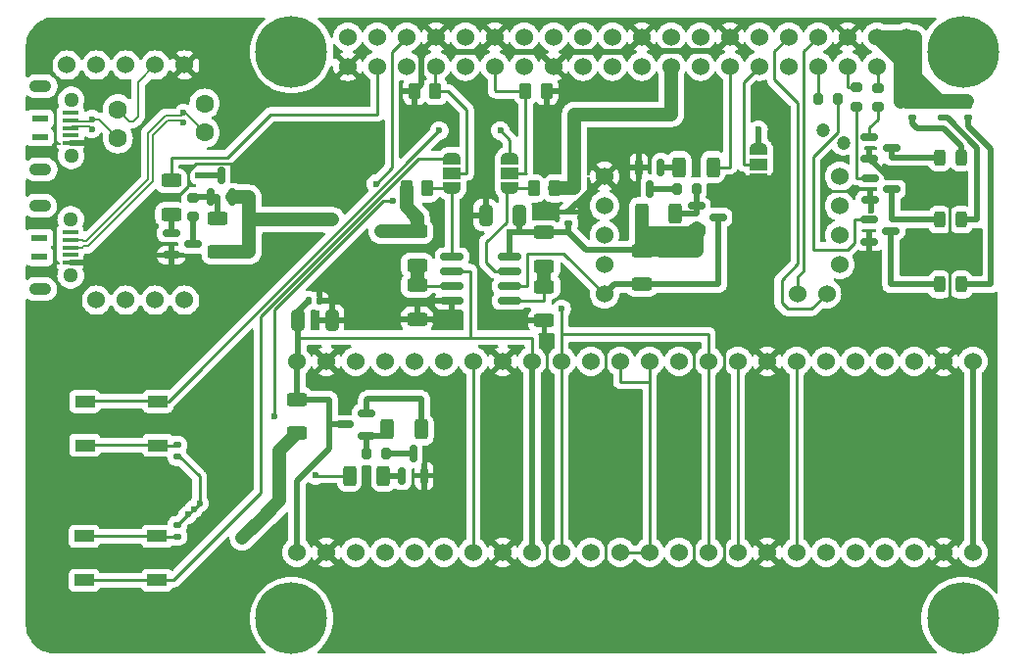
<source format=gbr>
%TF.GenerationSoftware,KiCad,Pcbnew,8.0.3*%
%TF.CreationDate,2024-11-13T23:51:51+02:00*%
%TF.ProjectId,ProvisioningJig_v3,50726f76-6973-4696-9f6e-696e674a6967,rev?*%
%TF.SameCoordinates,Original*%
%TF.FileFunction,Copper,L1,Top*%
%TF.FilePolarity,Positive*%
%FSLAX46Y46*%
G04 Gerber Fmt 4.6, Leading zero omitted, Abs format (unit mm)*
G04 Created by KiCad (PCBNEW 8.0.3) date 2024-11-13 23:51:51*
%MOMM*%
%LPD*%
G01*
G04 APERTURE LIST*
G04 Aperture macros list*
%AMRoundRect*
0 Rectangle with rounded corners*
0 $1 Rounding radius*
0 $2 $3 $4 $5 $6 $7 $8 $9 X,Y pos of 4 corners*
0 Add a 4 corners polygon primitive as box body*
4,1,4,$2,$3,$4,$5,$6,$7,$8,$9,$2,$3,0*
0 Add four circle primitives for the rounded corners*
1,1,$1+$1,$2,$3*
1,1,$1+$1,$4,$5*
1,1,$1+$1,$6,$7*
1,1,$1+$1,$8,$9*
0 Add four rect primitives between the rounded corners*
20,1,$1+$1,$2,$3,$4,$5,0*
20,1,$1+$1,$4,$5,$6,$7,0*
20,1,$1+$1,$6,$7,$8,$9,0*
20,1,$1+$1,$8,$9,$2,$3,0*%
%AMFreePoly0*
4,1,19,0.550000,-0.750000,0.000000,-0.750000,0.000000,-0.744911,-0.071157,-0.744911,-0.207708,-0.704816,-0.327430,-0.627875,-0.420627,-0.520320,-0.479746,-0.390866,-0.500000,-0.250000,-0.500000,0.250000,-0.479746,0.390866,-0.420627,0.520320,-0.327430,0.627875,-0.207708,0.704816,-0.071157,0.744911,0.000000,0.744911,0.000000,0.750000,0.550000,0.750000,0.550000,-0.750000,0.550000,-0.750000,
$1*%
%AMFreePoly1*
4,1,19,0.000000,0.744911,0.071157,0.744911,0.207708,0.704816,0.327430,0.627875,0.420627,0.520320,0.479746,0.390866,0.500000,0.250000,0.500000,-0.250000,0.479746,-0.390866,0.420627,-0.520320,0.327430,-0.627875,0.207708,-0.704816,0.071157,-0.744911,0.000000,-0.744911,0.000000,-0.750000,-0.550000,-0.750000,-0.550000,0.750000,0.000000,0.750000,0.000000,0.744911,0.000000,0.744911,
$1*%
G04 Aperture macros list end*
%TA.AperFunction,SMDPad,CuDef*%
%ADD10FreePoly0,270.000000*%
%TD*%
%TA.AperFunction,SMDPad,CuDef*%
%ADD11R,1.500000X1.000000*%
%TD*%
%TA.AperFunction,SMDPad,CuDef*%
%ADD12FreePoly1,270.000000*%
%TD*%
%TA.AperFunction,SMDPad,CuDef*%
%ADD13RoundRect,0.200000X-0.275000X0.200000X-0.275000X-0.200000X0.275000X-0.200000X0.275000X0.200000X0*%
%TD*%
%TA.AperFunction,SMDPad,CuDef*%
%ADD14RoundRect,0.250000X0.262500X0.450000X-0.262500X0.450000X-0.262500X-0.450000X0.262500X-0.450000X0*%
%TD*%
%TA.AperFunction,SMDPad,CuDef*%
%ADD15RoundRect,0.250000X-0.312500X-0.625000X0.312500X-0.625000X0.312500X0.625000X-0.312500X0.625000X0*%
%TD*%
%TA.AperFunction,SMDPad,CuDef*%
%ADD16RoundRect,0.135000X0.185000X-0.135000X0.185000X0.135000X-0.185000X0.135000X-0.185000X-0.135000X0*%
%TD*%
%TA.AperFunction,SMDPad,CuDef*%
%ADD17R,1.350000X0.400000*%
%TD*%
%TA.AperFunction,ComponentPad*%
%ADD18O,1.900000X1.070000*%
%TD*%
%TA.AperFunction,ComponentPad*%
%ADD19O,1.300000X1.300000*%
%TD*%
%TA.AperFunction,SMDPad,CuDef*%
%ADD20R,1.400000X0.600000*%
%TD*%
%TA.AperFunction,SMDPad,CuDef*%
%ADD21RoundRect,0.150000X-0.825000X-0.150000X0.825000X-0.150000X0.825000X0.150000X-0.825000X0.150000X0*%
%TD*%
%TA.AperFunction,SMDPad,CuDef*%
%ADD22RoundRect,0.250000X0.325000X0.650000X-0.325000X0.650000X-0.325000X-0.650000X0.325000X-0.650000X0*%
%TD*%
%TA.AperFunction,SMDPad,CuDef*%
%ADD23R,1.700000X1.000000*%
%TD*%
%TA.AperFunction,SMDPad,CuDef*%
%ADD24RoundRect,0.250000X0.625000X-0.312500X0.625000X0.312500X-0.625000X0.312500X-0.625000X-0.312500X0*%
%TD*%
%TA.AperFunction,SMDPad,CuDef*%
%ADD25RoundRect,0.150000X0.150000X-0.587500X0.150000X0.587500X-0.150000X0.587500X-0.150000X-0.587500X0*%
%TD*%
%TA.AperFunction,SMDPad,CuDef*%
%ADD26RoundRect,0.200000X-0.200000X-0.275000X0.200000X-0.275000X0.200000X0.275000X-0.200000X0.275000X0*%
%TD*%
%TA.AperFunction,SMDPad,CuDef*%
%ADD27RoundRect,0.150000X-0.587500X-0.150000X0.587500X-0.150000X0.587500X0.150000X-0.587500X0.150000X0*%
%TD*%
%TA.AperFunction,SMDPad,CuDef*%
%ADD28RoundRect,0.200000X0.200000X0.275000X-0.200000X0.275000X-0.200000X-0.275000X0.200000X-0.275000X0*%
%TD*%
%TA.AperFunction,SMDPad,CuDef*%
%ADD29RoundRect,0.250000X0.312500X0.625000X-0.312500X0.625000X-0.312500X-0.625000X0.312500X-0.625000X0*%
%TD*%
%TA.AperFunction,SMDPad,CuDef*%
%ADD30RoundRect,0.243750X-0.243750X-0.456250X0.243750X-0.456250X0.243750X0.456250X-0.243750X0.456250X0*%
%TD*%
%TA.AperFunction,SMDPad,CuDef*%
%ADD31RoundRect,0.250000X-0.262500X-0.450000X0.262500X-0.450000X0.262500X0.450000X-0.262500X0.450000X0*%
%TD*%
%TA.AperFunction,SMDPad,CuDef*%
%ADD32RoundRect,0.250000X-0.625000X0.312500X-0.625000X-0.312500X0.625000X-0.312500X0.625000X0.312500X0*%
%TD*%
%TA.AperFunction,SMDPad,CuDef*%
%ADD33RoundRect,0.200000X0.275000X-0.200000X0.275000X0.200000X-0.275000X0.200000X-0.275000X-0.200000X0*%
%TD*%
%TA.AperFunction,SMDPad,CuDef*%
%ADD34RoundRect,0.150000X0.587500X0.150000X-0.587500X0.150000X-0.587500X-0.150000X0.587500X-0.150000X0*%
%TD*%
%TA.AperFunction,SMDPad,CuDef*%
%ADD35RoundRect,0.140000X-0.140000X-0.170000X0.140000X-0.170000X0.140000X0.170000X-0.140000X0.170000X0*%
%TD*%
%TA.AperFunction,SMDPad,CuDef*%
%ADD36RoundRect,0.150000X-0.150000X0.587500X-0.150000X-0.587500X0.150000X-0.587500X0.150000X0.587500X0*%
%TD*%
%TA.AperFunction,SMDPad,CuDef*%
%ADD37RoundRect,0.250000X-0.325000X-0.650000X0.325000X-0.650000X0.325000X0.650000X-0.325000X0.650000X0*%
%TD*%
%TA.AperFunction,ComponentPad*%
%ADD38C,1.524000*%
%TD*%
%TA.AperFunction,SMDPad,CuDef*%
%ADD39RoundRect,0.140000X0.170000X-0.140000X0.170000X0.140000X-0.170000X0.140000X-0.170000X-0.140000X0*%
%TD*%
%TA.AperFunction,ComponentPad*%
%ADD40C,1.200000*%
%TD*%
%TA.AperFunction,SMDPad,CuDef*%
%ADD41RoundRect,0.135000X-0.185000X0.135000X-0.185000X-0.135000X0.185000X-0.135000X0.185000X0.135000X0*%
%TD*%
%TA.AperFunction,SMDPad,CuDef*%
%ADD42FreePoly0,90.000000*%
%TD*%
%TA.AperFunction,SMDPad,CuDef*%
%ADD43FreePoly1,90.000000*%
%TD*%
%TA.AperFunction,ComponentPad*%
%ADD44C,1.600000*%
%TD*%
%TA.AperFunction,ComponentPad*%
%ADD45C,6.200000*%
%TD*%
%TA.AperFunction,ViaPad*%
%ADD46C,0.600000*%
%TD*%
%TA.AperFunction,Conductor*%
%ADD47C,0.500000*%
%TD*%
%TA.AperFunction,Conductor*%
%ADD48C,0.250000*%
%TD*%
%TA.AperFunction,Conductor*%
%ADD49C,1.200000*%
%TD*%
%TA.AperFunction,Conductor*%
%ADD50C,0.200000*%
%TD*%
G04 APERTURE END LIST*
D10*
%TO.P,JP4,1,A*%
%TO.N,/Debug_Button*%
X147300000Y-80300000D03*
D11*
%TO.P,JP4,2,C*%
%TO.N,/Debug_Detected*%
X147300000Y-81600000D03*
D12*
%TO.P,JP4,3,B*%
%TO.N,/Debug_Detect*%
X147300000Y-82900000D03*
%TD*%
D13*
%TO.P,R16,1*%
%TO.N,/Raspberry Pi IOs/D_Yellow*%
X179100000Y-74200000D03*
%TO.P,R16,2*%
%TO.N,Net-(Q4-B)*%
X179100000Y-75850000D03*
%TD*%
D14*
%TO.P,R17,1*%
%TO.N,/Target_Detect*%
X140212500Y-82900000D03*
%TO.P,R17,2*%
%TO.N,+3V3*%
X138387500Y-82900000D03*
%TD*%
D15*
%TO.P,R5,1*%
%TO.N,/RPI_Target_EN*%
X133470500Y-107721400D03*
%TO.P,R5,2*%
%TO.N,Net-(Q7-B)*%
X136395500Y-107721400D03*
%TD*%
D16*
%TO.P,R15,1*%
%TO.N,Net-(D1-A)*%
X184600000Y-76810000D03*
%TO.P,R15,2*%
%TO.N,+5V*%
X184600000Y-75790000D03*
%TD*%
D17*
%TO.P,J1,1,VBUS*%
%TO.N,unconnected-(J1-VBUS-Pad1)*%
X109327000Y-86699000D03*
%TO.P,J1,2,D-*%
%TO.N,/USB2-*%
X109327000Y-87349000D03*
%TO.P,J1,3,D+*%
%TO.N,/USB2+*%
X109327000Y-87999000D03*
%TO.P,J1,4,ID*%
%TO.N,unconnected-(J1-ID-Pad4)*%
X109327000Y-88649000D03*
%TO.P,J1,5,GND*%
%TO.N,GND*%
X109327000Y-89299000D03*
D18*
%TO.P,J1,6,Shield*%
%TO.N,unconnected-(J1-Shield-Pad6)_1*%
X106727000Y-84399000D03*
D19*
%TO.N,unconnected-(J1-Shield-Pad6)_2*%
X109377000Y-85574000D03*
D20*
%TO.N,unconnected-(J1-Shield-Pad6)_3*%
X106677000Y-87199000D03*
%TO.N,unconnected-(J1-Shield-Pad6)_4*%
X106677000Y-88799000D03*
D19*
%TO.N,unconnected-(J1-Shield-Pad6)_0*%
X109377000Y-90424000D03*
D18*
%TO.N,unconnected-(J1-Shield-Pad6)*%
X106727000Y-91599000D03*
%TD*%
D21*
%TO.P,U5,1*%
%TO.N,/Target_Detect*%
X142325000Y-88795000D03*
%TO.P,U5,2,-*%
%TO.N,/Target_PWR*%
X142325000Y-90065000D03*
%TO.P,U5,3,+*%
%TO.N,/T_Det_Bias*%
X142325000Y-91335000D03*
%TO.P,U5,4,V-*%
%TO.N,GND*%
X142325000Y-92605000D03*
%TO.P,U5,5,+*%
%TO.N,/D_Det_Bias*%
X147275000Y-92605000D03*
%TO.P,U5,6,-*%
%TO.N,/Debugger_PWR*%
X147275000Y-91335000D03*
%TO.P,U5,7*%
%TO.N,/Debug_Detect*%
X147275000Y-90065000D03*
%TO.P,U5,8,V+*%
%TO.N,+5V*%
X147275000Y-88795000D03*
%TD*%
D22*
%TO.P,C9,1*%
%TO.N,+5V*%
X148175000Y-85200000D03*
%TO.P,C9,2*%
%TO.N,GND*%
X145225000Y-85200000D03*
%TD*%
D23*
%TO.P,SW2,1,A*%
%TO.N,Net-(R4-Pad2)*%
X116900000Y-105100000D03*
%TO.P,SW2,2,A*%
X110600000Y-105100000D03*
%TO.P,SW2,3,B*%
%TO.N,/Debug_Button*%
X116900000Y-101300000D03*
%TO.P,SW2,4,B*%
X110600000Y-101300000D03*
%TD*%
D10*
%TO.P,JP1,1,A*%
%TO.N,/Target_Button*%
X142300000Y-80300000D03*
D11*
%TO.P,JP1,2,C*%
%TO.N,/Target_Detected*%
X142300000Y-81600000D03*
D12*
%TO.P,JP1,3,B*%
%TO.N,/Target_Detect*%
X142300000Y-82900000D03*
%TD*%
D24*
%TO.P,R7,1*%
%TO.N,+5V*%
X122060400Y-88411300D03*
%TO.P,R7,2*%
%TO.N,Net-(Q6-G)*%
X122060400Y-85486300D03*
%TD*%
D25*
%TO.P,Q6,1,G*%
%TO.N,Net-(Q6-G)*%
X121434100Y-83667600D03*
%TO.P,Q6,2,S*%
%TO.N,+5V*%
X123334100Y-83667600D03*
%TO.P,Q6,3,D*%
%TO.N,/STLink_PWR*%
X122384100Y-81792600D03*
%TD*%
D26*
%TO.P,R20,1*%
%TO.N,/Raspberry Pi IOs/Green*%
X174000000Y-75200000D03*
%TO.P,R20,2*%
%TO.N,Net-(Q9-B)*%
X175650000Y-75200000D03*
%TD*%
D27*
%TO.P,Q4,1,B*%
%TO.N,Net-(Q4-B)*%
X178400000Y-78450000D03*
%TO.P,Q4,2,E*%
%TO.N,GND*%
X178400000Y-80350000D03*
%TO.P,Q4,3,C*%
%TO.N,Net-(D2-K)*%
X180275000Y-79400000D03*
%TD*%
D16*
%TO.P,R4,1*%
%TO.N,+3V3*%
X118600000Y-106100000D03*
%TO.P,R4,2*%
%TO.N,Net-(R4-Pad2)*%
X118600000Y-105080000D03*
%TD*%
D28*
%TO.P,R3,1*%
%TO.N,Net-(Q7-C)*%
X136588000Y-105841800D03*
%TO.P,R3,2*%
%TO.N,Net-(Q8-G)*%
X134938000Y-105841800D03*
%TD*%
D29*
%TO.P,R1,1*%
%TO.N,+3V3*%
X139676100Y-103733600D03*
%TO.P,R1,2*%
%TO.N,Net-(Q8-G)*%
X136751100Y-103733600D03*
%TD*%
D30*
%TO.P,D1,1,K*%
%TO.N,Net-(D1-K)*%
X184462500Y-85600000D03*
%TO.P,D1,2,A*%
%TO.N,Net-(D1-A)*%
X186337500Y-85600000D03*
%TD*%
D16*
%TO.P,R19,1*%
%TO.N,Net-(D2-A)*%
X182100000Y-76810000D03*
%TO.P,R19,2*%
%TO.N,+5V*%
X182100000Y-75790000D03*
%TD*%
D31*
%TO.P,R18,1*%
%TO.N,/Debug_Detect*%
X149387500Y-82900000D03*
%TO.P,R18,2*%
%TO.N,+3V3*%
X151212500Y-82900000D03*
%TD*%
D32*
%TO.P,R6,1*%
%TO.N,/RPI_STLINK_EN*%
X118055900Y-82223900D03*
%TO.P,R6,2*%
%TO.N,Net-(Q5-B)*%
X118055900Y-85148900D03*
%TD*%
D33*
%TO.P,R8,1*%
%TO.N,Net-(Q5-C)*%
X119933200Y-85348600D03*
%TO.P,R8,2*%
%TO.N,Net-(Q6-G)*%
X119933200Y-83698600D03*
%TD*%
D30*
%TO.P,D3,1,K*%
%TO.N,Net-(D3-K)*%
X184462500Y-91200000D03*
%TO.P,D3,2,A*%
%TO.N,Net-(D3-A)*%
X186337500Y-91200000D03*
%TD*%
D34*
%TO.P,Q8,1,G*%
%TO.N,Net-(Q8-G)*%
X134937000Y-104250000D03*
%TO.P,Q8,2,S*%
%TO.N,+3V3*%
X134937000Y-102350000D03*
%TO.P,Q8,3,D*%
%TO.N,/Target_PWR*%
X133062000Y-103300000D03*
%TD*%
D27*
%TO.P,Q2,1,G*%
%TO.N,Net-(Q2-G)*%
X163434300Y-84429600D03*
%TO.P,Q2,2,S*%
%TO.N,+5V*%
X163434300Y-86329600D03*
%TO.P,Q2,3,D*%
%TO.N,/Debugger_PWR*%
X165309300Y-85379600D03*
%TD*%
D23*
%TO.P,SW1,1,A*%
%TO.N,Net-(R2-Pad2)*%
X110533500Y-112963000D03*
%TO.P,SW1,2,A*%
X116833500Y-112963000D03*
%TO.P,SW1,3,B*%
%TO.N,/Target_Button*%
X110533500Y-116763000D03*
%TO.P,SW1,4,B*%
X116833500Y-116763000D03*
%TD*%
D32*
%TO.P,R26,1*%
%TO.N,+3V3*%
X139300000Y-86600000D03*
%TO.P,R26,2*%
%TO.N,/T_Det_Bias*%
X139300000Y-89525000D03*
%TD*%
D35*
%TO.P,C8,1*%
%TO.N,/Target_PWR*%
X129900000Y-92600000D03*
%TO.P,C8,2*%
%TO.N,GND*%
X130860000Y-92600000D03*
%TD*%
D27*
%TO.P,Q3,1,B*%
%TO.N,Net-(Q3-B)*%
X178425000Y-82000000D03*
%TO.P,Q3,2,E*%
%TO.N,GND*%
X178425000Y-83900000D03*
%TO.P,Q3,3,C*%
%TO.N,Net-(D1-K)*%
X180300000Y-82950000D03*
%TD*%
D14*
%TO.P,R13,1*%
%TO.N,GND*%
X150512500Y-74498200D03*
%TO.P,R13,2*%
%TO.N,/Debug_Detected*%
X148687500Y-74498200D03*
%TD*%
D15*
%TO.P,R10,1*%
%TO.N,+5V*%
X158695200Y-85039200D03*
%TO.P,R10,2*%
%TO.N,Net-(Q2-G)*%
X161620200Y-85039200D03*
%TD*%
D36*
%TO.P,Q1,1,B*%
%TO.N,Net-(Q1-B)*%
X160371100Y-81056000D03*
%TO.P,Q1,2,E*%
%TO.N,GND*%
X158471100Y-81056000D03*
%TO.P,Q1,3,C*%
%TO.N,Net-(Q1-C)*%
X159421100Y-82931000D03*
%TD*%
D17*
%TO.P,J5,1,VBUS*%
%TO.N,unconnected-(J5-VBUS-Pad1)*%
X109377000Y-76366400D03*
%TO.P,J5,2,D-*%
%TO.N,/USB1-*%
X109377000Y-77016400D03*
%TO.P,J5,3,D+*%
%TO.N,/USB1+*%
X109377000Y-77666400D03*
%TO.P,J5,4,ID*%
%TO.N,unconnected-(J5-ID-Pad4)*%
X109377000Y-78316400D03*
%TO.P,J5,5,GND*%
%TO.N,GND*%
X109377000Y-78966400D03*
D18*
%TO.P,J5,6,Shield*%
%TO.N,unconnected-(J5-Shield-Pad6)_0*%
X106777000Y-74066400D03*
D19*
%TO.N,unconnected-(J5-Shield-Pad6)_4*%
X109427000Y-75241400D03*
D20*
%TO.N,unconnected-(J5-Shield-Pad6)*%
X106727000Y-76866400D03*
%TO.N,unconnected-(J5-Shield-Pad6)_2*%
X106727000Y-78466400D03*
D19*
%TO.N,unconnected-(J5-Shield-Pad6)_1*%
X109427000Y-80091400D03*
D18*
%TO.N,unconnected-(J5-Shield-Pad6)_3*%
X106777000Y-81266400D03*
%TD*%
D13*
%TO.P,R14,1*%
%TO.N,/Raspberry Pi IOs/T_Yellow*%
X177300000Y-74175000D03*
%TO.P,R14,2*%
%TO.N,Net-(Q3-B)*%
X177300000Y-75825000D03*
%TD*%
D37*
%TO.P,C7,1*%
%TO.N,/Target_PWR*%
X129000000Y-94300000D03*
%TO.P,C7,2*%
%TO.N,GND*%
X131950000Y-94300000D03*
%TD*%
D38*
%TO.P,U3,1,VBAT*%
%TO.N,/Target_PWR*%
X128923500Y-114355000D03*
%TO.P,U3,2,PC13*%
%TO.N,GND*%
X131463500Y-114355000D03*
%TO.P,U3,3,PC14*%
%TO.N,unconnected-(U3-PC14-Pad3)*%
X134003500Y-114355000D03*
%TO.P,U3,4,PC15*%
%TO.N,unconnected-(U3-PC15-Pad4)*%
X136543500Y-114355000D03*
%TO.P,U3,5,PF0*%
%TO.N,unconnected-(U3-PF0-Pad5)*%
X139083500Y-114355000D03*
%TO.P,U3,6,PF1*%
%TO.N,unconnected-(U3-PF1-Pad6)*%
X141623500Y-114355000D03*
%TO.P,U3,7,NRST*%
%TO.N,/NRST*%
X144163500Y-114355000D03*
%TO.P,U3,8,GND*%
%TO.N,GND*%
X146703500Y-114355000D03*
%TO.P,U3,9,V+*%
%TO.N,/Target_PWR*%
X149243500Y-114355000D03*
%TO.P,U3,10,PA0*%
%TO.N,/D_SWIO*%
X151783500Y-114355000D03*
%TO.P,U3,11,PA1*%
%TO.N,unconnected-(U3-PA1-Pad11)*%
X154323500Y-114355000D03*
%TO.P,U3,12,PA2*%
%TO.N,/D_SWCLK*%
X156863500Y-114355000D03*
%TO.P,U3,13,PA3*%
X159403500Y-114355000D03*
%TO.P,U3,14,PA4*%
%TO.N,unconnected-(U3-PA4-Pad14)*%
X161943500Y-114355000D03*
%TO.P,U3,15,PA5*%
%TO.N,/D_SWIO*%
X164483500Y-114355000D03*
%TO.P,U3,16,PA6*%
%TO.N,/Target_PWR*%
X167023500Y-114355000D03*
%TO.P,U3,17,PA7*%
%TO.N,GND*%
X169563500Y-114355000D03*
%TO.P,U3,18,PB0*%
%TO.N,/NRST*%
X172103500Y-114355000D03*
%TO.P,U3,19,PB1*%
%TO.N,unconnected-(U3-PB1-Pad19)*%
X174643500Y-114355000D03*
%TO.P,U3,20,PB2*%
%TO.N,unconnected-(U3-PB2-Pad20)*%
X177183500Y-114355000D03*
%TO.P,U3,21,PB10*%
%TO.N,unconnected-(U3-PB10-Pad21)*%
X179723500Y-114355000D03*
%TO.P,U3,22,PB11*%
%TO.N,unconnected-(U3-PB11-Pad22)*%
X182263500Y-114355000D03*
%TO.P,U3,23,GND*%
%TO.N,GND*%
X184803500Y-114355000D03*
%TO.P,U3,24,V+*%
%TO.N,/Target_PWR*%
X187343500Y-114355000D03*
%TO.P,U3,25,PB12*%
X187343500Y-97845000D03*
%TO.P,U3,26,PB13*%
%TO.N,GND*%
X184803500Y-97845000D03*
%TO.P,U3,27,PB14*%
%TO.N,unconnected-(U3-PB14-Pad27)*%
X182263500Y-97845000D03*
%TO.P,U3,28,PB15*%
%TO.N,unconnected-(U3-PB15-Pad28)*%
X179723500Y-97845000D03*
%TO.P,U3,29,PA8*%
%TO.N,unconnected-(U3-PA8-Pad29)*%
X177183500Y-97845000D03*
%TO.P,U3,30,PA9*%
%TO.N,unconnected-(U3-PA9-Pad30)*%
X174643500Y-97845000D03*
%TO.P,U3,31,PA10*%
%TO.N,/NRST*%
X172103500Y-97845000D03*
%TO.P,U3,32,PA11*%
%TO.N,GND*%
X169563500Y-97845000D03*
%TO.P,U3,33,PA12*%
%TO.N,/Target_PWR*%
X167023500Y-97845000D03*
%TO.P,U3,34,PA13*%
%TO.N,/D_SWIO*%
X164483500Y-97845000D03*
%TO.P,U3,35,PF6*%
%TO.N,unconnected-(U3-PF6-Pad35)*%
X161943500Y-97845000D03*
%TO.P,U3,36,PF7*%
%TO.N,/D_SWCLK*%
X159403500Y-97845000D03*
%TO.P,U3,37,PA14*%
X156863500Y-97845000D03*
%TO.P,U3,38,PA15*%
%TO.N,unconnected-(U3-PA15-Pad38)*%
X154323500Y-97845000D03*
%TO.P,U3,39,PB3*%
%TO.N,/D_SWIO*%
X151783500Y-97845000D03*
%TO.P,U3,40,PB4*%
%TO.N,/Target_PWR*%
X149243500Y-97845000D03*
%TO.P,U3,41,PB5*%
%TO.N,GND*%
X146703500Y-97845000D03*
%TO.P,U3,42,PB6*%
%TO.N,/NRST*%
X144163500Y-97845000D03*
%TO.P,U3,43,PB7*%
%TO.N,unconnected-(U3-PB7-Pad43)*%
X141623500Y-97845000D03*
%TO.P,U3,44,BOOT*%
%TO.N,unconnected-(U3-BOOT-Pad44)*%
X139083500Y-97845000D03*
%TO.P,U3,45,PB8*%
%TO.N,unconnected-(U3-PB8-Pad45)*%
X136543500Y-97845000D03*
%TO.P,U3,46,PB9*%
%TO.N,unconnected-(U3-PB9-Pad46)*%
X134003500Y-97845000D03*
%TO.P,U3,47,GND*%
%TO.N,GND*%
X131463500Y-97845000D03*
%TO.P,U3,48,V+*%
%TO.N,/Target_PWR*%
X128923500Y-97845000D03*
%TD*%
D32*
%TO.P,R24,1*%
%TO.N,+5V*%
X150300000Y-86700000D03*
%TO.P,R24,2*%
%TO.N,/D_Det_Bias*%
X150300000Y-89625000D03*
%TD*%
D27*
%TO.P,Q9,1,B*%
%TO.N,Net-(Q9-B)*%
X178362500Y-85600000D03*
%TO.P,Q9,2,E*%
%TO.N,GND*%
X178362500Y-87500000D03*
%TO.P,Q9,3,C*%
%TO.N,Net-(D3-K)*%
X180237500Y-86550000D03*
%TD*%
D32*
%TO.P,R22,1*%
%TO.N,+5V*%
X158700000Y-88265000D03*
%TO.P,R22,2*%
%TO.N,/Debugger_PWR*%
X158700000Y-91190000D03*
%TD*%
D39*
%TO.P,C10,1*%
%TO.N,+5V*%
X152400000Y-85900000D03*
%TO.P,C10,2*%
%TO.N,GND*%
X152400000Y-84940000D03*
%TD*%
D38*
%TO.P,U1,1,5V_USB*%
%TO.N,/Debugger_PWR*%
X155500000Y-92020000D03*
%TO.P,U1,2,V_Target*%
%TO.N,unconnected-(U1-V_Target-Pad2)*%
X155500000Y-89480000D03*
%TO.P,U1,3,USB_DM*%
%TO.N,/USB2-*%
X155500000Y-86940000D03*
%TO.P,U1,4,USB_DP*%
%TO.N,/USB2+*%
X155500000Y-84400000D03*
%TO.P,U1,5,GND*%
%TO.N,GND*%
X155500000Y-81860000D03*
%TO.P,U1,6,T_NRST*%
%TO.N,unconnected-(U1-T_NRST-Pad6)*%
X175820000Y-89480000D03*
%TO.P,U1,7,T_SWCLK*%
%TO.N,unconnected-(U1-T_SWCLK-Pad7)*%
X175820000Y-86940000D03*
%TO.P,U1,8,T_SWDIO*%
%TO.N,unconnected-(U1-T_SWDIO-Pad8)*%
X175820000Y-84400000D03*
%TO.P,U1,9,T_SWO*%
%TO.N,unconnected-(U1-T_SWO-Pad9)*%
X175820000Y-81860000D03*
D40*
%TO.P,U1,10,TP1*%
%TO.N,/D_SWIO*%
X174425000Y-77835000D03*
%TO.P,U1,11,TP2*%
%TO.N,/D_SWCLK*%
X176125000Y-78935000D03*
D38*
%TO.P,U1,12,Rx*%
%TO.N,/STLink_Rx*%
X172170000Y-92015000D03*
%TO.P,U1,13,Tx*%
%TO.N,/STLink_Tx*%
X174695000Y-92005000D03*
%TD*%
D32*
%TO.P,R27,1*%
%TO.N,/T_Det_Bias*%
X139300000Y-91275000D03*
%TO.P,R27,2*%
%TO.N,GND*%
X139300000Y-94200000D03*
%TD*%
D31*
%TO.P,R12,1*%
%TO.N,GND*%
X139075000Y-74500000D03*
%TO.P,R12,2*%
%TO.N,/Target_Detected*%
X140900000Y-74500000D03*
%TD*%
D30*
%TO.P,D2,1,K*%
%TO.N,Net-(D2-K)*%
X184462500Y-80200000D03*
%TO.P,D2,2,A*%
%TO.N,Net-(D2-A)*%
X186337500Y-80200000D03*
%TD*%
D24*
%TO.P,R21,1*%
%TO.N,+3V3*%
X128927900Y-104053100D03*
%TO.P,R21,2*%
%TO.N,/Target_PWR*%
X128927900Y-101128100D03*
%TD*%
D25*
%TO.P,Q7,1,B*%
%TO.N,Net-(Q7-B)*%
X138011500Y-107719100D03*
%TO.P,Q7,2,E*%
%TO.N,GND*%
X139911500Y-107719100D03*
%TO.P,Q7,3,C*%
%TO.N,Net-(Q7-C)*%
X138961500Y-105844100D03*
%TD*%
D38*
%TO.P,U2,1,5V_USB*%
%TO.N,/STLink_PWR*%
X109067600Y-72235000D03*
%TO.P,U2,2,V_Target*%
%TO.N,unconnected-(U2-V_Target-Pad2)*%
X111607600Y-72235000D03*
%TO.P,U2,3,USB_DM*%
%TO.N,/USB1-*%
X114147600Y-72235000D03*
%TO.P,U2,4,USB_DP*%
%TO.N,/USB1+*%
X116687600Y-72235000D03*
%TO.P,U2,5,GND*%
%TO.N,GND*%
X119227600Y-72235000D03*
%TO.P,U2,6,T_NRST*%
%TO.N,/NRST*%
X111607600Y-92555000D03*
%TO.P,U2,7,T_SWCLK*%
%TO.N,/D_SWCLK*%
X114147600Y-92555000D03*
%TO.P,U2,8,T_SWDIO*%
%TO.N,/D_SWIO*%
X116687600Y-92555000D03*
%TO.P,U2,9,T_SWO*%
%TO.N,unconnected-(U2-T_SWO-Pad9)*%
X119227600Y-92555000D03*
%TD*%
D41*
%TO.P,R2,1*%
%TO.N,+3V3*%
X118600000Y-111980000D03*
%TO.P,R2,2*%
%TO.N,Net-(R2-Pad2)*%
X118600000Y-113000000D03*
%TD*%
D26*
%TO.P,R11,1*%
%TO.N,Net-(Q1-C)*%
X161784300Y-82931000D03*
%TO.P,R11,2*%
%TO.N,Net-(Q2-G)*%
X163434300Y-82931000D03*
%TD*%
D32*
%TO.P,R25,1*%
%TO.N,/D_Det_Bias*%
X150300000Y-91375000D03*
%TO.P,R25,2*%
%TO.N,GND*%
X150300000Y-94300000D03*
%TD*%
D27*
%TO.P,Q5,1,B*%
%TO.N,Net-(Q5-B)*%
X118058200Y-86764300D03*
%TO.P,Q5,2,E*%
%TO.N,GND*%
X118058200Y-88664300D03*
%TO.P,Q5,3,C*%
%TO.N,Net-(Q5-C)*%
X119933200Y-87714300D03*
%TD*%
D29*
%TO.P,R9,1*%
%TO.N,/RPI_Debug_EN*%
X164871400Y-81051400D03*
%TO.P,R9,2*%
%TO.N,Net-(Q1-B)*%
X161946400Y-81051400D03*
%TD*%
D16*
%TO.P,R23,1*%
%TO.N,Net-(D3-A)*%
X186900000Y-76810000D03*
%TO.P,R23,2*%
%TO.N,+5V*%
X186900000Y-75790000D03*
%TD*%
D42*
%TO.P,JP3,1,A*%
%TO.N,GND*%
X168800000Y-82100000D03*
D11*
%TO.P,JP3,2,C*%
%TO.N,Net-(J2-GPIO17)*%
X168800000Y-80800000D03*
D43*
%TO.P,JP3,3,B*%
%TO.N,+3V3*%
X168800000Y-79500000D03*
%TD*%
D44*
%TO.P,J7,1,1*%
%TO.N,/USB2-*%
X120950000Y-78065000D03*
%TD*%
%TO.P,J6,1,1*%
%TO.N,/USB2+*%
X120950000Y-75565000D03*
%TD*%
%TO.P,J4,1,1*%
%TO.N,/USB1-*%
X113450000Y-78565000D03*
%TD*%
%TO.P,J3,1,1*%
%TO.N,/USB1+*%
X113450000Y-76065000D03*
%TD*%
D38*
%TO.P,J2,2,5V*%
%TO.N,+5V*%
X181585000Y-69800000D03*
%TO.P,J2,3,SDA/GPIO2*%
%TO.N,/Raspberry Pi IOs/D_Yellow*%
X179045000Y-72340000D03*
%TO.P,J2,4,5V*%
%TO.N,+5V*%
X179045000Y-69800000D03*
%TO.P,J2,5,SCL/GPIO3*%
%TO.N,/Raspberry Pi IOs/T_Yellow*%
X176505000Y-72340000D03*
%TO.P,J2,6,GND*%
%TO.N,GND*%
X176505000Y-69800000D03*
%TO.P,J2,7,GCLK0/GPIO4*%
%TO.N,/Raspberry Pi IOs/Green*%
X173965000Y-72340000D03*
%TO.P,J2,8,GPIO14/TXD*%
%TO.N,/STLink_Rx*%
X173965000Y-69800000D03*
%TO.P,J2,9,GND*%
%TO.N,GND*%
X171425000Y-72340000D03*
%TO.P,J2,10,GPIO15/RXD*%
%TO.N,/STLink_Tx*%
X171425000Y-69800000D03*
%TO.P,J2,11,GPIO17*%
%TO.N,Net-(J2-GPIO17)*%
X168885000Y-72340000D03*
%TO.P,J2,12,GPIO18/PWM0*%
%TO.N,/NeoPixels*%
X168885000Y-69800000D03*
%TO.P,J2,13,GPIO27*%
%TO.N,/RPI_Debug_EN*%
X166345000Y-72340000D03*
%TO.P,J2,14,GND*%
%TO.N,GND*%
X166345000Y-69800000D03*
%TO.P,J2,15,GPIO22*%
%TO.N,unconnected-(J2-GPIO22-Pad15)*%
X163805000Y-72340000D03*
%TO.P,J2,16,GPIO23*%
%TO.N,unconnected-(J2-GPIO23-Pad16)*%
X163805000Y-69800000D03*
%TO.P,J2,17,3V3*%
%TO.N,+3V3*%
X161265000Y-72340000D03*
%TO.P,J2,18,GPIO24*%
%TO.N,unconnected-(J2-GPIO24-Pad18)*%
X161265000Y-69800000D03*
%TO.P,J2,19,MOSI0/GPIO10*%
%TO.N,unconnected-(J2-MOSI0{slash}GPIO10-Pad19)*%
X158725000Y-72340000D03*
%TO.P,J2,20,GND*%
%TO.N,GND*%
X158725000Y-69800000D03*
%TO.P,J2,21,MISO0/GPIO9*%
%TO.N,unconnected-(J2-MISO0{slash}GPIO9-Pad21)*%
X156185000Y-72340000D03*
%TO.P,J2,22,GPIO25*%
%TO.N,unconnected-(J2-GPIO25-Pad22)*%
X156185000Y-69800000D03*
%TO.P,J2,23,SCLK0/GPIO11*%
%TO.N,unconnected-(J2-SCLK0{slash}GPIO11-Pad23)*%
X153645000Y-72340000D03*
%TO.P,J2,24,~{CE0}/GPIO8*%
%TO.N,unconnected-(J2-~{CE0}{slash}GPIO8-Pad24)*%
X153645000Y-69800000D03*
%TO.P,J2,25,GND*%
%TO.N,GND*%
X151105000Y-72340000D03*
%TO.P,J2,26,~{CE1}/GPIO7*%
%TO.N,unconnected-(J2-~{CE1}{slash}GPIO7-Pad26)*%
X151105000Y-69800000D03*
%TO.P,J2,27,ID_SD/GPIO0*%
%TO.N,unconnected-(J2-ID_SD{slash}GPIO0-Pad27)*%
X148565000Y-72340000D03*
%TO.P,J2,28,ID_SC/GPIO1*%
%TO.N,unconnected-(J2-ID_SC{slash}GPIO1-Pad28)*%
X148565000Y-69800000D03*
%TO.P,J2,29,GCLK1/GPIO5*%
%TO.N,/Debug_Detected*%
X146025000Y-72340000D03*
%TO.P,J2,30,GND*%
%TO.N,GND*%
X146025000Y-69800000D03*
%TO.P,J2,31,GCLK2/GPIO6*%
%TO.N,unconnected-(J2-GCLK2{slash}GPIO6-Pad31)*%
X143485000Y-72340000D03*
%TO.P,J2,32,PWM0/GPIO12*%
%TO.N,unconnected-(J2-PWM0{slash}GPIO12-Pad32)*%
X143485000Y-69800000D03*
%TO.P,J2,33,PWM1/GPIO13*%
%TO.N,/Target_Detected*%
X140945000Y-72340000D03*
%TO.P,J2,34,GND*%
%TO.N,GND*%
X140945000Y-69800000D03*
%TO.P,J2,35,GPIO19/MISO1*%
%TO.N,unconnected-(J2-GPIO19{slash}MISO1-Pad35)*%
X138405000Y-72340000D03*
%TO.P,J2,36,GPIO16*%
%TO.N,/RPI_Target_EN*%
X138405000Y-69800000D03*
%TO.P,J2,37,GPIO26*%
%TO.N,/RPI_STLINK_EN*%
X135865000Y-72340000D03*
%TO.P,J2,38,GPIO20/MOSI1*%
%TO.N,unconnected-(J2-GPIO20{slash}MOSI1-Pad38)*%
X135865000Y-69800000D03*
%TO.P,J2,39,GND*%
%TO.N,GND*%
X133322046Y-72335910D03*
%TO.P,J2,40,GPIO21/SCLK1*%
%TO.N,unconnected-(J2-GPIO21{slash}SCLK1-Pad40)*%
X133325000Y-69800000D03*
D45*
%TO.P,J2,S1*%
%TO.N,N/C*%
X186455000Y-71070000D03*
%TO.P,J2,S2*%
X128455000Y-71070000D03*
%TO.P,J2,S3*%
X128455000Y-120070000D03*
%TO.P,J2,S4*%
X186455000Y-120070000D03*
%TD*%
D46*
%TO.N,GND*%
X180000000Y-93600000D03*
X178500000Y-90200000D03*
X182200000Y-81800000D03*
X178500000Y-84800000D03*
X182400000Y-93600000D03*
X184000000Y-93600000D03*
X142700000Y-94300000D03*
X152800000Y-74000000D03*
X180600000Y-81800000D03*
X154000000Y-75200000D03*
X180800000Y-93600000D03*
X183200000Y-93600000D03*
X147000000Y-94300000D03*
X135300000Y-94300000D03*
X140900000Y-94300000D03*
X178500000Y-88800000D03*
X153400000Y-74600000D03*
X183000000Y-81800000D03*
X184800000Y-93600000D03*
X182400000Y-92200000D03*
X181600000Y-93600000D03*
X182400000Y-92900000D03*
X136300000Y-94300000D03*
X137200000Y-94300000D03*
X181400000Y-81800000D03*
X141800000Y-94300000D03*
X178500000Y-89500000D03*
X147900000Y-94300000D03*
X145000000Y-94300000D03*
X146000000Y-94300000D03*
%TO.N,+5V*%
X127900000Y-85600000D03*
X160400000Y-86800000D03*
X147300000Y-87500000D03*
X162000000Y-86800000D03*
X181100000Y-72200000D03*
X124800000Y-85600000D03*
X148200000Y-86700000D03*
X182200000Y-71300000D03*
X161200000Y-88200000D03*
X128800000Y-85600000D03*
X124800000Y-84000000D03*
X161200000Y-86800000D03*
X182200000Y-74800000D03*
X147300000Y-86700000D03*
X161200000Y-87500000D03*
X160400000Y-88200000D03*
X181100000Y-74000000D03*
X124800000Y-86400000D03*
X124800000Y-88000000D03*
X181100000Y-71300000D03*
X162000000Y-87500000D03*
X124800000Y-84800000D03*
X181100000Y-73100000D03*
X182200000Y-73100000D03*
X126900000Y-85600000D03*
X160400000Y-87500000D03*
X129700000Y-85600000D03*
X182200000Y-74000000D03*
X130600000Y-85600000D03*
X131600000Y-85600000D03*
X126000000Y-85600000D03*
X181100000Y-74800000D03*
X162000000Y-88200000D03*
X182200000Y-72200000D03*
X124800000Y-87200000D03*
%TO.N,+3V3*%
X126100000Y-111200000D03*
X137300000Y-101100000D03*
X136200000Y-86600000D03*
X152900000Y-77300000D03*
X136300000Y-101100000D03*
X119500000Y-111100000D03*
X120500000Y-110100000D03*
X126800000Y-110500000D03*
X120000000Y-110600000D03*
X152900000Y-79400000D03*
X152900000Y-81500000D03*
X152900000Y-82900000D03*
X138400000Y-84400000D03*
X152900000Y-82200000D03*
X139200000Y-101100000D03*
X168800000Y-77800000D03*
X124200000Y-113100000D03*
X124800000Y-112500000D03*
X152900000Y-80800000D03*
X136900000Y-86600000D03*
X138800000Y-84900000D03*
X137600000Y-86600000D03*
X139200000Y-85400000D03*
X138300000Y-101100000D03*
X152900000Y-78000000D03*
X135400000Y-101100000D03*
X127400000Y-106100000D03*
X125500000Y-111800000D03*
X152900000Y-78700000D03*
X152900000Y-80100000D03*
X127400000Y-106900000D03*
X127400000Y-107700000D03*
%TO.N,/D_SWIO*%
X151800000Y-93300000D03*
%TO.N,/USB2-*%
X119126000Y-76384600D03*
%TO.N,/USB2+*%
X119126000Y-77234600D03*
%TO.N,/RPI_Target_EN*%
X130500000Y-107700000D03*
X137200000Y-84000000D03*
X135742310Y-82492310D03*
X127000000Y-102600000D03*
%TO.N,/USB1-*%
X111201200Y-76916400D03*
%TO.N,/USB1+*%
X111201200Y-77766400D03*
%TO.N,/Debug_Button*%
X146500000Y-77900000D03*
X141218504Y-77900000D03*
%TO.N,/STLink_PWR*%
X120400000Y-81792600D03*
%TD*%
D47*
%TO.N,GND*%
X158725000Y-69800000D02*
X157425000Y-71100000D01*
X109377000Y-78966400D02*
X110933600Y-78966400D01*
D48*
X128600000Y-80800000D02*
X127100000Y-80800000D01*
D47*
X111000000Y-78900000D02*
X110933600Y-78966400D01*
X139700000Y-71045000D02*
X140945000Y-69800000D01*
X139700000Y-73875000D02*
X139700000Y-71045000D01*
X159937000Y-71012000D02*
X165133000Y-71012000D01*
X157425000Y-71100000D02*
X152345000Y-71100000D01*
X142210356Y-71065356D02*
X144759644Y-71065356D01*
X152345000Y-71100000D02*
X151105000Y-72340000D01*
D48*
X165800000Y-96200000D02*
X167000000Y-95000000D01*
D47*
X179850000Y-81800000D02*
X178400000Y-80350000D01*
D48*
X185300000Y-81800000D02*
X185300000Y-93600000D01*
X183000000Y-81800000D02*
X185300000Y-81800000D01*
X169563500Y-114355000D02*
X167918500Y-116000000D01*
X163200000Y-115000000D02*
X163200000Y-96300000D01*
X150500000Y-96900000D02*
X150500000Y-115400000D01*
D47*
X178500000Y-84800000D02*
X178500000Y-83975000D01*
X109327000Y-89299000D02*
X111399000Y-89299000D01*
D48*
X167918500Y-116000000D02*
X165800000Y-116000000D01*
X119500000Y-82700000D02*
X118500000Y-83700000D01*
D47*
X183000000Y-81800000D02*
X179850000Y-81800000D01*
D48*
X119500000Y-81469916D02*
X119500000Y-82700000D01*
X155600000Y-115550000D02*
X155600000Y-96850000D01*
X165800000Y-116000000D02*
X165800000Y-96200000D01*
D47*
X178500000Y-83975000D02*
X178425000Y-83900000D01*
X146025000Y-69800000D02*
X147291607Y-71066607D01*
X165133000Y-71012000D02*
X166345000Y-69800000D01*
X140945000Y-69800000D02*
X142210356Y-71065356D01*
X144759644Y-71065356D02*
X146025000Y-69800000D01*
X155480000Y-81860000D02*
X152400000Y-84940000D01*
D48*
X167000000Y-95000000D02*
X169600000Y-95000000D01*
D47*
X139075000Y-74500000D02*
X139700000Y-73875000D01*
X158725000Y-69800000D02*
X159937000Y-71012000D01*
D48*
X185300000Y-93600000D02*
X184800000Y-93600000D01*
D47*
X155500000Y-81860000D02*
X155480000Y-81860000D01*
X149831607Y-71066607D02*
X151105000Y-72340000D01*
D48*
X127030100Y-80730100D02*
X120239816Y-80730100D01*
D47*
X111399000Y-89299000D02*
X111400000Y-89300000D01*
D48*
X169600000Y-95000000D02*
X169563500Y-95036500D01*
X127100000Y-80800000D02*
X127030100Y-80730100D01*
X120239816Y-80730100D02*
X119500000Y-81469916D01*
X176300000Y-83100000D02*
X174800000Y-83100000D01*
D47*
X147291607Y-71066607D02*
X149831607Y-71066607D01*
D48*
%TO.N,/STLink_Rx*%
X172734261Y-89965739D02*
X172170000Y-90530000D01*
X172170000Y-90530000D02*
X172170000Y-92015000D01*
X172734261Y-71030739D02*
X172734261Y-89965739D01*
X173965000Y-69800000D02*
X172734261Y-71030739D01*
%TO.N,/STLink_Tx*%
X173400000Y-93300000D02*
X174695000Y-92005000D01*
X172200000Y-89400000D02*
X170800000Y-90800000D01*
X171300000Y-93300000D02*
X173400000Y-93300000D01*
X170158511Y-73458511D02*
X172200000Y-75500000D01*
X170800000Y-92800000D02*
X171300000Y-93300000D01*
X170158511Y-71041489D02*
X170158511Y-73458511D01*
X172200000Y-75500000D02*
X172200000Y-89400000D01*
X171425000Y-69800000D02*
X171400000Y-69800000D01*
X170800000Y-90800000D02*
X170800000Y-92800000D01*
X171400000Y-69800000D02*
X170158511Y-71041489D01*
D47*
%TO.N,Net-(Q1-C)*%
X161784300Y-82931000D02*
X159421100Y-82931000D01*
%TO.N,Net-(Q1-B)*%
X160371100Y-81056000D02*
X161941800Y-81056000D01*
X161941800Y-81056000D02*
X161946400Y-81051400D01*
%TO.N,Net-(Q2-G)*%
X163434300Y-84429600D02*
X163434300Y-82931000D01*
X163434300Y-85039200D02*
X163434300Y-84429600D01*
X161620200Y-85039200D02*
X163434300Y-85039200D01*
D49*
%TO.N,+5V*%
X124800000Y-88000000D02*
X124800000Y-88400000D01*
X161700000Y-86900000D02*
X161800000Y-86800000D01*
X179045000Y-69800000D02*
X180545000Y-71300000D01*
X181600000Y-72200000D02*
X181445000Y-72200000D01*
X182200000Y-74800000D02*
X181500000Y-75000000D01*
X181585000Y-71485000D02*
X181600000Y-71500000D01*
X181600000Y-73600000D02*
X181585000Y-73615000D01*
X181600000Y-73100000D02*
X182200000Y-73700000D01*
D47*
X147300000Y-86700000D02*
X148200000Y-86700000D01*
X158638959Y-88203959D02*
X153903959Y-88203959D01*
D49*
X181600000Y-72900000D02*
X181600000Y-73100000D01*
X161200000Y-88200000D02*
X161300000Y-88200000D01*
D47*
X153903959Y-88203959D02*
X152400000Y-86700000D01*
D49*
X161200000Y-87500000D02*
X161900000Y-87800000D01*
X182200000Y-72200000D02*
X182313929Y-72313929D01*
X181585000Y-72215000D02*
X181585000Y-72885000D01*
X181100000Y-71855000D02*
X181100000Y-71855000D01*
X181100000Y-72200000D02*
X181100000Y-73100000D01*
X160000000Y-86900000D02*
X160100000Y-86800000D01*
X124800000Y-87200000D02*
X124800000Y-88000000D01*
X163434300Y-86329600D02*
X163434300Y-88265700D01*
X160400000Y-88200000D02*
X160365000Y-88265000D01*
X181585000Y-69800000D02*
X181585000Y-70900000D01*
X182313929Y-72686071D02*
X182313929Y-73213929D01*
X124800000Y-83700000D02*
X124800000Y-84000000D01*
D47*
X181490000Y-75790000D02*
X181100000Y-75400000D01*
D49*
X181585000Y-74285000D02*
X181600000Y-74300000D01*
D47*
X182100000Y-75790000D02*
X182090000Y-75790000D01*
D49*
X158700000Y-86704800D02*
X158695200Y-86700000D01*
X182300000Y-75000000D02*
X182200000Y-74800000D01*
X126000000Y-85600000D02*
X126900000Y-85600000D01*
X159900000Y-86800000D02*
X160000000Y-86900000D01*
D47*
X182090000Y-75790000D02*
X181100000Y-74800000D01*
D49*
X182750000Y-73650000D02*
X184400000Y-75300000D01*
X162294053Y-87394053D02*
X162400000Y-87500000D01*
X160400000Y-87500000D02*
X161200000Y-87500000D01*
X161200000Y-88300000D02*
X161200000Y-88200000D01*
D47*
X158700000Y-87394053D02*
X158700000Y-88265000D01*
D49*
X181585000Y-72915000D02*
X181585000Y-73585000D01*
X182313929Y-72686071D02*
X182050000Y-72950000D01*
X127900000Y-85600000D02*
X128800000Y-85600000D01*
X181100000Y-73100000D02*
X181100000Y-74000000D01*
X182200000Y-71300000D02*
X182313929Y-71413929D01*
X179045000Y-69800000D02*
X180700000Y-69800000D01*
X124800000Y-85600000D02*
X126000000Y-85600000D01*
X181445000Y-72200000D02*
X179045000Y-69800000D01*
X123900000Y-88400000D02*
X123888700Y-88411300D01*
X181585000Y-71515000D02*
X181585000Y-72185000D01*
X161200000Y-88300000D02*
X161200000Y-88300000D01*
D47*
X148200000Y-86700000D02*
X150300000Y-86700000D01*
D49*
X182313929Y-69846211D02*
X182313929Y-71186071D01*
D47*
X150300000Y-86700000D02*
X152300000Y-86700000D01*
D49*
X182313929Y-71186071D02*
X182200000Y-71300000D01*
X124800000Y-88400000D02*
X123900000Y-88400000D01*
X163434300Y-88265700D02*
X163400000Y-88300000D01*
X162400000Y-87500000D02*
X162400000Y-87200000D01*
X161600000Y-86800000D02*
X161700000Y-86900000D01*
X161235000Y-88265000D02*
X162035000Y-88265000D01*
D47*
X147275000Y-88795000D02*
X147275000Y-87525000D01*
D49*
X181585000Y-72185000D02*
X181600000Y-72200000D01*
X181585000Y-69800000D02*
X181585000Y-73115000D01*
X181100000Y-71855000D02*
X181100000Y-72200000D01*
D47*
X181200000Y-75300000D02*
X186800000Y-75300000D01*
D49*
X161300000Y-88200000D02*
X161235000Y-88265000D01*
X181600000Y-71500000D02*
X181585000Y-71515000D01*
X131600000Y-85600000D02*
X132000000Y-85600000D01*
X181585000Y-70900000D02*
X181585000Y-71485000D01*
D47*
X147275000Y-87525000D02*
X147300000Y-87500000D01*
D49*
X160900000Y-86800000D02*
X161200000Y-86800000D01*
X180700000Y-69800000D02*
X180700000Y-70015000D01*
X182600000Y-75300000D02*
X183800000Y-75300000D01*
X161165000Y-88265000D02*
X161200000Y-88300000D01*
X123888700Y-88411300D02*
X122060400Y-88411300D01*
X181600000Y-72500000D02*
X182050000Y-72950000D01*
X160800000Y-86900000D02*
X160900000Y-86800000D01*
X128800000Y-85600000D02*
X131600000Y-85600000D01*
X124800000Y-86400000D02*
X124800000Y-87200000D01*
X160400000Y-86800000D02*
X160700000Y-86800000D01*
X181100000Y-71300000D02*
X181100000Y-71855000D01*
X158700000Y-88265000D02*
X160400000Y-88200000D01*
X182200000Y-74000000D02*
X182500000Y-74000000D01*
X181600000Y-72200000D02*
X181585000Y-72215000D01*
D47*
X152400000Y-85900000D02*
X152400000Y-86700000D01*
D49*
X123334100Y-83667600D02*
X124767600Y-83667600D01*
D47*
X147300000Y-87500000D02*
X147275000Y-87475000D01*
D49*
X182200000Y-73700000D02*
X182200000Y-74000000D01*
X163365000Y-88265000D02*
X162035000Y-88265000D01*
D47*
X182100000Y-75790000D02*
X184600000Y-75790000D01*
D49*
X158700000Y-88265000D02*
X158700000Y-86704800D01*
X162100000Y-87200000D02*
X162600000Y-87700000D01*
X181585000Y-73615000D02*
X181585000Y-74285000D01*
D47*
X147275000Y-86725000D02*
X147300000Y-86700000D01*
X158700000Y-88265000D02*
X158638959Y-88203959D01*
X184600000Y-75790000D02*
X186900000Y-75790000D01*
X147275000Y-87475000D02*
X147275000Y-86725000D01*
D49*
X161800000Y-86800000D02*
X162000000Y-86800000D01*
X158695200Y-85039200D02*
X158695200Y-86700000D01*
X181100000Y-74000000D02*
X181100000Y-75400000D01*
X162100000Y-87500000D02*
X162294053Y-87394053D01*
X182267718Y-69800000D02*
X182313929Y-69846211D01*
X182313929Y-71413929D02*
X182313929Y-72086071D01*
X163500000Y-86800000D02*
X163600000Y-86700000D01*
D47*
X148175000Y-86675000D02*
X148200000Y-86700000D01*
D49*
X158795200Y-86800000D02*
X159900000Y-86800000D01*
X160100000Y-86800000D02*
X160400000Y-86800000D01*
X181585000Y-69800000D02*
X182267718Y-69800000D01*
X160400000Y-88300000D02*
X160435000Y-88265000D01*
X180700000Y-69800000D02*
X181585000Y-69800000D01*
X181585000Y-73585000D02*
X181600000Y-73600000D01*
X182313929Y-73213929D02*
X182750000Y-73650000D01*
X160700000Y-86800000D02*
X160800000Y-86900000D01*
X162600000Y-87700000D02*
X163500000Y-86800000D01*
X161200000Y-86800000D02*
X161600000Y-86800000D01*
X182500000Y-74000000D02*
X183800000Y-75300000D01*
X158700000Y-87394053D02*
X160400000Y-87500000D01*
D47*
X148175000Y-85200000D02*
X148175000Y-86675000D01*
D49*
X158700000Y-86704800D02*
X158795200Y-86800000D01*
X160435000Y-88265000D02*
X161165000Y-88265000D01*
X182050000Y-72950000D02*
X182200000Y-73100000D01*
X184400000Y-75300000D02*
X186800000Y-75300000D01*
X181600000Y-72200000D02*
X181600000Y-72500000D01*
X182313929Y-72086071D02*
X182200000Y-72200000D01*
X181585000Y-72885000D02*
X181600000Y-72900000D01*
X182600000Y-75300000D02*
X182300000Y-75000000D01*
X124767600Y-83667600D02*
X124800000Y-83700000D01*
X181600000Y-72900000D02*
X181585000Y-72915000D01*
X180545000Y-71300000D02*
X181100000Y-71300000D01*
X124800000Y-85600000D02*
X124800000Y-86400000D01*
X182200000Y-73100000D02*
X182750000Y-73650000D01*
X124800000Y-84800000D02*
X124800000Y-85600000D01*
X161900000Y-87800000D02*
X162100000Y-87500000D01*
X162035000Y-88265000D02*
X162100000Y-88200000D01*
X162100000Y-88200000D02*
X162600000Y-87700000D01*
X182313929Y-72313929D02*
X182313929Y-72686071D01*
X124800000Y-84000000D02*
X124800000Y-84800000D01*
X163400000Y-88300000D02*
X163365000Y-88265000D01*
X180700000Y-70015000D02*
X181585000Y-70900000D01*
D47*
X181100000Y-75400000D02*
X181200000Y-75300000D01*
D49*
X126900000Y-85600000D02*
X127900000Y-85600000D01*
X162400000Y-87200000D02*
X162100000Y-87200000D01*
X183800000Y-75300000D02*
X184400000Y-75300000D01*
D47*
X182100000Y-75790000D02*
X181490000Y-75790000D01*
D49*
X160365000Y-88265000D02*
X160400000Y-88300000D01*
X162000000Y-86800000D02*
X163500000Y-86800000D01*
D48*
%TO.N,unconnected-(J2-GCLK2{slash}GPIO6-Pad31)*%
X143500000Y-72355000D02*
X143485000Y-72340000D01*
X143485000Y-72340000D02*
X143484600Y-72340400D01*
D47*
%TO.N,Net-(Q5-B)*%
X118055900Y-85148900D02*
X118055900Y-86762000D01*
D48*
X118036800Y-86785700D02*
X118058200Y-86764300D01*
D47*
X118055900Y-86762000D02*
X118058200Y-86764300D01*
%TO.N,Net-(Q5-C)*%
X119933200Y-85348600D02*
X119933200Y-87714300D01*
%TO.N,Net-(Q6-G)*%
X122060400Y-85486300D02*
X122060400Y-83667600D01*
X119964200Y-83667600D02*
X119933200Y-83698600D01*
X121434100Y-83667600D02*
X119964200Y-83667600D01*
X122060400Y-83667600D02*
X121434100Y-83667600D01*
%TO.N,Net-(Q7-B)*%
X136397800Y-107719100D02*
X136395500Y-107721400D01*
X138011500Y-107719100D02*
X136397800Y-107719100D01*
%TO.N,Net-(Q7-C)*%
X138959200Y-105841800D02*
X138961500Y-105844100D01*
X136588000Y-105841800D02*
X138959200Y-105841800D01*
D49*
%TO.N,+3V3*%
X138387500Y-82900000D02*
X138387500Y-84387500D01*
D48*
X119500000Y-111000000D02*
X119600000Y-111000000D01*
D49*
X138387500Y-84412500D02*
X138387500Y-84487500D01*
X152900000Y-78000000D02*
X152900000Y-78700000D01*
D48*
X119600000Y-111000000D02*
X120000000Y-110600000D01*
D47*
X134937000Y-101163000D02*
X135000000Y-101100000D01*
D49*
X126100000Y-111200000D02*
X125500000Y-111800000D01*
X139200000Y-85400000D02*
X139300000Y-85400000D01*
D48*
X118600000Y-111980000D02*
X118620000Y-111980000D01*
D49*
X124800000Y-112500000D02*
X124200000Y-113100000D01*
D48*
X119500000Y-111100000D02*
X119500000Y-111000000D01*
D49*
X138400000Y-84400000D02*
X138387500Y-84412500D01*
X136900000Y-86600000D02*
X136200000Y-86600000D01*
D48*
X120000000Y-110600000D02*
X120500000Y-110100000D01*
X118600000Y-106100000D02*
X118800000Y-106100000D01*
X118800000Y-106100000D02*
X120500000Y-107800000D01*
D49*
X161265000Y-76500000D02*
X152900000Y-76500000D01*
X139200000Y-85300000D02*
X139200000Y-85400000D01*
X138387500Y-84487500D02*
X138800000Y-84900000D01*
X126800000Y-110500000D02*
X126100000Y-111200000D01*
X139300000Y-85400000D02*
X139300000Y-86600000D01*
X139300000Y-86600000D02*
X137600000Y-86600000D01*
X152900000Y-80100000D02*
X152900000Y-80800000D01*
X127400000Y-105581000D02*
X127400000Y-106000000D01*
X137600000Y-86600000D02*
X136900000Y-86600000D01*
X139300000Y-85400000D02*
X139300000Y-85400000D01*
X161265000Y-72340000D02*
X161265000Y-76500000D01*
X127400000Y-106700000D02*
X127400000Y-107700000D01*
X152900000Y-81700000D02*
X152900000Y-81000000D01*
D47*
X135400000Y-101100000D02*
X136300000Y-101100000D01*
D49*
X127400000Y-106000000D02*
X127400000Y-106700000D01*
X152900000Y-82900000D02*
X152900000Y-82400000D01*
D47*
X139200000Y-101100000D02*
X139676100Y-101100000D01*
D49*
X152900000Y-82400000D02*
X152900000Y-81700000D01*
X127400000Y-109900000D02*
X126800000Y-110500000D01*
X152900000Y-81000000D02*
X152900000Y-80900000D01*
D48*
X120500000Y-107800000D02*
X120500000Y-110100000D01*
D47*
X137300000Y-101100000D02*
X138300000Y-101100000D01*
D49*
X152900000Y-77300000D02*
X152900000Y-78000000D01*
X125500000Y-111800000D02*
X124800000Y-112500000D01*
D47*
X134937000Y-102350000D02*
X134937000Y-101163000D01*
D49*
X127400000Y-107700000D02*
X127400000Y-109900000D01*
X152900000Y-79400000D02*
X152900000Y-80100000D01*
X138387500Y-84387500D02*
X138400000Y-84400000D01*
D48*
X118620000Y-111980000D02*
X119500000Y-111100000D01*
D49*
X152900000Y-78700000D02*
X152900000Y-79400000D01*
X128927900Y-104053100D02*
X127400000Y-105581000D01*
D47*
X135000000Y-101100000D02*
X135400000Y-101100000D01*
D49*
X152900000Y-76500000D02*
X152900000Y-77300000D01*
X138800000Y-84900000D02*
X139200000Y-85300000D01*
D47*
X139676100Y-101100000D02*
X139676100Y-103733600D01*
D48*
X119600000Y-111000000D02*
X119600000Y-111000000D01*
D49*
X151212500Y-82900000D02*
X152900000Y-82900000D01*
D47*
X138300000Y-101100000D02*
X139200000Y-101100000D01*
X136300000Y-101100000D02*
X137300000Y-101100000D01*
X168800000Y-77800000D02*
X168800000Y-79500000D01*
%TO.N,Net-(Q8-G)*%
X134937000Y-105840800D02*
X134938000Y-105841800D01*
X136234700Y-104250000D02*
X136751100Y-103733600D01*
X134937000Y-104250000D02*
X136234700Y-104250000D01*
X134937000Y-104250000D02*
X134937000Y-105840800D01*
D48*
%TO.N,Net-(R2-Pad2)*%
X116833500Y-112963000D02*
X110533500Y-112963000D01*
X118600000Y-113000000D02*
X116870500Y-113000000D01*
X116870500Y-113000000D02*
X116833500Y-112963000D01*
%TO.N,Net-(R4-Pad2)*%
X110787500Y-105079000D02*
X117087500Y-105079000D01*
X118580000Y-105100000D02*
X118600000Y-105080000D01*
X116900000Y-105100000D02*
X118580000Y-105100000D01*
%TO.N,/NRST*%
X172103500Y-97845000D02*
X172103500Y-112400000D01*
X144163500Y-114355000D02*
X144163500Y-97845000D01*
X172103500Y-114355000D02*
X172103500Y-112400000D01*
%TO.N,/D_SWCLK*%
X159403500Y-97845000D02*
X159403500Y-99600000D01*
X159403500Y-114355000D02*
X156863500Y-114355000D01*
X156863500Y-99600000D02*
X156863500Y-97845000D01*
X159403500Y-99600000D02*
X156863500Y-99600000D01*
X159403500Y-114355000D02*
X159403500Y-99600000D01*
%TO.N,/D_SWIO*%
X151783500Y-93316500D02*
X151783500Y-95500000D01*
X164483500Y-95500000D02*
X164483500Y-97845000D01*
X151783500Y-95500000D02*
X151783500Y-97845000D01*
X151800000Y-93300000D02*
X151783500Y-93316500D01*
X151783500Y-95500000D02*
X164483500Y-95500000D01*
X151783500Y-114355000D02*
X151783500Y-97845000D01*
X164483500Y-114355000D02*
X164483500Y-97845000D01*
D50*
%TO.N,/USB2-*%
X116056200Y-82089200D02*
X116056200Y-78088000D01*
X110696400Y-87449000D02*
X116056200Y-82089200D01*
X118926001Y-76584599D02*
X119126000Y-76384600D01*
X116056200Y-78088000D02*
X117559601Y-76584599D01*
X117559601Y-76584599D02*
X118926001Y-76584599D01*
X109327000Y-87349000D02*
X110339501Y-87349000D01*
X119269600Y-76384600D02*
X120950000Y-78065000D01*
X119126000Y-76384600D02*
X119269600Y-76384600D01*
X110339501Y-87349000D02*
X110439501Y-87449000D01*
X110439501Y-87449000D02*
X110696400Y-87449000D01*
%TO.N,/USB2+*%
X116506200Y-78274400D02*
X117745999Y-77034601D01*
X118926001Y-77034601D02*
X119126000Y-77234600D01*
X110856000Y-87899000D02*
X116506200Y-82248800D01*
X110339501Y-87999000D02*
X110439501Y-87899000D01*
X117745999Y-77034601D02*
X118926001Y-77034601D01*
X116506200Y-82248800D02*
X116506200Y-78274400D01*
X109327000Y-87999000D02*
X110339501Y-87999000D01*
X110439501Y-87899000D02*
X110856000Y-87899000D01*
D48*
%TO.N,/RPI_Debug_EN*%
X166345000Y-81051400D02*
X164871400Y-81051400D01*
X166345000Y-72340000D02*
X166345000Y-81051400D01*
%TO.N,/RPI_Target_EN*%
X136400000Y-84000000D02*
X127000000Y-93400000D01*
X137131309Y-71073691D02*
X138405000Y-69800000D01*
X130521400Y-107721400D02*
X130500000Y-107700000D01*
X135742310Y-82492310D02*
X137131309Y-81103311D01*
X137200000Y-84000000D02*
X136400000Y-84000000D01*
X133470500Y-107721400D02*
X130521400Y-107721400D01*
X137131309Y-81103311D02*
X137131309Y-71073691D01*
X127000000Y-93400000D02*
X127000000Y-102600000D01*
%TO.N,/Target_Detected*%
X140900000Y-74500000D02*
X140900000Y-72385000D01*
X142300000Y-81600000D02*
X143600000Y-81600000D01*
X143600000Y-81600000D02*
X143600000Y-76100000D01*
X140900000Y-72385000D02*
X140945000Y-72340000D01*
X143600000Y-76100000D02*
X142000000Y-74500000D01*
X142000000Y-74500000D02*
X140900000Y-74500000D01*
%TO.N,/RPI_STLINK_EN*%
X135865000Y-76500000D02*
X126600000Y-76500000D01*
X118055900Y-80200000D02*
X118055900Y-82223900D01*
X135865000Y-72340000D02*
X135865000Y-76500000D01*
X126600000Y-76500000D02*
X122900000Y-80200000D01*
X122900000Y-80200000D02*
X118055900Y-80200000D01*
%TO.N,/Debug_Detected*%
X147300000Y-81600000D02*
X148700000Y-81600000D01*
X148700000Y-81600000D02*
X148687500Y-81587500D01*
X146025000Y-74425000D02*
X146025000Y-72340000D01*
X146098200Y-74498200D02*
X146025000Y-74425000D01*
X148687500Y-81587500D02*
X148687500Y-74498200D01*
X148687500Y-74498200D02*
X146098200Y-74498200D01*
D50*
%TO.N,/USB1-*%
X111001201Y-77116399D02*
X111201200Y-76916400D01*
X111801400Y-76916400D02*
X113450000Y-78565000D01*
X109377000Y-77016400D02*
X109476999Y-77116399D01*
X109476999Y-77116399D02*
X111001201Y-77116399D01*
X111201200Y-76916400D02*
X111801400Y-76916400D01*
%TO.N,/USB1+*%
X114475000Y-77090000D02*
X114768753Y-77090000D01*
X114768753Y-77090000D02*
X115192600Y-76666153D01*
X113450000Y-76065000D02*
X114475000Y-77090000D01*
X115192600Y-73730000D02*
X116687600Y-72235000D01*
X115192600Y-76666153D02*
X115192600Y-73730000D01*
X109377000Y-77666400D02*
X109476999Y-77566401D01*
X111001201Y-77566401D02*
X111201200Y-77766400D01*
X109476999Y-77566401D02*
X111001201Y-77566401D01*
D48*
%TO.N,/Target_Button*%
X139454900Y-80300000D02*
X142300000Y-80300000D01*
X118237000Y-116763000D02*
X125800000Y-109200000D01*
X116833500Y-116763000D02*
X118237000Y-116763000D01*
X110533500Y-116763000D02*
X116833500Y-116763000D01*
X125800000Y-109200000D02*
X125800000Y-93954900D01*
X125800000Y-93954900D02*
X139454900Y-80300000D01*
%TO.N,/Target_Detect*%
X142325000Y-82925000D02*
X142300000Y-82900000D01*
X140212500Y-82900000D02*
X142300000Y-82900000D01*
X142325000Y-88795000D02*
X142325000Y-82925000D01*
%TO.N,/Debug_Detect*%
X147000000Y-83200000D02*
X147300000Y-82900000D01*
X145300000Y-87500000D02*
X147000000Y-85800000D01*
X147300000Y-82900000D02*
X149387500Y-82900000D01*
X147275000Y-90065000D02*
X146065000Y-90065000D01*
X145300000Y-89300000D02*
X145300000Y-87500000D01*
X147000000Y-85800000D02*
X147000000Y-83200000D01*
X146065000Y-90065000D02*
X145300000Y-89300000D01*
%TO.N,/Debug_Button*%
X146500000Y-77900000D02*
X147300000Y-78700000D01*
X117166500Y-101200000D02*
X117087500Y-101279000D01*
X117818504Y-101300000D02*
X116900000Y-101300000D01*
X141218504Y-77900000D02*
X117818504Y-101300000D01*
X117087500Y-101279000D02*
X110787500Y-101279000D01*
X147300000Y-78700000D02*
X147300000Y-80300000D01*
%TO.N,/Debugger_PWR*%
X155500000Y-92020000D02*
X151980000Y-88500000D01*
D47*
X156330000Y-91190000D02*
X155500000Y-92020000D01*
X158700000Y-91190000D02*
X156330000Y-91190000D01*
D48*
X148800000Y-91335000D02*
X147275000Y-91335000D01*
X151980000Y-88500000D02*
X148800000Y-88500000D01*
X148800000Y-88500000D02*
X148800000Y-91335000D01*
D47*
X165309300Y-91190000D02*
X158700000Y-91190000D01*
X165309300Y-85379600D02*
X165309300Y-91190000D01*
%TO.N,/STLink_PWR*%
X120400000Y-81792600D02*
X122384100Y-81792600D01*
%TO.N,/Target_PWR*%
X129000000Y-93500000D02*
X129900000Y-92600000D01*
D48*
X142705908Y-90065000D02*
X142719911Y-90050997D01*
D47*
X131700000Y-103418600D02*
X131700000Y-101128100D01*
D48*
X142325000Y-90065000D02*
X142705908Y-90065000D01*
X143900000Y-90050997D02*
X143900000Y-95800000D01*
D47*
X129000000Y-97768500D02*
X128923500Y-97845000D01*
D48*
X167023500Y-114355000D02*
X167023500Y-97845000D01*
D47*
X149243500Y-114355000D02*
X149243500Y-97845000D01*
X129000000Y-94300000D02*
X129000000Y-93500000D01*
X128927900Y-101128100D02*
X128927900Y-97849400D01*
X128923500Y-114355000D02*
X128923500Y-108176500D01*
X128923500Y-108176500D02*
X131700000Y-105400000D01*
X131818600Y-103300000D02*
X131700000Y-103418600D01*
D48*
X149243500Y-95843500D02*
X149200000Y-95800000D01*
D47*
X129000000Y-94300000D02*
X129000000Y-97768500D01*
X187343500Y-114355000D02*
X187343500Y-97845000D01*
X131700000Y-105400000D02*
X131700000Y-103418600D01*
X128927900Y-97849400D02*
X128923500Y-97845000D01*
D48*
X142719911Y-90050997D02*
X143900000Y-90050997D01*
X128923500Y-95800000D02*
X128923500Y-97845000D01*
X143900000Y-95800000D02*
X128923500Y-95800000D01*
X149243500Y-97845000D02*
X149243500Y-95843500D01*
D47*
X133062000Y-103300000D02*
X131818600Y-103300000D01*
D48*
X149200000Y-95800000D02*
X143900000Y-95800000D01*
D47*
X131700000Y-101128100D02*
X128927900Y-101128100D01*
D48*
%TO.N,/D_Det_Bias*%
X149625000Y-89325000D02*
X149565000Y-89265000D01*
X150300000Y-89325000D02*
X149625000Y-89325000D01*
D49*
X150300000Y-89625000D02*
X150300000Y-91375000D01*
D48*
X150300000Y-92605000D02*
X150300000Y-91375000D01*
X147275000Y-92605000D02*
X150300000Y-92605000D01*
D49*
%TO.N,/T_Det_Bias*%
X139300000Y-91275000D02*
X139300000Y-89525000D01*
D48*
X140035000Y-91335000D02*
X142325000Y-91335000D01*
%TO.N,Net-(J2-GPIO17)*%
X167500000Y-73725000D02*
X168885000Y-72340000D01*
X168800000Y-80800000D02*
X167500000Y-80800000D01*
X167500000Y-80800000D02*
X167500000Y-73725000D01*
D47*
%TO.N,Net-(D1-K)*%
X180300000Y-85600000D02*
X180300000Y-82950000D01*
X184462500Y-85600000D02*
X180300000Y-85600000D01*
%TO.N,Net-(D1-A)*%
X185110000Y-76810000D02*
X187700000Y-79400000D01*
X187700000Y-85600000D02*
X186337500Y-85600000D01*
X187700000Y-79400000D02*
X187700000Y-85600000D01*
X184600000Y-76810000D02*
X185110000Y-76810000D01*
%TO.N,Net-(D2-K)*%
X180275000Y-80200000D02*
X180275000Y-79400000D01*
X184462500Y-80200000D02*
X180275000Y-80200000D01*
%TO.N,Net-(D2-A)*%
X184800000Y-77700000D02*
X186337500Y-79237500D01*
X186337500Y-79237500D02*
X186337500Y-80200000D01*
X182100000Y-77300000D02*
X182500000Y-77700000D01*
X182100000Y-76810000D02*
X182100000Y-77300000D01*
X182500000Y-77700000D02*
X184800000Y-77700000D01*
%TO.N,Net-(D3-A)*%
X188900000Y-91200000D02*
X186337500Y-91200000D01*
X186900000Y-76810000D02*
X186900000Y-77500000D01*
X186900000Y-77500000D02*
X188900000Y-79500000D01*
X188900000Y-79500000D02*
X188900000Y-91200000D01*
%TO.N,Net-(D3-K)*%
X180237500Y-91200000D02*
X180237500Y-86550000D01*
X184462500Y-91200000D02*
X180237500Y-91200000D01*
D48*
%TO.N,Net-(Q3-B)*%
X177300000Y-82000000D02*
X178425000Y-82000000D01*
X177300000Y-75825000D02*
X177300000Y-82000000D01*
%TO.N,Net-(Q4-B)*%
X179100000Y-75850000D02*
X179100000Y-76900000D01*
X179100000Y-76900000D02*
X178400000Y-77600000D01*
X178400000Y-77600000D02*
X178400000Y-78450000D01*
%TO.N,Net-(Q9-B)*%
X173500000Y-88180508D02*
X176519492Y-88180508D01*
X176519492Y-88180508D02*
X177100000Y-87600000D01*
X175650000Y-75200000D02*
X175650000Y-78005097D01*
X175650000Y-78005097D02*
X173500000Y-80155097D01*
X177100000Y-87600000D02*
X177100000Y-85600000D01*
X173500000Y-80155097D02*
X173500000Y-88180508D01*
X177100000Y-85600000D02*
X178362500Y-85600000D01*
%TO.N,/Raspberry Pi IOs/T_Yellow*%
X176500000Y-72345000D02*
X176505000Y-72340000D01*
X176500000Y-74175000D02*
X176500000Y-72345000D01*
X177300000Y-74175000D02*
X176500000Y-74175000D01*
%TO.N,/Raspberry Pi IOs/D_Yellow*%
X179100000Y-72395000D02*
X179045000Y-72340000D01*
X179100000Y-74200000D02*
X179100000Y-72395000D01*
%TO.N,/Raspberry Pi IOs/Green*%
X174000000Y-72375000D02*
X173965000Y-72340000D01*
X174000000Y-75200000D02*
X174000000Y-72375000D01*
%TD*%
%TA.AperFunction,Conductor*%
%TO.N,GND*%
G36*
X126117650Y-68120185D02*
G01*
X126163405Y-68172989D01*
X126173349Y-68242147D01*
X126144324Y-68305703D01*
X126128646Y-68320866D01*
X126042502Y-68390623D01*
X126042485Y-68390638D01*
X125775638Y-68657485D01*
X125775631Y-68657493D01*
X125538135Y-68950776D01*
X125332599Y-69267275D01*
X125161267Y-69603531D01*
X125026023Y-69955852D01*
X124928347Y-70320385D01*
X124928346Y-70320392D01*
X124869310Y-70693127D01*
X124849559Y-71069999D01*
X124849559Y-71070000D01*
X124869310Y-71446872D01*
X124928346Y-71819607D01*
X124928347Y-71819614D01*
X125026023Y-72184147D01*
X125161267Y-72536468D01*
X125332599Y-72872725D01*
X125538135Y-73189223D01*
X125729788Y-73425895D01*
X125775635Y-73482511D01*
X126042489Y-73749365D01*
X126116203Y-73809057D01*
X126335776Y-73986864D01*
X126615299Y-74168388D01*
X126652279Y-74192403D01*
X126988535Y-74363734D01*
X127340857Y-74498978D01*
X127705387Y-74596653D01*
X128078129Y-74655690D01*
X128434155Y-74674348D01*
X128454999Y-74675441D01*
X128455000Y-74675441D01*
X128455001Y-74675441D01*
X128474752Y-74674405D01*
X128831871Y-74655690D01*
X129204613Y-74596653D01*
X129569143Y-74498978D01*
X129921465Y-74363734D01*
X130257721Y-74192403D01*
X130574225Y-73986863D01*
X130867511Y-73749365D01*
X131134365Y-73482511D01*
X131371863Y-73189225D01*
X131577403Y-72872721D01*
X131748734Y-72536465D01*
X131820146Y-72350430D01*
X131862547Y-72294899D01*
X131928241Y-72271106D01*
X131996369Y-72286607D01*
X132045302Y-72336481D01*
X132059437Y-72384061D01*
X132074470Y-72555886D01*
X132074472Y-72555896D01*
X132131621Y-72769180D01*
X132131626Y-72769194D01*
X132224944Y-72969315D01*
X132224947Y-72969321D01*
X132270304Y-73034097D01*
X132270305Y-73034098D01*
X132832550Y-72471852D01*
X132848665Y-72531991D01*
X132915544Y-72647830D01*
X133010126Y-72742412D01*
X133125965Y-72809291D01*
X133186103Y-72825404D01*
X132623856Y-73387650D01*
X132688636Y-73433009D01*
X132688638Y-73433010D01*
X132888761Y-73526329D01*
X132888775Y-73526334D01*
X133102059Y-73583483D01*
X133102069Y-73583485D01*
X133322045Y-73602731D01*
X133322047Y-73602731D01*
X133542022Y-73583485D01*
X133542032Y-73583483D01*
X133755316Y-73526334D01*
X133755330Y-73526329D01*
X133955453Y-73433010D01*
X133955463Y-73433004D01*
X134020234Y-73387651D01*
X133457988Y-72825404D01*
X133518127Y-72809291D01*
X133633966Y-72742412D01*
X133728548Y-72647830D01*
X133795427Y-72531991D01*
X133811541Y-72471852D01*
X134373787Y-73034098D01*
X134419140Y-72969327D01*
X134419141Y-72969326D01*
X134479910Y-72839006D01*
X134526083Y-72786566D01*
X134593276Y-72767414D01*
X134660157Y-72787629D01*
X134704675Y-72839006D01*
X134767464Y-72973658D01*
X134767468Y-72973666D01*
X134894170Y-73154615D01*
X134894175Y-73154621D01*
X135050378Y-73310824D01*
X135050384Y-73310829D01*
X135079433Y-73331169D01*
X135169096Y-73393952D01*
X135186623Y-73406224D01*
X135230248Y-73460801D01*
X135239500Y-73507799D01*
X135239500Y-75750500D01*
X135219815Y-75817539D01*
X135167011Y-75863294D01*
X135115500Y-75874500D01*
X126538389Y-75874500D01*
X126479655Y-75886183D01*
X126477971Y-75886518D01*
X126436069Y-75894853D01*
X126417546Y-75898537D01*
X126303716Y-75945687D01*
X126303707Y-75945692D01*
X126201268Y-76014140D01*
X126179083Y-76036326D01*
X126114142Y-76101267D01*
X126114139Y-76101270D01*
X124383172Y-77832238D01*
X122677229Y-79538181D01*
X122615906Y-79571666D01*
X122589548Y-79574500D01*
X121283091Y-79574500D01*
X121216052Y-79554815D01*
X121170297Y-79502011D01*
X121160353Y-79432853D01*
X121189378Y-79369297D01*
X121248156Y-79331523D01*
X121250998Y-79330725D01*
X121337820Y-79307461D01*
X121396496Y-79291739D01*
X121602734Y-79195568D01*
X121789139Y-79065047D01*
X121950047Y-78904139D01*
X122080568Y-78717734D01*
X122176739Y-78511496D01*
X122235635Y-78291692D01*
X122255159Y-78068533D01*
X122255468Y-78065001D01*
X122255468Y-78064998D01*
X122243138Y-77924069D01*
X122235635Y-77838308D01*
X122182510Y-77640041D01*
X122176741Y-77618511D01*
X122176738Y-77618502D01*
X122171597Y-77607478D01*
X122080568Y-77412266D01*
X121969175Y-77253179D01*
X121950045Y-77225858D01*
X121789141Y-77064954D01*
X121602734Y-76934432D01*
X121587614Y-76927381D01*
X121535176Y-76881211D01*
X121516023Y-76814018D01*
X121536238Y-76747136D01*
X121587614Y-76702618D01*
X121602734Y-76695568D01*
X121789139Y-76565047D01*
X121950047Y-76404139D01*
X122080568Y-76217734D01*
X122176739Y-76011496D01*
X122235635Y-75791692D01*
X122255468Y-75565000D01*
X122254829Y-75557701D01*
X122245731Y-75453710D01*
X122235635Y-75338308D01*
X122176739Y-75118504D01*
X122080568Y-74912266D01*
X121982839Y-74772693D01*
X121950045Y-74725858D01*
X121789141Y-74564954D01*
X121602734Y-74434432D01*
X121602732Y-74434431D01*
X121396497Y-74338261D01*
X121396488Y-74338258D01*
X121176697Y-74279366D01*
X121176693Y-74279365D01*
X121176692Y-74279365D01*
X121176691Y-74279364D01*
X121176686Y-74279364D01*
X120950002Y-74259532D01*
X120949998Y-74259532D01*
X120723313Y-74279364D01*
X120723302Y-74279366D01*
X120503511Y-74338258D01*
X120503502Y-74338261D01*
X120297267Y-74434431D01*
X120297265Y-74434432D01*
X120110858Y-74564954D01*
X119949954Y-74725858D01*
X119819432Y-74912265D01*
X119819431Y-74912267D01*
X119723261Y-75118502D01*
X119723258Y-75118511D01*
X119664366Y-75338302D01*
X119664364Y-75338313D01*
X119645452Y-75554482D01*
X119620000Y-75619551D01*
X119563409Y-75660530D01*
X119493647Y-75664408D01*
X119480969Y-75660717D01*
X119305254Y-75599231D01*
X119305249Y-75599230D01*
X119126004Y-75579035D01*
X119125996Y-75579035D01*
X118946750Y-75599230D01*
X118946745Y-75599231D01*
X118776476Y-75658811D01*
X118623737Y-75754784D01*
X118496184Y-75882337D01*
X118481741Y-75905323D01*
X118469965Y-75924066D01*
X118468705Y-75926071D01*
X118416370Y-75972362D01*
X118363711Y-75984099D01*
X117638658Y-75984099D01*
X117480544Y-75984099D01*
X117327816Y-76025022D01*
X117327815Y-76025022D01*
X117327813Y-76025023D01*
X117327810Y-76025024D01*
X117283688Y-76050499D01*
X117283686Y-76050500D01*
X117190891Y-76104074D01*
X117190883Y-76104080D01*
X115575681Y-77719282D01*
X115575679Y-77719285D01*
X115565531Y-77736862D01*
X115532441Y-77794177D01*
X115496623Y-77856215D01*
X115455699Y-78008943D01*
X115455699Y-78008945D01*
X115455699Y-78177046D01*
X115455700Y-78177059D01*
X115455700Y-81789102D01*
X115436015Y-81856141D01*
X115419381Y-81876783D01*
X110714180Y-86581984D01*
X110652857Y-86615469D01*
X110583165Y-86610485D01*
X110527232Y-86568613D01*
X110502815Y-86503149D01*
X110502499Y-86494303D01*
X110502499Y-86451129D01*
X110502498Y-86451123D01*
X110501551Y-86442315D01*
X110496091Y-86391517D01*
X110496089Y-86391512D01*
X110445797Y-86256671D01*
X110445795Y-86256668D01*
X110436630Y-86244425D01*
X110417433Y-86218781D01*
X110393016Y-86153319D01*
X110405699Y-86089203D01*
X110454405Y-85991389D01*
X110512756Y-85786310D01*
X110532429Y-85574000D01*
X110531670Y-85565814D01*
X110528037Y-85526598D01*
X110512756Y-85361690D01*
X110454405Y-85156611D01*
X110454404Y-85156609D01*
X110454403Y-85156605D01*
X110359367Y-84965746D01*
X110230872Y-84795593D01*
X110200776Y-84768157D01*
X110073302Y-84651948D01*
X109892019Y-84539702D01*
X109892017Y-84539701D01*
X109698265Y-84464642D01*
X109693198Y-84462679D01*
X109483610Y-84423500D01*
X109270390Y-84423500D01*
X109060802Y-84462679D01*
X109060799Y-84462679D01*
X109060799Y-84462680D01*
X108861982Y-84539701D01*
X108861980Y-84539702D01*
X108680699Y-84651947D01*
X108523127Y-84795593D01*
X108394632Y-84965746D01*
X108299597Y-85156605D01*
X108299595Y-85156609D01*
X108299595Y-85156611D01*
X108281174Y-85221352D01*
X108241244Y-85361689D01*
X108222330Y-85565814D01*
X108221571Y-85574000D01*
X108241244Y-85786310D01*
X108299592Y-85991380D01*
X108299595Y-85991388D01*
X108308354Y-86008979D01*
X108320614Y-86077765D01*
X108296620Y-86138561D01*
X108208203Y-86256669D01*
X108208202Y-86256671D01*
X108157910Y-86391513D01*
X108157909Y-86391517D01*
X108151500Y-86451127D01*
X108151500Y-86451134D01*
X108151500Y-86451135D01*
X108151500Y-86946870D01*
X108151501Y-86946879D01*
X108158367Y-87010751D01*
X108158367Y-87037257D01*
X108157909Y-87041516D01*
X108157909Y-87041517D01*
X108151500Y-87101127D01*
X108151500Y-87101132D01*
X108151500Y-87101133D01*
X108151500Y-87596870D01*
X108151501Y-87596879D01*
X108158367Y-87660751D01*
X108158367Y-87687257D01*
X108157909Y-87691516D01*
X108157909Y-87691517D01*
X108151500Y-87751127D01*
X108151500Y-87751132D01*
X108151500Y-87751133D01*
X108151500Y-88246870D01*
X108151501Y-88246879D01*
X108158367Y-88310751D01*
X108158367Y-88337257D01*
X108157909Y-88341516D01*
X108157909Y-88341517D01*
X108151500Y-88401127D01*
X108151500Y-88401132D01*
X108151500Y-88401133D01*
X108151500Y-88896870D01*
X108151501Y-88896876D01*
X108158619Y-88963092D01*
X108158619Y-88989599D01*
X108152000Y-89051169D01*
X108152000Y-89099000D01*
X108152051Y-89099051D01*
X108218915Y-89118685D01*
X108251140Y-89148686D01*
X108294454Y-89206546D01*
X108310934Y-89218883D01*
X108386876Y-89275734D01*
X108428747Y-89331668D01*
X108433731Y-89401359D01*
X108400245Y-89462682D01*
X108338922Y-89496166D01*
X108312565Y-89499000D01*
X108152000Y-89499000D01*
X108152000Y-89546844D01*
X108158401Y-89606372D01*
X108158403Y-89606379D01*
X108208645Y-89741086D01*
X108208649Y-89741093D01*
X108296868Y-89858937D01*
X108321286Y-89924401D01*
X108308604Y-89988515D01*
X108299597Y-90006603D01*
X108299596Y-90006607D01*
X108241244Y-90211689D01*
X108231751Y-90314143D01*
X108221571Y-90424000D01*
X108241244Y-90636310D01*
X108299328Y-90840452D01*
X108299596Y-90841392D01*
X108299596Y-90841394D01*
X108394632Y-91032253D01*
X108514046Y-91190381D01*
X108523128Y-91202407D01*
X108680698Y-91346052D01*
X108861981Y-91458298D01*
X109060802Y-91535321D01*
X109270390Y-91574500D01*
X109270392Y-91574500D01*
X109483608Y-91574500D01*
X109483610Y-91574500D01*
X109693198Y-91535321D01*
X109892019Y-91458298D01*
X110073302Y-91346052D01*
X110230872Y-91202407D01*
X110359366Y-91032255D01*
X110369213Y-91012480D01*
X110454403Y-90841394D01*
X110454403Y-90841393D01*
X110454405Y-90841389D01*
X110512756Y-90636310D01*
X110532429Y-90424000D01*
X110512756Y-90211690D01*
X110454405Y-90006611D01*
X110454403Y-90006607D01*
X110437001Y-89971659D01*
X110405450Y-89908296D01*
X110393189Y-89839514D01*
X110417186Y-89778714D01*
X110445351Y-89741091D01*
X110495597Y-89606376D01*
X110495598Y-89606372D01*
X110501999Y-89546844D01*
X110502000Y-89546827D01*
X110502000Y-89499000D01*
X110341435Y-89499000D01*
X110274396Y-89479315D01*
X110228641Y-89426511D01*
X110218697Y-89357353D01*
X110247722Y-89293797D01*
X110267124Y-89275734D01*
X110304603Y-89247675D01*
X110359546Y-89206546D01*
X110402858Y-89148687D01*
X110458791Y-89106818D01*
X110501972Y-89099027D01*
X110502000Y-89099000D01*
X110502000Y-89051172D01*
X110501999Y-89051160D01*
X110495380Y-88989604D01*
X110495380Y-88963090D01*
X110496090Y-88956485D01*
X110496091Y-88956483D01*
X110500626Y-88914301D01*
X116823404Y-88914301D01*
X116823599Y-88916786D01*
X116869418Y-89074498D01*
X116953014Y-89215852D01*
X116953021Y-89215861D01*
X117069138Y-89331978D01*
X117069147Y-89331985D01*
X117210503Y-89415582D01*
X117210506Y-89415583D01*
X117368204Y-89461399D01*
X117368210Y-89461400D01*
X117405050Y-89464299D01*
X117405066Y-89464300D01*
X117808200Y-89464300D01*
X118308200Y-89464300D01*
X118711334Y-89464300D01*
X118711349Y-89464299D01*
X118748189Y-89461400D01*
X118748195Y-89461399D01*
X118905893Y-89415583D01*
X118905896Y-89415582D01*
X119047252Y-89331985D01*
X119047261Y-89331978D01*
X119163378Y-89215861D01*
X119163385Y-89215852D01*
X119246981Y-89074498D01*
X119292800Y-88916786D01*
X119292995Y-88914301D01*
X119292995Y-88914300D01*
X118308200Y-88914300D01*
X118308200Y-89464300D01*
X117808200Y-89464300D01*
X117808200Y-88914300D01*
X116823405Y-88914300D01*
X116823404Y-88914301D01*
X110500626Y-88914301D01*
X110502500Y-88896873D01*
X110502499Y-88669882D01*
X110522183Y-88602843D01*
X110564500Y-88562494D01*
X110571282Y-88558577D01*
X110571286Y-88558577D01*
X110624790Y-88527686D01*
X110644839Y-88516111D01*
X110706835Y-88499500D01*
X110769331Y-88499500D01*
X110769347Y-88499501D01*
X110776943Y-88499501D01*
X110935054Y-88499501D01*
X110935057Y-88499501D01*
X111087785Y-88458577D01*
X111137904Y-88429639D01*
X111164476Y-88414298D01*
X116823404Y-88414298D01*
X116823405Y-88414300D01*
X117808200Y-88414300D01*
X117808200Y-87864300D01*
X117405050Y-87864300D01*
X117368210Y-87867199D01*
X117368204Y-87867200D01*
X117210506Y-87913016D01*
X117210503Y-87913017D01*
X117069147Y-87996614D01*
X117069138Y-87996621D01*
X116953021Y-88112738D01*
X116953014Y-88112747D01*
X116869418Y-88254101D01*
X116823599Y-88411813D01*
X116823404Y-88414298D01*
X111164476Y-88414298D01*
X111224716Y-88379520D01*
X111336520Y-88267716D01*
X111336520Y-88267714D01*
X111346728Y-88257507D01*
X111346730Y-88257504D01*
X116636117Y-82968116D01*
X116697438Y-82934633D01*
X116767130Y-82939617D01*
X116823063Y-82981489D01*
X116829335Y-82990703D01*
X116838188Y-83005056D01*
X116962244Y-83129112D01*
X117111566Y-83221214D01*
X117278103Y-83276399D01*
X117380891Y-83286900D01*
X118730908Y-83286899D01*
X118824340Y-83277354D01*
X118893029Y-83290123D01*
X118943914Y-83338003D01*
X118960835Y-83405793D01*
X118960430Y-83411930D01*
X118957700Y-83441980D01*
X118957700Y-83955217D01*
X118958193Y-83960648D01*
X118944650Y-84029192D01*
X118896199Y-84079534D01*
X118828222Y-84095689D01*
X118822098Y-84095216D01*
X118730910Y-84085900D01*
X117380898Y-84085900D01*
X117380881Y-84085901D01*
X117278103Y-84096400D01*
X117278100Y-84096401D01*
X117111568Y-84151585D01*
X117111563Y-84151587D01*
X116962242Y-84243689D01*
X116838189Y-84367742D01*
X116746087Y-84517063D01*
X116746085Y-84517068D01*
X116718249Y-84601070D01*
X116690901Y-84683603D01*
X116690901Y-84683604D01*
X116690900Y-84683604D01*
X116680400Y-84786383D01*
X116680400Y-85511401D01*
X116680401Y-85511419D01*
X116690900Y-85614196D01*
X116690901Y-85614199D01*
X116746085Y-85780731D01*
X116746087Y-85780736D01*
X116755647Y-85796235D01*
X116831272Y-85918844D01*
X116838189Y-85930057D01*
X116948911Y-86040779D01*
X116982396Y-86102102D01*
X116977412Y-86171794D01*
X116955975Y-86205169D01*
X116957399Y-86206274D01*
X116952615Y-86212440D01*
X116868955Y-86353903D01*
X116868954Y-86353906D01*
X116823102Y-86511726D01*
X116823101Y-86511732D01*
X116820200Y-86548598D01*
X116820200Y-86980001D01*
X116823101Y-87016867D01*
X116823102Y-87016873D01*
X116868954Y-87174693D01*
X116868955Y-87174696D01*
X116868956Y-87174698D01*
X116894610Y-87218076D01*
X116952617Y-87316162D01*
X116952623Y-87316170D01*
X117068829Y-87432376D01*
X117068833Y-87432379D01*
X117068835Y-87432381D01*
X117210302Y-87516044D01*
X117251924Y-87528136D01*
X117368126Y-87561897D01*
X117368129Y-87561897D01*
X117368131Y-87561898D01*
X117405006Y-87564800D01*
X118571200Y-87564800D01*
X118638239Y-87584485D01*
X118683994Y-87637289D01*
X118695200Y-87688800D01*
X118695200Y-87740300D01*
X118675515Y-87807339D01*
X118622711Y-87853094D01*
X118571200Y-87864300D01*
X118308200Y-87864300D01*
X118308200Y-88414300D01*
X118963885Y-88414300D01*
X119027006Y-88431568D01*
X119085302Y-88466044D01*
X119107527Y-88472501D01*
X119243126Y-88511897D01*
X119243129Y-88511897D01*
X119243131Y-88511898D01*
X119280006Y-88514800D01*
X119280014Y-88514800D01*
X120560901Y-88514800D01*
X120627940Y-88534485D01*
X120673695Y-88587289D01*
X120684901Y-88638800D01*
X120684901Y-88773819D01*
X120695400Y-88876596D01*
X120695401Y-88876599D01*
X120750585Y-89043131D01*
X120750587Y-89043136D01*
X120753324Y-89047573D01*
X120842688Y-89192456D01*
X120966744Y-89316512D01*
X121116066Y-89408614D01*
X121282603Y-89463799D01*
X121385391Y-89474300D01*
X121751044Y-89474299D01*
X121789363Y-89480368D01*
X121802699Y-89484702D01*
X121973789Y-89511800D01*
X121973790Y-89511800D01*
X123975310Y-89511800D01*
X123975311Y-89511800D01*
X124037015Y-89502027D01*
X124056413Y-89500500D01*
X124886610Y-89500500D01*
X124886611Y-89500500D01*
X125057701Y-89473402D01*
X125222445Y-89419873D01*
X125376788Y-89341232D01*
X125516928Y-89239414D01*
X125639414Y-89116928D01*
X125741232Y-88976788D01*
X125819873Y-88822445D01*
X125873402Y-88657701D01*
X125900500Y-88486611D01*
X125900500Y-87913389D01*
X125900500Y-87113389D01*
X125900500Y-86824500D01*
X125920185Y-86757461D01*
X125972989Y-86711706D01*
X126024500Y-86700500D01*
X126813389Y-86700500D01*
X127813389Y-86700500D01*
X128713389Y-86700500D01*
X131234051Y-86700500D01*
X131301090Y-86720185D01*
X131346845Y-86772989D01*
X131356789Y-86842147D01*
X131327764Y-86905703D01*
X131321732Y-86912181D01*
X117963108Y-100270804D01*
X117901785Y-100304289D01*
X117862173Y-100306413D01*
X117842415Y-100304289D01*
X117797873Y-100299500D01*
X117797866Y-100299500D01*
X116002129Y-100299500D01*
X116002123Y-100299501D01*
X115942516Y-100305908D01*
X115807671Y-100356202D01*
X115807664Y-100356206D01*
X115692455Y-100442452D01*
X115692452Y-100442455D01*
X115606205Y-100557665D01*
X115606205Y-100557666D01*
X115600549Y-100572832D01*
X115558679Y-100628766D01*
X115493215Y-100653184D01*
X115484367Y-100653500D01*
X112015633Y-100653500D01*
X111948594Y-100633815D01*
X111902839Y-100581011D01*
X111899451Y-100572832D01*
X111893796Y-100557669D01*
X111893794Y-100557666D01*
X111893794Y-100557665D01*
X111807547Y-100442455D01*
X111807544Y-100442452D01*
X111692335Y-100356206D01*
X111692328Y-100356202D01*
X111557482Y-100305908D01*
X111557483Y-100305908D01*
X111497883Y-100299501D01*
X111497881Y-100299500D01*
X111497873Y-100299500D01*
X111497864Y-100299500D01*
X109702129Y-100299500D01*
X109702123Y-100299501D01*
X109642516Y-100305908D01*
X109507671Y-100356202D01*
X109507664Y-100356206D01*
X109392455Y-100442452D01*
X109392452Y-100442455D01*
X109306206Y-100557664D01*
X109306202Y-100557671D01*
X109255908Y-100692517D01*
X109249501Y-100752116D01*
X109249500Y-100752135D01*
X109249500Y-101847870D01*
X109249501Y-101847876D01*
X109255908Y-101907483D01*
X109306202Y-102042328D01*
X109306206Y-102042335D01*
X109392452Y-102157544D01*
X109392455Y-102157547D01*
X109507664Y-102243793D01*
X109507671Y-102243797D01*
X109642517Y-102294091D01*
X109642516Y-102294091D01*
X109649444Y-102294835D01*
X109702127Y-102300500D01*
X111497872Y-102300499D01*
X111557483Y-102294091D01*
X111692331Y-102243796D01*
X111807546Y-102157546D01*
X111893796Y-102042331D01*
X111915117Y-101985167D01*
X111956988Y-101929233D01*
X112022452Y-101904816D01*
X112031299Y-101904500D01*
X115468701Y-101904500D01*
X115535740Y-101924185D01*
X115581495Y-101976989D01*
X115584883Y-101985167D01*
X115606202Y-102042328D01*
X115606206Y-102042335D01*
X115692452Y-102157544D01*
X115692455Y-102157547D01*
X115807664Y-102243793D01*
X115807671Y-102243797D01*
X115942517Y-102294091D01*
X115942516Y-102294091D01*
X115949444Y-102294835D01*
X116002127Y-102300500D01*
X117797872Y-102300499D01*
X117857483Y-102294091D01*
X117992331Y-102243796D01*
X118107546Y-102157546D01*
X118193796Y-102042331D01*
X118244091Y-101907483D01*
X118246892Y-101881434D01*
X118250499Y-101847886D01*
X118250499Y-101847882D01*
X118250500Y-101847873D01*
X118250499Y-101803958D01*
X118270182Y-101736920D01*
X118286814Y-101716280D01*
X118304362Y-101698733D01*
X118304363Y-101698730D01*
X118311424Y-101691670D01*
X118311430Y-101691662D01*
X124962821Y-95040272D01*
X125024142Y-95006789D01*
X125093834Y-95011773D01*
X125149767Y-95053645D01*
X125174184Y-95119109D01*
X125174500Y-95127955D01*
X125174500Y-108889547D01*
X125154815Y-108956586D01*
X125138181Y-108977228D01*
X118213181Y-115902227D01*
X118151858Y-115935712D01*
X118082166Y-115930728D01*
X118049110Y-115909480D01*
X118048146Y-115910769D01*
X118036735Y-115902227D01*
X117925831Y-115819204D01*
X117925829Y-115819203D01*
X117925828Y-115819202D01*
X117790982Y-115768908D01*
X117790983Y-115768908D01*
X117731383Y-115762501D01*
X117731381Y-115762500D01*
X117731373Y-115762500D01*
X117731364Y-115762500D01*
X115935629Y-115762500D01*
X115935623Y-115762501D01*
X115876016Y-115768908D01*
X115741171Y-115819202D01*
X115741164Y-115819206D01*
X115625955Y-115905452D01*
X115625952Y-115905455D01*
X115539706Y-116020664D01*
X115539703Y-116020669D01*
X115526215Y-116056834D01*
X115484343Y-116112767D01*
X115418879Y-116137184D01*
X115410033Y-116137500D01*
X111956967Y-116137500D01*
X111889928Y-116117815D01*
X111844173Y-116065011D01*
X111840785Y-116056834D01*
X111827296Y-116020669D01*
X111827293Y-116020664D01*
X111741047Y-115905455D01*
X111741044Y-115905452D01*
X111625835Y-115819206D01*
X111625828Y-115819202D01*
X111490982Y-115768908D01*
X111490983Y-115768908D01*
X111431383Y-115762501D01*
X111431381Y-115762500D01*
X111431373Y-115762500D01*
X111431364Y-115762500D01*
X109635629Y-115762500D01*
X109635623Y-115762501D01*
X109576016Y-115768908D01*
X109441171Y-115819202D01*
X109441164Y-115819206D01*
X109325955Y-115905452D01*
X109325952Y-115905455D01*
X109239706Y-116020664D01*
X109239702Y-116020671D01*
X109189408Y-116155517D01*
X109183001Y-116215116D01*
X109183000Y-116215135D01*
X109183000Y-117310870D01*
X109183001Y-117310876D01*
X109189408Y-117370483D01*
X109239702Y-117505328D01*
X109239706Y-117505335D01*
X109325952Y-117620544D01*
X109325955Y-117620547D01*
X109441164Y-117706793D01*
X109441171Y-117706797D01*
X109576017Y-117757091D01*
X109576016Y-117757091D01*
X109582944Y-117757835D01*
X109635627Y-117763500D01*
X111431372Y-117763499D01*
X111490983Y-117757091D01*
X111625831Y-117706796D01*
X111741046Y-117620546D01*
X111827296Y-117505331D01*
X111840785Y-117469166D01*
X111882657Y-117413233D01*
X111948121Y-117388816D01*
X111956967Y-117388500D01*
X115410033Y-117388500D01*
X115477072Y-117408185D01*
X115522827Y-117460989D01*
X115526215Y-117469166D01*
X115539703Y-117505330D01*
X115539706Y-117505335D01*
X115625952Y-117620544D01*
X115625955Y-117620547D01*
X115741164Y-117706793D01*
X115741171Y-117706797D01*
X115876017Y-117757091D01*
X115876016Y-117757091D01*
X115882944Y-117757835D01*
X115935627Y-117763500D01*
X117731372Y-117763499D01*
X117790983Y-117757091D01*
X117925831Y-117706796D01*
X118041046Y-117620546D01*
X118127296Y-117505331D01*
X118140785Y-117469166D01*
X118182657Y-117413233D01*
X118248121Y-117388816D01*
X118256967Y-117388500D01*
X118298608Y-117388500D01*
X118298608Y-117388499D01*
X118389186Y-117370483D01*
X118389187Y-117370483D01*
X118399366Y-117368458D01*
X118419452Y-117364463D01*
X118419457Y-117364460D01*
X118419460Y-117364460D01*
X118452787Y-117350654D01*
X118452786Y-117350654D01*
X118452792Y-117350652D01*
X118533286Y-117317312D01*
X118584509Y-117283084D01*
X118635733Y-117248858D01*
X118722858Y-117161733D01*
X118722859Y-117161731D01*
X118729925Y-117154665D01*
X118729928Y-117154661D01*
X122887819Y-112996770D01*
X122949142Y-112963285D01*
X123018834Y-112968269D01*
X123074767Y-113010141D01*
X123099184Y-113075605D01*
X123099500Y-113084451D01*
X123099500Y-113186611D01*
X123101491Y-113199181D01*
X123123679Y-113339276D01*
X123126598Y-113357701D01*
X123136895Y-113389393D01*
X123180128Y-113522447D01*
X123240602Y-113641135D01*
X123258768Y-113676788D01*
X123360586Y-113816928D01*
X123483072Y-113939414D01*
X123623212Y-114041232D01*
X123777555Y-114119873D01*
X123942299Y-114173402D01*
X124113389Y-114200500D01*
X124113390Y-114200500D01*
X124286610Y-114200500D01*
X124286611Y-114200500D01*
X124457701Y-114173402D01*
X124622445Y-114119873D01*
X124776788Y-114041232D01*
X124916928Y-113939414D01*
X125639414Y-113216928D01*
X126339414Y-112516928D01*
X126939414Y-111916928D01*
X127639414Y-111216928D01*
X127961319Y-110895023D01*
X128022642Y-110861538D01*
X128092334Y-110866522D01*
X128148267Y-110908394D01*
X128172684Y-110973858D01*
X128173000Y-110982704D01*
X128173000Y-113274726D01*
X128153315Y-113341765D01*
X128120125Y-113376299D01*
X128108889Y-113384166D01*
X128108882Y-113384172D01*
X127952672Y-113540381D01*
X127825966Y-113721338D01*
X127825965Y-113721340D01*
X127732607Y-113921548D01*
X127732604Y-113921554D01*
X127675430Y-114134929D01*
X127675429Y-114134937D01*
X127656177Y-114354997D01*
X127656177Y-114355002D01*
X127675429Y-114575062D01*
X127675430Y-114575070D01*
X127732604Y-114788445D01*
X127732605Y-114788447D01*
X127732606Y-114788450D01*
X127765606Y-114859218D01*
X127825966Y-114988662D01*
X127825968Y-114988666D01*
X127952670Y-115169615D01*
X127952675Y-115169621D01*
X128108878Y-115325824D01*
X128108884Y-115325829D01*
X128289833Y-115452531D01*
X128289835Y-115452532D01*
X128289838Y-115452534D01*
X128490050Y-115545894D01*
X128703432Y-115603070D01*
X128860623Y-115616822D01*
X128923498Y-115622323D01*
X128923500Y-115622323D01*
X128923502Y-115622323D01*
X128978517Y-115617509D01*
X129143568Y-115603070D01*
X129356950Y-115545894D01*
X129557162Y-115452534D01*
X129738120Y-115325826D01*
X129894326Y-115169620D01*
X130021034Y-114988662D01*
X130081394Y-114859218D01*
X130127566Y-114806779D01*
X130194759Y-114787627D01*
X130261641Y-114807843D01*
X130306158Y-114859219D01*
X130366398Y-114988405D01*
X130366401Y-114988411D01*
X130411758Y-115053187D01*
X130411759Y-115053188D01*
X131082500Y-114382447D01*
X131082500Y-114405160D01*
X131108464Y-114502061D01*
X131158624Y-114588940D01*
X131229560Y-114659876D01*
X131316439Y-114710036D01*
X131413340Y-114736000D01*
X131436053Y-114736000D01*
X130765310Y-115406740D01*
X130830090Y-115452099D01*
X130830092Y-115452100D01*
X131030215Y-115545419D01*
X131030229Y-115545424D01*
X131243513Y-115602573D01*
X131243523Y-115602575D01*
X131463499Y-115621821D01*
X131463501Y-115621821D01*
X131683476Y-115602575D01*
X131683486Y-115602573D01*
X131896770Y-115545424D01*
X131896784Y-115545419D01*
X132096907Y-115452100D01*
X132096917Y-115452094D01*
X132161688Y-115406741D01*
X131490948Y-114736000D01*
X131513660Y-114736000D01*
X131610561Y-114710036D01*
X131697440Y-114659876D01*
X131768376Y-114588940D01*
X131818536Y-114502061D01*
X131844500Y-114405160D01*
X131844500Y-114382447D01*
X132515241Y-115053188D01*
X132560594Y-114988417D01*
X132560595Y-114988416D01*
X132620840Y-114859219D01*
X132667012Y-114806780D01*
X132734206Y-114787627D01*
X132801087Y-114807842D01*
X132845605Y-114859218D01*
X132905966Y-114988662D01*
X132905968Y-114988666D01*
X133032670Y-115169615D01*
X133032675Y-115169621D01*
X133188878Y-115325824D01*
X133188884Y-115325829D01*
X133369833Y-115452531D01*
X133369835Y-115452532D01*
X133369838Y-115452534D01*
X133570050Y-115545894D01*
X133783432Y-115603070D01*
X133940623Y-115616822D01*
X134003498Y-115622323D01*
X134003500Y-115622323D01*
X134003502Y-115622323D01*
X134058517Y-115617509D01*
X134223568Y-115603070D01*
X134436950Y-115545894D01*
X134637162Y-115452534D01*
X134818120Y-115325826D01*
X134974326Y-115169620D01*
X135101034Y-114988662D01*
X135161118Y-114859811D01*
X135207290Y-114807371D01*
X135274483Y-114788219D01*
X135341365Y-114808435D01*
X135385882Y-114859811D01*
X135445964Y-114988658D01*
X135445968Y-114988666D01*
X135572670Y-115169615D01*
X135572675Y-115169621D01*
X135728878Y-115325824D01*
X135728884Y-115325829D01*
X135909833Y-115452531D01*
X135909835Y-115452532D01*
X135909838Y-115452534D01*
X136110050Y-115545894D01*
X136323432Y-115603070D01*
X136480623Y-115616822D01*
X136543498Y-115622323D01*
X136543500Y-115622323D01*
X136543502Y-115622323D01*
X136598517Y-115617509D01*
X136763568Y-115603070D01*
X136976950Y-115545894D01*
X137177162Y-115452534D01*
X137358120Y-115325826D01*
X137514326Y-115169620D01*
X137641034Y-114988662D01*
X137701118Y-114859811D01*
X137747290Y-114807371D01*
X137814483Y-114788219D01*
X137881365Y-114808435D01*
X137925882Y-114859811D01*
X137985964Y-114988658D01*
X137985968Y-114988666D01*
X138112670Y-115169615D01*
X138112675Y-115169621D01*
X138268878Y-115325824D01*
X138268884Y-115325829D01*
X138449833Y-115452531D01*
X138449835Y-115452532D01*
X138449838Y-115452534D01*
X138650050Y-115545894D01*
X138863432Y-115603070D01*
X139020623Y-115616822D01*
X139083498Y-115622323D01*
X139083500Y-115622323D01*
X139083502Y-115622323D01*
X139138517Y-115617509D01*
X139303568Y-115603070D01*
X139516950Y-115545894D01*
X139717162Y-115452534D01*
X139898120Y-115325826D01*
X140054326Y-115169620D01*
X140181034Y-114988662D01*
X140241118Y-114859811D01*
X140287290Y-114807371D01*
X140354483Y-114788219D01*
X140421365Y-114808435D01*
X140465882Y-114859811D01*
X140525964Y-114988658D01*
X140525968Y-114988666D01*
X140652670Y-115169615D01*
X140652675Y-115169621D01*
X140808878Y-115325824D01*
X140808884Y-115325829D01*
X140989833Y-115452531D01*
X140989835Y-115452532D01*
X140989838Y-115452534D01*
X141190050Y-115545894D01*
X141403432Y-115603070D01*
X141560623Y-115616822D01*
X141623498Y-115622323D01*
X141623500Y-115622323D01*
X141623502Y-115622323D01*
X141678517Y-115617509D01*
X141843568Y-115603070D01*
X142056950Y-115545894D01*
X142257162Y-115452534D01*
X142438120Y-115325826D01*
X142594326Y-115169620D01*
X142721034Y-114988662D01*
X142781118Y-114859811D01*
X142827290Y-114807371D01*
X142894483Y-114788219D01*
X142961365Y-114808435D01*
X143005882Y-114859811D01*
X143065964Y-114988658D01*
X143065968Y-114988666D01*
X143192670Y-115169615D01*
X143192675Y-115169621D01*
X143348878Y-115325824D01*
X143348884Y-115325829D01*
X143529833Y-115452531D01*
X143529835Y-115452532D01*
X143529838Y-115452534D01*
X143730050Y-115545894D01*
X143943432Y-115603070D01*
X144100623Y-115616822D01*
X144163498Y-115622323D01*
X144163500Y-115622323D01*
X144163502Y-115622323D01*
X144218517Y-115617509D01*
X144383568Y-115603070D01*
X144596950Y-115545894D01*
X144797162Y-115452534D01*
X144978120Y-115325826D01*
X145134326Y-115169620D01*
X145261034Y-114988662D01*
X145321394Y-114859218D01*
X145367566Y-114806779D01*
X145434759Y-114787627D01*
X145501641Y-114807843D01*
X145546158Y-114859219D01*
X145606398Y-114988405D01*
X145606401Y-114988411D01*
X145651758Y-115053187D01*
X145651759Y-115053188D01*
X146322500Y-114382447D01*
X146322500Y-114405160D01*
X146348464Y-114502061D01*
X146398624Y-114588940D01*
X146469560Y-114659876D01*
X146556439Y-114710036D01*
X146653340Y-114736000D01*
X146676053Y-114736000D01*
X146005310Y-115406740D01*
X146070090Y-115452099D01*
X146070092Y-115452100D01*
X146270215Y-115545419D01*
X146270229Y-115545424D01*
X146483513Y-115602573D01*
X146483523Y-115602575D01*
X146703499Y-115621821D01*
X146703501Y-115621821D01*
X146923476Y-115602575D01*
X146923486Y-115602573D01*
X147136770Y-115545424D01*
X147136784Y-115545419D01*
X147336907Y-115452100D01*
X147336917Y-115452094D01*
X147401688Y-115406741D01*
X146730948Y-114736000D01*
X146753660Y-114736000D01*
X146850561Y-114710036D01*
X146937440Y-114659876D01*
X147008376Y-114588940D01*
X147058536Y-114502061D01*
X147084500Y-114405160D01*
X147084500Y-114382447D01*
X147755241Y-115053188D01*
X147800594Y-114988417D01*
X147800595Y-114988416D01*
X147860840Y-114859219D01*
X147907012Y-114806780D01*
X147974206Y-114787627D01*
X148041087Y-114807842D01*
X148085605Y-114859218D01*
X148145966Y-114988662D01*
X148145968Y-114988666D01*
X148272670Y-115169615D01*
X148272675Y-115169621D01*
X148428878Y-115325824D01*
X148428884Y-115325829D01*
X148609833Y-115452531D01*
X148609835Y-115452532D01*
X148609838Y-115452534D01*
X148810050Y-115545894D01*
X149023432Y-115603070D01*
X149180623Y-115616822D01*
X149243498Y-115622323D01*
X149243500Y-115622323D01*
X149243502Y-115622323D01*
X149298517Y-115617509D01*
X149463568Y-115603070D01*
X149676950Y-115545894D01*
X149877162Y-115452534D01*
X150058120Y-115325826D01*
X150214326Y-115169620D01*
X150341034Y-114988662D01*
X150401118Y-114859811D01*
X150447290Y-114807371D01*
X150514483Y-114788219D01*
X150581365Y-114808435D01*
X150625882Y-114859811D01*
X150685964Y-114988658D01*
X150685968Y-114988666D01*
X150812670Y-115169615D01*
X150812675Y-115169621D01*
X150968878Y-115325824D01*
X150968884Y-115325829D01*
X151149833Y-115452531D01*
X151149835Y-115452532D01*
X151149838Y-115452534D01*
X151350050Y-115545894D01*
X151563432Y-115603070D01*
X151720623Y-115616822D01*
X151783498Y-115622323D01*
X151783500Y-115622323D01*
X151783502Y-115622323D01*
X151838517Y-115617509D01*
X152003568Y-115603070D01*
X152216950Y-115545894D01*
X152417162Y-115452534D01*
X152598120Y-115325826D01*
X152754326Y-115169620D01*
X152881034Y-114988662D01*
X152941118Y-114859811D01*
X152987290Y-114807371D01*
X153054483Y-114788219D01*
X153121365Y-114808435D01*
X153165882Y-114859811D01*
X153225964Y-114988658D01*
X153225968Y-114988666D01*
X153352670Y-115169615D01*
X153352675Y-115169621D01*
X153508878Y-115325824D01*
X153508884Y-115325829D01*
X153689833Y-115452531D01*
X153689835Y-115452532D01*
X153689838Y-115452534D01*
X153890050Y-115545894D01*
X154103432Y-115603070D01*
X154260623Y-115616822D01*
X154323498Y-115622323D01*
X154323500Y-115622323D01*
X154323502Y-115622323D01*
X154378517Y-115617509D01*
X154543568Y-115603070D01*
X154756950Y-115545894D01*
X154957162Y-115452534D01*
X155138120Y-115325826D01*
X155294326Y-115169620D01*
X155421034Y-114988662D01*
X155481118Y-114859811D01*
X155527290Y-114807371D01*
X155594483Y-114788219D01*
X155661365Y-114808435D01*
X155705882Y-114859811D01*
X155765964Y-114988658D01*
X155765968Y-114988666D01*
X155892670Y-115169615D01*
X155892675Y-115169621D01*
X156048878Y-115325824D01*
X156048884Y-115325829D01*
X156229833Y-115452531D01*
X156229835Y-115452532D01*
X156229838Y-115452534D01*
X156430050Y-115545894D01*
X156643432Y-115603070D01*
X156800623Y-115616822D01*
X156863498Y-115622323D01*
X156863500Y-115622323D01*
X156863502Y-115622323D01*
X156918517Y-115617509D01*
X157083568Y-115603070D01*
X157296950Y-115545894D01*
X157497162Y-115452534D01*
X157678120Y-115325826D01*
X157834326Y-115169620D01*
X157929725Y-115033376D01*
X157984302Y-114989752D01*
X158031300Y-114980500D01*
X158235700Y-114980500D01*
X158302739Y-115000185D01*
X158337275Y-115033376D01*
X158432674Y-115169620D01*
X158432675Y-115169621D01*
X158588878Y-115325824D01*
X158588884Y-115325829D01*
X158769833Y-115452531D01*
X158769835Y-115452532D01*
X158769838Y-115452534D01*
X158970050Y-115545894D01*
X159183432Y-115603070D01*
X159340623Y-115616822D01*
X159403498Y-115622323D01*
X159403500Y-115622323D01*
X159403502Y-115622323D01*
X159458517Y-115617509D01*
X159623568Y-115603070D01*
X159836950Y-115545894D01*
X160037162Y-115452534D01*
X160218120Y-115325826D01*
X160374326Y-115169620D01*
X160501034Y-114988662D01*
X160561118Y-114859811D01*
X160607290Y-114807371D01*
X160674483Y-114788219D01*
X160741365Y-114808435D01*
X160785882Y-114859811D01*
X160845964Y-114988658D01*
X160845968Y-114988666D01*
X160972670Y-115169615D01*
X160972675Y-115169621D01*
X161128878Y-115325824D01*
X161128884Y-115325829D01*
X161309833Y-115452531D01*
X161309835Y-115452532D01*
X161309838Y-115452534D01*
X161510050Y-115545894D01*
X161723432Y-115603070D01*
X161880623Y-115616822D01*
X161943498Y-115622323D01*
X161943500Y-115622323D01*
X161943502Y-115622323D01*
X161998517Y-115617509D01*
X162163568Y-115603070D01*
X162376950Y-115545894D01*
X162577162Y-115452534D01*
X162758120Y-115325826D01*
X162914326Y-115169620D01*
X163041034Y-114988662D01*
X163101118Y-114859811D01*
X163147290Y-114807371D01*
X163214483Y-114788219D01*
X163281365Y-114808435D01*
X163325882Y-114859811D01*
X163385964Y-114988658D01*
X163385968Y-114988666D01*
X163512670Y-115169615D01*
X163512675Y-115169621D01*
X163668878Y-115325824D01*
X163668884Y-115325829D01*
X163849833Y-115452531D01*
X163849835Y-115452532D01*
X163849838Y-115452534D01*
X164050050Y-115545894D01*
X164263432Y-115603070D01*
X164420623Y-115616822D01*
X164483498Y-115622323D01*
X164483500Y-115622323D01*
X164483502Y-115622323D01*
X164538517Y-115617509D01*
X164703568Y-115603070D01*
X164916950Y-115545894D01*
X165117162Y-115452534D01*
X165298120Y-115325826D01*
X165454326Y-115169620D01*
X165581034Y-114988662D01*
X165641118Y-114859811D01*
X165687290Y-114807371D01*
X165754483Y-114788219D01*
X165821365Y-114808435D01*
X165865882Y-114859811D01*
X165925964Y-114988658D01*
X165925968Y-114988666D01*
X166052670Y-115169615D01*
X166052675Y-115169621D01*
X166208878Y-115325824D01*
X166208884Y-115325829D01*
X166389833Y-115452531D01*
X166389835Y-115452532D01*
X166389838Y-115452534D01*
X166590050Y-115545894D01*
X166803432Y-115603070D01*
X166960623Y-115616822D01*
X167023498Y-115622323D01*
X167023500Y-115622323D01*
X167023502Y-115622323D01*
X167078517Y-115617509D01*
X167243568Y-115603070D01*
X167456950Y-115545894D01*
X167657162Y-115452534D01*
X167838120Y-115325826D01*
X167994326Y-115169620D01*
X168121034Y-114988662D01*
X168181394Y-114859218D01*
X168227566Y-114806779D01*
X168294759Y-114787627D01*
X168361641Y-114807843D01*
X168406158Y-114859219D01*
X168466398Y-114988405D01*
X168466401Y-114988411D01*
X168511758Y-115053187D01*
X168511759Y-115053188D01*
X169182500Y-114382447D01*
X169182500Y-114405160D01*
X169208464Y-114502061D01*
X169258624Y-114588940D01*
X169329560Y-114659876D01*
X169416439Y-114710036D01*
X169513340Y-114736000D01*
X169536053Y-114736000D01*
X168865310Y-115406740D01*
X168930090Y-115452099D01*
X168930092Y-115452100D01*
X169130215Y-115545419D01*
X169130229Y-115545424D01*
X169343513Y-115602573D01*
X169343523Y-115602575D01*
X169563499Y-115621821D01*
X169563501Y-115621821D01*
X169783476Y-115602575D01*
X169783486Y-115602573D01*
X169996770Y-115545424D01*
X169996784Y-115545419D01*
X170196907Y-115452100D01*
X170196917Y-115452094D01*
X170261688Y-115406741D01*
X169590948Y-114736000D01*
X169613660Y-114736000D01*
X169710561Y-114710036D01*
X169797440Y-114659876D01*
X169868376Y-114588940D01*
X169918536Y-114502061D01*
X169944500Y-114405160D01*
X169944500Y-114382447D01*
X170615241Y-115053188D01*
X170660594Y-114988417D01*
X170660595Y-114988416D01*
X170720840Y-114859219D01*
X170767012Y-114806780D01*
X170834206Y-114787627D01*
X170901087Y-114807842D01*
X170945605Y-114859218D01*
X171005966Y-114988662D01*
X171005968Y-114988666D01*
X171132670Y-115169615D01*
X171132675Y-115169621D01*
X171288878Y-115325824D01*
X171288884Y-115325829D01*
X171469833Y-115452531D01*
X171469835Y-115452532D01*
X171469838Y-115452534D01*
X171670050Y-115545894D01*
X171883432Y-115603070D01*
X172040623Y-115616822D01*
X172103498Y-115622323D01*
X172103500Y-115622323D01*
X172103502Y-115622323D01*
X172158517Y-115617509D01*
X172323568Y-115603070D01*
X172536950Y-115545894D01*
X172737162Y-115452534D01*
X172918120Y-115325826D01*
X173074326Y-115169620D01*
X173201034Y-114988662D01*
X173261118Y-114859811D01*
X173307290Y-114807371D01*
X173374483Y-114788219D01*
X173441365Y-114808435D01*
X173485882Y-114859811D01*
X173545964Y-114988658D01*
X173545968Y-114988666D01*
X173672670Y-115169615D01*
X173672675Y-115169621D01*
X173828878Y-115325824D01*
X173828884Y-115325829D01*
X174009833Y-115452531D01*
X174009835Y-115452532D01*
X174009838Y-115452534D01*
X174210050Y-115545894D01*
X174423432Y-115603070D01*
X174580623Y-115616822D01*
X174643498Y-115622323D01*
X174643500Y-115622323D01*
X174643502Y-115622323D01*
X174698517Y-115617509D01*
X174863568Y-115603070D01*
X175076950Y-115545894D01*
X175277162Y-115452534D01*
X175458120Y-115325826D01*
X175614326Y-115169620D01*
X175741034Y-114988662D01*
X175801118Y-114859811D01*
X175847290Y-114807371D01*
X175914483Y-114788219D01*
X175981365Y-114808435D01*
X176025882Y-114859811D01*
X176085964Y-114988658D01*
X176085968Y-114988666D01*
X176212670Y-115169615D01*
X176212675Y-115169621D01*
X176368878Y-115325824D01*
X176368884Y-115325829D01*
X176549833Y-115452531D01*
X176549835Y-115452532D01*
X176549838Y-115452534D01*
X176750050Y-115545894D01*
X176963432Y-115603070D01*
X177120623Y-115616822D01*
X177183498Y-115622323D01*
X177183500Y-115622323D01*
X177183502Y-115622323D01*
X177238517Y-115617509D01*
X177403568Y-115603070D01*
X177616950Y-115545894D01*
X177817162Y-115452534D01*
X177998120Y-115325826D01*
X178154326Y-115169620D01*
X178281034Y-114988662D01*
X178341118Y-114859811D01*
X178387290Y-114807371D01*
X178454483Y-114788219D01*
X178521365Y-114808435D01*
X178565882Y-114859811D01*
X178625964Y-114988658D01*
X178625968Y-114988666D01*
X178752670Y-115169615D01*
X178752675Y-115169621D01*
X178908878Y-115325824D01*
X178908884Y-115325829D01*
X179089833Y-115452531D01*
X179089835Y-115452532D01*
X179089838Y-115452534D01*
X179290050Y-115545894D01*
X179503432Y-115603070D01*
X179660623Y-115616822D01*
X179723498Y-115622323D01*
X179723500Y-115622323D01*
X179723502Y-115622323D01*
X179778517Y-115617509D01*
X179943568Y-115603070D01*
X180156950Y-115545894D01*
X180357162Y-115452534D01*
X180538120Y-115325826D01*
X180694326Y-115169620D01*
X180821034Y-114988662D01*
X180881118Y-114859811D01*
X180927290Y-114807371D01*
X180994483Y-114788219D01*
X181061365Y-114808435D01*
X181105882Y-114859811D01*
X181165964Y-114988658D01*
X181165968Y-114988666D01*
X181292670Y-115169615D01*
X181292675Y-115169621D01*
X181448878Y-115325824D01*
X181448884Y-115325829D01*
X181629833Y-115452531D01*
X181629835Y-115452532D01*
X181629838Y-115452534D01*
X181830050Y-115545894D01*
X182043432Y-115603070D01*
X182200623Y-115616822D01*
X182263498Y-115622323D01*
X182263500Y-115622323D01*
X182263502Y-115622323D01*
X182318517Y-115617509D01*
X182483568Y-115603070D01*
X182696950Y-115545894D01*
X182897162Y-115452534D01*
X183078120Y-115325826D01*
X183234326Y-115169620D01*
X183361034Y-114988662D01*
X183421394Y-114859218D01*
X183467566Y-114806779D01*
X183534759Y-114787627D01*
X183601641Y-114807843D01*
X183646158Y-114859219D01*
X183706398Y-114988405D01*
X183706401Y-114988411D01*
X183751758Y-115053187D01*
X183751759Y-115053188D01*
X184422500Y-114382447D01*
X184422500Y-114405160D01*
X184448464Y-114502061D01*
X184498624Y-114588940D01*
X184569560Y-114659876D01*
X184656439Y-114710036D01*
X184753340Y-114736000D01*
X184776053Y-114736000D01*
X184105310Y-115406740D01*
X184170090Y-115452099D01*
X184170092Y-115452100D01*
X184370215Y-115545419D01*
X184370229Y-115545424D01*
X184583513Y-115602573D01*
X184583523Y-115602575D01*
X184803499Y-115621821D01*
X184803501Y-115621821D01*
X185023476Y-115602575D01*
X185023486Y-115602573D01*
X185236770Y-115545424D01*
X185236784Y-115545419D01*
X185436907Y-115452100D01*
X185436917Y-115452094D01*
X185501688Y-115406741D01*
X184830948Y-114736000D01*
X184853660Y-114736000D01*
X184950561Y-114710036D01*
X185037440Y-114659876D01*
X185108376Y-114588940D01*
X185158536Y-114502061D01*
X185184500Y-114405160D01*
X185184500Y-114382447D01*
X185855241Y-115053188D01*
X185900594Y-114988417D01*
X185900595Y-114988416D01*
X185960840Y-114859219D01*
X186007012Y-114806780D01*
X186074206Y-114787627D01*
X186141087Y-114807842D01*
X186185605Y-114859218D01*
X186245966Y-114988662D01*
X186245968Y-114988666D01*
X186372670Y-115169615D01*
X186372675Y-115169621D01*
X186528878Y-115325824D01*
X186528884Y-115325829D01*
X186709833Y-115452531D01*
X186709835Y-115452532D01*
X186709838Y-115452534D01*
X186910050Y-115545894D01*
X187123432Y-115603070D01*
X187280623Y-115616822D01*
X187343498Y-115622323D01*
X187343500Y-115622323D01*
X187343502Y-115622323D01*
X187398517Y-115617509D01*
X187563568Y-115603070D01*
X187776950Y-115545894D01*
X187977162Y-115452534D01*
X188158120Y-115325826D01*
X188314326Y-115169620D01*
X188441034Y-114988662D01*
X188534394Y-114788450D01*
X188591570Y-114575068D01*
X188610823Y-114355000D01*
X188591570Y-114134932D01*
X188534394Y-113921550D01*
X188441034Y-113721339D01*
X188314326Y-113540380D01*
X188158120Y-113384174D01*
X188158116Y-113384171D01*
X188158110Y-113384166D01*
X188146875Y-113376299D01*
X188103251Y-113321722D01*
X188094000Y-113274726D01*
X188094000Y-98925273D01*
X188113685Y-98858234D01*
X188146880Y-98823696D01*
X188158120Y-98815826D01*
X188314326Y-98659620D01*
X188441034Y-98478662D01*
X188534394Y-98278450D01*
X188591570Y-98065068D01*
X188610823Y-97845000D01*
X188591570Y-97624932D01*
X188534394Y-97411550D01*
X188441034Y-97211339D01*
X188314326Y-97030380D01*
X188158120Y-96874174D01*
X188158116Y-96874171D01*
X188158115Y-96874170D01*
X187977166Y-96747468D01*
X187977162Y-96747466D01*
X187899303Y-96711160D01*
X187776950Y-96654106D01*
X187776947Y-96654105D01*
X187776945Y-96654104D01*
X187563570Y-96596930D01*
X187563562Y-96596929D01*
X187343502Y-96577677D01*
X187343498Y-96577677D01*
X187123437Y-96596929D01*
X187123429Y-96596930D01*
X186910054Y-96654104D01*
X186910048Y-96654107D01*
X186709840Y-96747465D01*
X186709838Y-96747466D01*
X186528877Y-96874175D01*
X186372675Y-97030377D01*
X186245967Y-97211337D01*
X186185605Y-97340782D01*
X186139432Y-97393221D01*
X186072238Y-97412372D01*
X186005357Y-97392156D01*
X185960841Y-97340780D01*
X185900598Y-97211589D01*
X185900597Y-97211587D01*
X185855241Y-97146811D01*
X185855240Y-97146810D01*
X185184500Y-97817551D01*
X185184500Y-97794840D01*
X185158536Y-97697939D01*
X185108376Y-97611060D01*
X185037440Y-97540124D01*
X184950561Y-97489964D01*
X184853660Y-97464000D01*
X184830948Y-97464000D01*
X185501688Y-96793259D01*
X185501687Y-96793258D01*
X185436911Y-96747901D01*
X185436905Y-96747898D01*
X185236784Y-96654580D01*
X185236770Y-96654575D01*
X185023486Y-96597426D01*
X185023476Y-96597424D01*
X184803501Y-96578179D01*
X184803499Y-96578179D01*
X184583523Y-96597424D01*
X184583513Y-96597426D01*
X184370229Y-96654575D01*
X184370220Y-96654579D01*
X184170090Y-96747901D01*
X184105311Y-96793258D01*
X184776053Y-97464000D01*
X184753340Y-97464000D01*
X184656439Y-97489964D01*
X184569560Y-97540124D01*
X184498624Y-97611060D01*
X184448464Y-97697939D01*
X184422500Y-97794840D01*
X184422500Y-97817553D01*
X183751758Y-97146811D01*
X183706401Y-97211590D01*
X183646158Y-97340781D01*
X183599985Y-97393220D01*
X183532792Y-97412372D01*
X183465911Y-97392156D01*
X183421394Y-97340781D01*
X183406406Y-97308639D01*
X183361034Y-97211339D01*
X183234326Y-97030380D01*
X183078120Y-96874174D01*
X183078116Y-96874171D01*
X183078115Y-96874170D01*
X182897166Y-96747468D01*
X182897162Y-96747466D01*
X182819303Y-96711160D01*
X182696950Y-96654106D01*
X182696947Y-96654105D01*
X182696945Y-96654104D01*
X182483570Y-96596930D01*
X182483562Y-96596929D01*
X182263502Y-96577677D01*
X182263498Y-96577677D01*
X182043437Y-96596929D01*
X182043429Y-96596930D01*
X181830054Y-96654104D01*
X181830048Y-96654107D01*
X181629840Y-96747465D01*
X181629838Y-96747466D01*
X181448877Y-96874175D01*
X181292675Y-97030377D01*
X181165966Y-97211338D01*
X181165965Y-97211340D01*
X181105882Y-97340189D01*
X181059709Y-97392628D01*
X180992516Y-97411780D01*
X180925635Y-97391564D01*
X180881118Y-97340189D01*
X180862559Y-97300390D01*
X180821034Y-97211339D01*
X180694326Y-97030380D01*
X180538120Y-96874174D01*
X180538116Y-96874171D01*
X180538115Y-96874170D01*
X180357166Y-96747468D01*
X180357162Y-96747466D01*
X180279303Y-96711160D01*
X180156950Y-96654106D01*
X180156947Y-96654105D01*
X180156945Y-96654104D01*
X179943570Y-96596930D01*
X179943562Y-96596929D01*
X179723502Y-96577677D01*
X179723498Y-96577677D01*
X179503437Y-96596929D01*
X179503429Y-96596930D01*
X179290054Y-96654104D01*
X179290048Y-96654107D01*
X179089840Y-96747465D01*
X179089838Y-96747466D01*
X178908877Y-96874175D01*
X178752675Y-97030377D01*
X178625966Y-97211338D01*
X178625965Y-97211340D01*
X178565882Y-97340189D01*
X178519709Y-97392628D01*
X178452516Y-97411780D01*
X178385635Y-97391564D01*
X178341118Y-97340189D01*
X178322559Y-97300390D01*
X178281034Y-97211339D01*
X178154326Y-97030380D01*
X177998120Y-96874174D01*
X177998116Y-96874171D01*
X177998115Y-96874170D01*
X177817166Y-96747468D01*
X177817162Y-96747466D01*
X177739303Y-96711160D01*
X177616950Y-96654106D01*
X177616947Y-96654105D01*
X177616945Y-96654104D01*
X177403570Y-96596930D01*
X177403562Y-96596929D01*
X177183502Y-96577677D01*
X177183498Y-96577677D01*
X176963437Y-96596929D01*
X176963429Y-96596930D01*
X176750054Y-96654104D01*
X176750048Y-96654107D01*
X176549840Y-96747465D01*
X176549838Y-96747466D01*
X176368877Y-96874175D01*
X176212675Y-97030377D01*
X176085966Y-97211338D01*
X176085965Y-97211340D01*
X176025882Y-97340189D01*
X175979709Y-97392628D01*
X175912516Y-97411780D01*
X175845635Y-97391564D01*
X175801118Y-97340189D01*
X175782559Y-97300390D01*
X175741034Y-97211339D01*
X175614326Y-97030380D01*
X175458120Y-96874174D01*
X175458116Y-96874171D01*
X175458115Y-96874170D01*
X175277166Y-96747468D01*
X175277162Y-96747466D01*
X175199303Y-96711160D01*
X175076950Y-96654106D01*
X175076947Y-96654105D01*
X175076945Y-96654104D01*
X174863570Y-96596930D01*
X174863562Y-96596929D01*
X174643502Y-96577677D01*
X174643498Y-96577677D01*
X174423437Y-96596929D01*
X174423429Y-96596930D01*
X174210054Y-96654104D01*
X174210048Y-96654107D01*
X174009840Y-96747465D01*
X174009838Y-96747466D01*
X173828877Y-96874175D01*
X173672675Y-97030377D01*
X173545966Y-97211338D01*
X173545965Y-97211340D01*
X173485882Y-97340189D01*
X173439709Y-97392628D01*
X173372516Y-97411780D01*
X173305635Y-97391564D01*
X173261118Y-97340189D01*
X173242559Y-97300390D01*
X173201034Y-97211339D01*
X173074326Y-97030380D01*
X172918120Y-96874174D01*
X172918116Y-96874171D01*
X172918115Y-96874170D01*
X172737166Y-96747468D01*
X172737162Y-96747466D01*
X172659303Y-96711160D01*
X172536950Y-96654106D01*
X172536947Y-96654105D01*
X172536945Y-96654104D01*
X172323570Y-96596930D01*
X172323562Y-96596929D01*
X172103502Y-96577677D01*
X172103498Y-96577677D01*
X171883437Y-96596929D01*
X171883429Y-96596930D01*
X171670054Y-96654104D01*
X171670048Y-96654107D01*
X171469840Y-96747465D01*
X171469838Y-96747466D01*
X171288877Y-96874175D01*
X171132675Y-97030377D01*
X171005967Y-97211337D01*
X170945605Y-97340782D01*
X170899432Y-97393221D01*
X170832238Y-97412372D01*
X170765357Y-97392156D01*
X170720841Y-97340780D01*
X170660598Y-97211589D01*
X170660597Y-97211587D01*
X170615241Y-97146811D01*
X170615240Y-97146810D01*
X169944500Y-97817551D01*
X169944500Y-97794840D01*
X169918536Y-97697939D01*
X169868376Y-97611060D01*
X169797440Y-97540124D01*
X169710561Y-97489964D01*
X169613660Y-97464000D01*
X169590948Y-97464000D01*
X170261688Y-96793259D01*
X170261687Y-96793258D01*
X170196911Y-96747901D01*
X170196905Y-96747898D01*
X169996784Y-96654580D01*
X169996770Y-96654575D01*
X169783486Y-96597426D01*
X169783476Y-96597424D01*
X169563501Y-96578179D01*
X169563499Y-96578179D01*
X169343523Y-96597424D01*
X169343513Y-96597426D01*
X169130229Y-96654575D01*
X169130220Y-96654579D01*
X168930090Y-96747901D01*
X168865311Y-96793258D01*
X169536053Y-97464000D01*
X169513340Y-97464000D01*
X169416439Y-97489964D01*
X169329560Y-97540124D01*
X169258624Y-97611060D01*
X169208464Y-97697939D01*
X169182500Y-97794840D01*
X169182500Y-97817553D01*
X168511758Y-97146811D01*
X168466401Y-97211590D01*
X168406158Y-97340781D01*
X168359985Y-97393220D01*
X168292792Y-97412372D01*
X168225911Y-97392156D01*
X168181394Y-97340781D01*
X168166406Y-97308639D01*
X168121034Y-97211339D01*
X167994326Y-97030380D01*
X167838120Y-96874174D01*
X167838116Y-96874171D01*
X167838115Y-96874170D01*
X167657166Y-96747468D01*
X167657162Y-96747466D01*
X167579303Y-96711160D01*
X167456950Y-96654106D01*
X167456947Y-96654105D01*
X167456945Y-96654104D01*
X167243570Y-96596930D01*
X167243562Y-96596929D01*
X167023502Y-96577677D01*
X167023498Y-96577677D01*
X166803437Y-96596929D01*
X166803429Y-96596930D01*
X166590054Y-96654104D01*
X166590048Y-96654107D01*
X166389840Y-96747465D01*
X166389838Y-96747466D01*
X166208877Y-96874175D01*
X166052675Y-97030377D01*
X165925966Y-97211338D01*
X165925965Y-97211340D01*
X165865882Y-97340189D01*
X165819709Y-97392628D01*
X165752516Y-97411780D01*
X165685635Y-97391564D01*
X165641118Y-97340189D01*
X165622559Y-97300390D01*
X165581034Y-97211339D01*
X165454326Y-97030380D01*
X165298120Y-96874174D01*
X165161876Y-96778775D01*
X165118252Y-96724198D01*
X165109000Y-96677200D01*
X165109000Y-95438393D01*
X165108999Y-95438389D01*
X165095501Y-95370527D01*
X165084963Y-95317548D01*
X165037811Y-95203714D01*
X165037810Y-95203713D01*
X165037807Y-95203707D01*
X164969358Y-95101267D01*
X164969355Y-95101263D01*
X164882236Y-95014144D01*
X164882232Y-95014141D01*
X164779792Y-94945692D01*
X164779783Y-94945687D01*
X164665954Y-94898538D01*
X164665955Y-94898538D01*
X164665952Y-94898537D01*
X164665948Y-94898536D01*
X164665944Y-94898535D01*
X164545110Y-94874500D01*
X164545106Y-94874500D01*
X152533000Y-94874500D01*
X152465961Y-94854815D01*
X152420206Y-94802011D01*
X152409000Y-94750500D01*
X152409000Y-93871114D01*
X152428006Y-93805142D01*
X152440123Y-93785858D01*
X152525789Y-93649522D01*
X152585368Y-93479255D01*
X152588126Y-93454780D01*
X152605565Y-93300003D01*
X152605565Y-93299996D01*
X152585369Y-93120750D01*
X152585368Y-93120745D01*
X152563302Y-93057684D01*
X152525789Y-92950478D01*
X152429816Y-92797738D01*
X152302262Y-92670184D01*
X152275974Y-92653666D01*
X152149523Y-92574211D01*
X151979254Y-92514631D01*
X151979249Y-92514630D01*
X151800004Y-92494435D01*
X151799996Y-92494435D01*
X151620750Y-92514630D01*
X151620745Y-92514631D01*
X151450476Y-92574211D01*
X151297737Y-92670184D01*
X151170185Y-92797736D01*
X151131815Y-92858800D01*
X151079479Y-92905090D01*
X151010425Y-92915737D01*
X150946578Y-92887361D01*
X150908207Y-92828970D01*
X150905205Y-92768638D01*
X150925500Y-92666606D01*
X150925500Y-92555034D01*
X150945185Y-92487995D01*
X150997989Y-92442240D01*
X151036897Y-92431676D01*
X151077797Y-92427499D01*
X151244334Y-92372314D01*
X151393656Y-92280212D01*
X151517712Y-92156156D01*
X151609814Y-92006834D01*
X151664999Y-91840297D01*
X151675500Y-91737509D01*
X151675499Y-91012492D01*
X151664999Y-90909703D01*
X151609814Y-90743166D01*
X151517712Y-90593844D01*
X151511549Y-90587681D01*
X151478064Y-90526358D01*
X151483048Y-90456666D01*
X151511549Y-90412319D01*
X151517712Y-90406156D01*
X151609814Y-90256834D01*
X151664999Y-90090297D01*
X151675500Y-89987509D01*
X151675499Y-89379450D01*
X151695183Y-89312412D01*
X151747987Y-89266657D01*
X151817146Y-89256713D01*
X151880702Y-89285738D01*
X151887180Y-89291770D01*
X154231613Y-91636203D01*
X154265098Y-91697526D01*
X154263707Y-91755976D01*
X154251931Y-91799926D01*
X154251930Y-91799933D01*
X154232677Y-92019997D01*
X154232677Y-92020002D01*
X154251929Y-92240062D01*
X154251930Y-92240070D01*
X154309104Y-92453445D01*
X154309105Y-92453447D01*
X154309106Y-92453450D01*
X154374975Y-92594707D01*
X154402466Y-92653662D01*
X154402468Y-92653666D01*
X154529170Y-92834615D01*
X154529175Y-92834621D01*
X154685378Y-92990824D01*
X154685384Y-92990829D01*
X154866333Y-93117531D01*
X154866335Y-93117532D01*
X154866338Y-93117534D01*
X155066550Y-93210894D01*
X155279932Y-93268070D01*
X155437123Y-93281822D01*
X155499998Y-93287323D01*
X155500000Y-93287323D01*
X155500002Y-93287323D01*
X155555017Y-93282509D01*
X155720068Y-93268070D01*
X155933450Y-93210894D01*
X156133662Y-93117534D01*
X156314620Y-92990826D01*
X156470826Y-92834620D01*
X156597534Y-92653662D01*
X156690894Y-92453450D01*
X156748070Y-92240068D01*
X156764375Y-92053691D01*
X156789827Y-91988624D01*
X156846418Y-91947645D01*
X156887903Y-91940500D01*
X157400270Y-91940500D01*
X157467309Y-91960185D01*
X157487951Y-91976819D01*
X157606344Y-92095212D01*
X157755666Y-92187314D01*
X157922203Y-92242499D01*
X158024991Y-92253000D01*
X159375008Y-92252999D01*
X159477797Y-92242499D01*
X159644334Y-92187314D01*
X159793656Y-92095212D01*
X159912049Y-91976819D01*
X159973372Y-91943334D01*
X159999730Y-91940500D01*
X165383220Y-91940500D01*
X165486864Y-91919883D01*
X165528213Y-91911658D01*
X165640653Y-91865084D01*
X165664788Y-91855087D01*
X165664788Y-91855086D01*
X165664795Y-91855084D01*
X165787716Y-91772951D01*
X165892251Y-91668416D01*
X165974384Y-91545495D01*
X166030958Y-91408913D01*
X166051244Y-91306930D01*
X166059800Y-91263920D01*
X166059800Y-86252742D01*
X166079485Y-86185703D01*
X166132289Y-86139948D01*
X166149205Y-86133666D01*
X166157198Y-86131344D01*
X166298665Y-86047681D01*
X166414881Y-85931465D01*
X166498544Y-85789998D01*
X166534185Y-85667323D01*
X166544397Y-85632173D01*
X166544398Y-85632167D01*
X166546631Y-85603790D01*
X166547300Y-85595294D01*
X166547300Y-85163906D01*
X166544398Y-85127031D01*
X166543453Y-85123780D01*
X166498545Y-84969206D01*
X166498544Y-84969203D01*
X166498544Y-84969202D01*
X166414881Y-84827735D01*
X166414879Y-84827733D01*
X166414876Y-84827729D01*
X166298670Y-84711523D01*
X166298662Y-84711517D01*
X166202521Y-84654660D01*
X166157198Y-84627856D01*
X166157197Y-84627855D01*
X166157196Y-84627855D01*
X166157193Y-84627854D01*
X165999373Y-84582002D01*
X165999367Y-84582001D01*
X165962501Y-84579100D01*
X165962494Y-84579100D01*
X164796300Y-84579100D01*
X164729261Y-84559415D01*
X164683506Y-84506611D01*
X164672300Y-84455100D01*
X164672300Y-84213913D01*
X164672299Y-84213898D01*
X164669398Y-84177032D01*
X164669397Y-84177026D01*
X164625460Y-84025796D01*
X164623544Y-84019202D01*
X164539881Y-83877735D01*
X164539879Y-83877733D01*
X164539876Y-83877729D01*
X164423670Y-83761523D01*
X164423662Y-83761517D01*
X164326513Y-83704064D01*
X164305550Y-83691666D01*
X164257868Y-83640598D01*
X164245364Y-83571857D01*
X164262555Y-83520787D01*
X164277778Y-83495606D01*
X164328386Y-83333196D01*
X164334800Y-83262616D01*
X164334800Y-82599384D01*
X164330966Y-82557203D01*
X164344501Y-82488662D01*
X164392947Y-82438315D01*
X164460921Y-82422153D01*
X164467038Y-82422624D01*
X164508891Y-82426900D01*
X165233908Y-82426899D01*
X165233916Y-82426898D01*
X165233919Y-82426898D01*
X165290202Y-82421148D01*
X165336697Y-82416399D01*
X165503234Y-82361214D01*
X165652556Y-82269112D01*
X165776612Y-82145056D01*
X165868714Y-81995734D01*
X165923899Y-81829197D01*
X165928077Y-81788296D01*
X165954473Y-81723607D01*
X166011653Y-81683455D01*
X166051435Y-81676900D01*
X166406607Y-81676900D01*
X166406608Y-81676899D01*
X166527452Y-81652863D01*
X166641286Y-81605711D01*
X166743733Y-81537258D01*
X166830858Y-81450133D01*
X166899311Y-81347686D01*
X166905676Y-81332319D01*
X166949514Y-81277917D01*
X167015807Y-81255850D01*
X167083507Y-81273127D01*
X167098898Y-81283915D01*
X167101262Y-81285855D01*
X167203707Y-81354307D01*
X167203713Y-81354310D01*
X167203714Y-81354311D01*
X167317548Y-81401463D01*
X167438389Y-81425499D01*
X167438393Y-81425500D01*
X167438394Y-81425500D01*
X167476533Y-81425500D01*
X167543572Y-81445185D01*
X167589327Y-81497989D01*
X167592715Y-81506166D01*
X167606203Y-81542330D01*
X167606206Y-81542335D01*
X167692452Y-81657544D01*
X167692455Y-81657547D01*
X167807664Y-81743793D01*
X167807671Y-81743797D01*
X167942517Y-81794091D01*
X167942516Y-81794091D01*
X167949444Y-81794835D01*
X168002127Y-81800500D01*
X169597872Y-81800499D01*
X169657483Y-81794091D01*
X169792331Y-81743796D01*
X169907546Y-81657546D01*
X169993796Y-81542331D01*
X170044091Y-81407483D01*
X170050500Y-81347873D01*
X170050499Y-80252128D01*
X170044091Y-80192517D01*
X170044089Y-80192513D01*
X170043853Y-80191511D01*
X170043760Y-80189442D01*
X170043262Y-80184804D01*
X170043552Y-80184772D01*
X170041791Y-80145346D01*
X170055500Y-80050000D01*
X170055500Y-79428111D01*
X170035024Y-79285696D01*
X169994517Y-79147741D01*
X169934747Y-79016863D01*
X169931298Y-79011497D01*
X169860623Y-78901523D01*
X169859802Y-78900081D01*
X169857011Y-78895901D01*
X169762794Y-78787172D01*
X169762791Y-78787168D01*
X169654130Y-78693014D01*
X169607459Y-78663020D01*
X169561706Y-78610217D01*
X169550500Y-78558706D01*
X169550500Y-78099972D01*
X169557458Y-78059017D01*
X169564252Y-78039602D01*
X169585368Y-77979255D01*
X169585369Y-77979249D01*
X169605565Y-77800003D01*
X169605565Y-77799996D01*
X169585369Y-77620750D01*
X169585368Y-77620745D01*
X169568802Y-77573402D01*
X169525789Y-77450478D01*
X169519979Y-77441232D01*
X169468257Y-77358917D01*
X169429816Y-77297738D01*
X169302262Y-77170184D01*
X169264846Y-77146674D01*
X169149523Y-77074211D01*
X168979254Y-77014631D01*
X168979249Y-77014630D01*
X168800004Y-76994435D01*
X168799996Y-76994435D01*
X168620750Y-77014630D01*
X168620745Y-77014631D01*
X168450476Y-77074211D01*
X168315472Y-77159041D01*
X168248235Y-77178041D01*
X168181400Y-77157673D01*
X168136186Y-77104406D01*
X168125500Y-77054047D01*
X168125500Y-74035451D01*
X168145185Y-73968412D01*
X168161815Y-73947774D01*
X168501204Y-73608384D01*
X168562525Y-73574901D01*
X168620976Y-73576292D01*
X168664932Y-73588070D01*
X168822123Y-73601822D01*
X168884998Y-73607323D01*
X168885000Y-73607323D01*
X168885002Y-73607323D01*
X168940860Y-73602436D01*
X169105068Y-73588070D01*
X169318450Y-73530894D01*
X169373565Y-73505193D01*
X169442639Y-73494702D01*
X169506423Y-73523221D01*
X169544663Y-73581697D01*
X169547584Y-73593385D01*
X169557046Y-73640956D01*
X169557047Y-73640960D01*
X169557048Y-73640963D01*
X169561179Y-73650936D01*
X169561180Y-73650943D01*
X169561182Y-73650943D01*
X169604199Y-73754797D01*
X169610586Y-73764356D01*
X169625456Y-73786609D01*
X169625457Y-73786611D01*
X169672651Y-73857242D01*
X169672652Y-73857243D01*
X169672653Y-73857244D01*
X169759778Y-73944369D01*
X169759779Y-73944369D01*
X169766846Y-73951436D01*
X169766845Y-73951436D01*
X169766849Y-73951439D01*
X171538181Y-75722771D01*
X171571666Y-75784094D01*
X171574500Y-75810452D01*
X171574500Y-89089547D01*
X171554815Y-89156586D01*
X171538181Y-89177228D01*
X170974323Y-89741086D01*
X170401270Y-90314139D01*
X170401267Y-90314142D01*
X170377760Y-90337649D01*
X170314139Y-90401269D01*
X170314138Y-90401271D01*
X170281915Y-90449497D01*
X170281914Y-90449499D01*
X170245690Y-90503709D01*
X170245690Y-90503710D01*
X170245688Y-90503712D01*
X170245688Y-90503714D01*
X170219391Y-90567201D01*
X170198538Y-90617544D01*
X170198535Y-90617556D01*
X170191592Y-90652459D01*
X170191593Y-90652460D01*
X170178683Y-90717369D01*
X170174656Y-90737614D01*
X170174641Y-90737687D01*
X170174500Y-90738393D01*
X170174500Y-92861609D01*
X170182388Y-92901263D01*
X170182388Y-92901265D01*
X170198535Y-92982443D01*
X170198537Y-92982452D01*
X170201022Y-92988451D01*
X170207345Y-93003716D01*
X170207344Y-93003716D01*
X170245685Y-93096281D01*
X170245687Y-93096284D01*
X170245688Y-93096286D01*
X170259886Y-93117534D01*
X170270921Y-93134048D01*
X170270922Y-93134050D01*
X170314141Y-93198733D01*
X170405586Y-93290178D01*
X170405608Y-93290198D01*
X170811016Y-93695606D01*
X170811045Y-93695637D01*
X170901264Y-93785856D01*
X170901267Y-93785858D01*
X170954733Y-93821582D01*
X170954734Y-93821584D01*
X170974353Y-93834692D01*
X171003715Y-93854312D01*
X171070396Y-93881931D01*
X171070398Y-93881933D01*
X171117543Y-93901461D01*
X171117548Y-93901463D01*
X171147215Y-93907363D01*
X171173980Y-93912688D01*
X171174000Y-93912691D01*
X171174022Y-93912696D01*
X171238391Y-93925499D01*
X171238392Y-93925500D01*
X171238393Y-93925500D01*
X173461608Y-93925500D01*
X173461608Y-93925499D01*
X173525978Y-93912696D01*
X173525979Y-93912696D01*
X173540193Y-93909868D01*
X173582452Y-93901463D01*
X173620128Y-93885857D01*
X173696286Y-93854312D01*
X173772973Y-93803070D01*
X173798733Y-93785858D01*
X173885858Y-93698733D01*
X173885858Y-93698731D01*
X173896066Y-93688524D01*
X173896067Y-93688521D01*
X174311204Y-93273384D01*
X174372526Y-93239901D01*
X174430976Y-93241291D01*
X174474932Y-93253070D01*
X174632088Y-93266819D01*
X174694998Y-93272323D01*
X174695000Y-93272323D01*
X174695002Y-93272323D01*
X174757912Y-93266819D01*
X174915068Y-93253070D01*
X175128450Y-93195894D01*
X175328662Y-93102534D01*
X175509620Y-92975826D01*
X175665826Y-92819620D01*
X175792534Y-92638662D01*
X175885894Y-92438450D01*
X175943070Y-92225068D01*
X175961938Y-92009403D01*
X175962323Y-92005002D01*
X175962323Y-92004997D01*
X175953735Y-91906834D01*
X175943070Y-91784932D01*
X175885894Y-91571550D01*
X175792534Y-91371339D01*
X175717318Y-91263918D01*
X175665827Y-91190381D01*
X175594744Y-91119298D01*
X175509620Y-91034174D01*
X175509616Y-91034171D01*
X175509615Y-91034170D01*
X175324228Y-90904361D01*
X175325029Y-90903216D01*
X175281381Y-90857427D01*
X175268167Y-90788819D01*
X175294144Y-90723957D01*
X175351063Y-90683436D01*
X175420854Y-90680121D01*
X175423630Y-90680829D01*
X175599932Y-90728070D01*
X175757123Y-90741822D01*
X175819998Y-90747323D01*
X175820000Y-90747323D01*
X175820002Y-90747323D01*
X175875017Y-90742509D01*
X176040068Y-90728070D01*
X176253450Y-90670894D01*
X176453662Y-90577534D01*
X176634620Y-90450826D01*
X176790826Y-90294620D01*
X176917534Y-90113662D01*
X177010894Y-89913450D01*
X177068070Y-89700068D01*
X177087108Y-89482455D01*
X177087323Y-89480002D01*
X177087323Y-89479997D01*
X177077306Y-89365500D01*
X177068070Y-89259932D01*
X177010894Y-89046550D01*
X176917534Y-88846339D01*
X176903379Y-88826123D01*
X176881051Y-88759920D01*
X176898060Y-88692153D01*
X176917272Y-88667319D01*
X176964803Y-88619788D01*
X177005350Y-88579241D01*
X177005350Y-88579239D01*
X177012411Y-88572179D01*
X177012417Y-88572172D01*
X177332745Y-88251843D01*
X177394064Y-88218361D01*
X177463755Y-88223345D01*
X177483544Y-88232795D01*
X177514806Y-88251284D01*
X177672504Y-88297099D01*
X177672510Y-88297100D01*
X177709350Y-88299999D01*
X177709366Y-88300000D01*
X178112500Y-88300000D01*
X178112500Y-86700000D01*
X177849500Y-86700000D01*
X177782461Y-86680315D01*
X177736706Y-86627511D01*
X177725500Y-86576000D01*
X177725500Y-86524500D01*
X177745185Y-86457461D01*
X177797989Y-86411706D01*
X177849500Y-86400500D01*
X178875500Y-86400500D01*
X178942539Y-86420185D01*
X178988294Y-86472989D01*
X178999500Y-86524500D01*
X178999500Y-86576000D01*
X178979815Y-86643039D01*
X178927011Y-86688794D01*
X178875500Y-86700000D01*
X178612500Y-86700000D01*
X178612500Y-88300000D01*
X179015634Y-88300000D01*
X179015649Y-88299999D01*
X179052489Y-88297100D01*
X179052495Y-88297099D01*
X179210193Y-88251284D01*
X179299878Y-88198244D01*
X179367602Y-88181061D01*
X179433865Y-88203221D01*
X179477629Y-88257686D01*
X179487000Y-88304976D01*
X179487000Y-91126082D01*
X179487000Y-91273918D01*
X179487000Y-91273920D01*
X179486999Y-91273920D01*
X179515840Y-91418907D01*
X179515843Y-91418917D01*
X179572412Y-91555488D01*
X179572419Y-91555501D01*
X179654548Y-91678415D01*
X179654551Y-91678419D01*
X179759080Y-91782948D01*
X179759084Y-91782951D01*
X179881998Y-91865080D01*
X179882011Y-91865087D01*
X179994447Y-91911659D01*
X180018587Y-91921658D01*
X180018591Y-91921658D01*
X180018592Y-91921659D01*
X180163579Y-91950500D01*
X180163582Y-91950500D01*
X183456600Y-91950500D01*
X183523639Y-91970185D01*
X183562136Y-92009400D01*
X183630974Y-92121003D01*
X183630975Y-92121004D01*
X183753996Y-92244025D01*
X183754000Y-92244028D01*
X183902066Y-92335357D01*
X183902069Y-92335358D01*
X183902075Y-92335362D01*
X184067225Y-92390087D01*
X184169152Y-92400500D01*
X184169157Y-92400500D01*
X184755843Y-92400500D01*
X184755848Y-92400500D01*
X184857775Y-92390087D01*
X185022925Y-92335362D01*
X185171003Y-92244026D01*
X185294026Y-92121003D01*
X185294458Y-92120301D01*
X185294881Y-92119921D01*
X185298507Y-92115336D01*
X185299290Y-92115955D01*
X185346402Y-92073575D01*
X185415364Y-92062349D01*
X185479448Y-92090188D01*
X185501342Y-92115455D01*
X185501493Y-92115336D01*
X185504143Y-92118687D01*
X185505540Y-92120299D01*
X185505974Y-92121003D01*
X185505975Y-92121004D01*
X185628996Y-92244025D01*
X185629000Y-92244028D01*
X185777066Y-92335357D01*
X185777069Y-92335358D01*
X185777075Y-92335362D01*
X185942225Y-92390087D01*
X186044152Y-92400500D01*
X186044157Y-92400500D01*
X186630843Y-92400500D01*
X186630848Y-92400500D01*
X186732775Y-92390087D01*
X186897925Y-92335362D01*
X187046003Y-92244026D01*
X187169026Y-92121003D01*
X187237863Y-92009400D01*
X187289809Y-91962679D01*
X187343400Y-91950500D01*
X188973920Y-91950500D01*
X189083260Y-91928750D01*
X189118913Y-91921658D01*
X189255495Y-91865084D01*
X189278205Y-91849910D01*
X189306609Y-91830931D01*
X189373286Y-91810053D01*
X189440666Y-91828537D01*
X189487357Y-91880516D01*
X189499500Y-91934033D01*
X189499500Y-117758227D01*
X189479815Y-117825266D01*
X189427011Y-117871021D01*
X189357853Y-117880965D01*
X189294297Y-117851940D01*
X189279134Y-117836263D01*
X189134368Y-117657493D01*
X189134365Y-117657489D01*
X188867511Y-117390635D01*
X188734698Y-117283085D01*
X188574223Y-117153135D01*
X188257725Y-116947599D01*
X187921468Y-116776267D01*
X187569147Y-116641023D01*
X187204614Y-116543347D01*
X187204607Y-116543346D01*
X186831872Y-116484310D01*
X186455001Y-116464559D01*
X186454999Y-116464559D01*
X186078127Y-116484310D01*
X185705392Y-116543346D01*
X185705385Y-116543347D01*
X185340852Y-116641023D01*
X184988531Y-116776267D01*
X184652275Y-116947599D01*
X184335776Y-117153135D01*
X184042493Y-117390631D01*
X184042485Y-117390638D01*
X183775638Y-117657485D01*
X183775631Y-117657493D01*
X183538135Y-117950776D01*
X183332599Y-118267275D01*
X183161267Y-118603531D01*
X183026023Y-118955852D01*
X182928347Y-119320385D01*
X182928346Y-119320392D01*
X182869310Y-119693127D01*
X182849559Y-120069999D01*
X182849559Y-120070000D01*
X182869310Y-120446872D01*
X182928346Y-120819607D01*
X182928347Y-120819614D01*
X183026023Y-121184147D01*
X183161267Y-121536468D01*
X183332599Y-121872725D01*
X183538135Y-122189223D01*
X183597701Y-122262781D01*
X183775635Y-122482511D01*
X184042489Y-122749365D01*
X184042493Y-122749368D01*
X184202740Y-122879134D01*
X184242451Y-122936621D01*
X184244779Y-123006452D01*
X184208984Y-123066456D01*
X184146430Y-123097582D01*
X184124704Y-123099500D01*
X130785296Y-123099500D01*
X130718257Y-123079815D01*
X130672502Y-123027011D01*
X130662558Y-122957853D01*
X130691583Y-122894297D01*
X130707260Y-122879134D01*
X130788685Y-122813197D01*
X130867511Y-122749365D01*
X131134365Y-122482511D01*
X131371863Y-122189225D01*
X131577403Y-121872721D01*
X131748734Y-121536465D01*
X131883978Y-121184143D01*
X131981653Y-120819613D01*
X132040690Y-120446871D01*
X132060441Y-120070000D01*
X132040690Y-119693129D01*
X131981653Y-119320387D01*
X131883978Y-118955857D01*
X131748734Y-118603535D01*
X131577403Y-118267280D01*
X131371863Y-117950775D01*
X131134365Y-117657489D01*
X130867511Y-117390635D01*
X130734698Y-117283085D01*
X130574223Y-117153135D01*
X130257725Y-116947599D01*
X129921468Y-116776267D01*
X129569147Y-116641023D01*
X129204614Y-116543347D01*
X129204607Y-116543346D01*
X128831872Y-116484310D01*
X128455001Y-116464559D01*
X128454999Y-116464559D01*
X128078127Y-116484310D01*
X127705392Y-116543346D01*
X127705385Y-116543347D01*
X127340852Y-116641023D01*
X126988531Y-116776267D01*
X126652275Y-116947599D01*
X126335776Y-117153135D01*
X126042493Y-117390631D01*
X126042485Y-117390638D01*
X125775638Y-117657485D01*
X125775631Y-117657493D01*
X125538135Y-117950776D01*
X125332599Y-118267275D01*
X125161267Y-118603531D01*
X125026023Y-118955852D01*
X124928347Y-119320385D01*
X124928346Y-119320392D01*
X124869310Y-119693127D01*
X124849559Y-120069999D01*
X124849559Y-120070000D01*
X124869310Y-120446872D01*
X124928346Y-120819607D01*
X124928347Y-120819614D01*
X125026023Y-121184147D01*
X125161267Y-121536468D01*
X125332599Y-121872725D01*
X125538135Y-122189223D01*
X125597701Y-122262781D01*
X125775635Y-122482511D01*
X126042489Y-122749365D01*
X126042493Y-122749368D01*
X126202740Y-122879134D01*
X126242451Y-122936621D01*
X126244779Y-123006452D01*
X126208984Y-123066456D01*
X126146430Y-123097582D01*
X126124704Y-123099500D01*
X108003751Y-123099500D01*
X107996264Y-123099274D01*
X107706205Y-123081728D01*
X107691340Y-123079923D01*
X107409201Y-123028219D01*
X107394663Y-123024635D01*
X107120832Y-122939306D01*
X107106831Y-122933997D01*
X106845263Y-122816275D01*
X106832004Y-122809316D01*
X106586540Y-122660928D01*
X106574217Y-122652422D01*
X106348426Y-122475526D01*
X106337218Y-122465596D01*
X106134403Y-122262781D01*
X106124473Y-122251573D01*
X105947573Y-122025776D01*
X105939075Y-122013465D01*
X105790680Y-121767989D01*
X105783727Y-121754743D01*
X105666000Y-121493163D01*
X105660693Y-121479167D01*
X105575364Y-121205336D01*
X105571780Y-121190798D01*
X105520076Y-120908659D01*
X105518271Y-120893794D01*
X105500726Y-120603736D01*
X105500500Y-120596249D01*
X105500500Y-112415135D01*
X109183000Y-112415135D01*
X109183000Y-113510870D01*
X109183001Y-113510876D01*
X109189408Y-113570483D01*
X109239702Y-113705328D01*
X109239706Y-113705335D01*
X109325952Y-113820544D01*
X109325955Y-113820547D01*
X109441164Y-113906793D01*
X109441171Y-113906797D01*
X109576017Y-113957091D01*
X109576016Y-113957091D01*
X109582944Y-113957835D01*
X109635627Y-113963500D01*
X111431372Y-113963499D01*
X111490983Y-113957091D01*
X111625831Y-113906796D01*
X111741046Y-113820546D01*
X111827296Y-113705331D01*
X111837942Y-113676788D01*
X111840785Y-113669166D01*
X111882657Y-113613233D01*
X111948121Y-113588816D01*
X111956967Y-113588500D01*
X115410033Y-113588500D01*
X115477072Y-113608185D01*
X115522827Y-113660989D01*
X115526215Y-113669166D01*
X115539703Y-113705330D01*
X115539706Y-113705335D01*
X115625952Y-113820544D01*
X115625955Y-113820547D01*
X115741164Y-113906793D01*
X115741171Y-113906797D01*
X115876017Y-113957091D01*
X115876016Y-113957091D01*
X115882944Y-113957835D01*
X115935627Y-113963500D01*
X117731372Y-113963499D01*
X117790983Y-113957091D01*
X117925831Y-113906796D01*
X118041046Y-113820546D01*
X118071026Y-113780497D01*
X118126956Y-113738628D01*
X118196648Y-113733643D01*
X118204879Y-113735731D01*
X118214850Y-113738628D01*
X118314791Y-113767664D01*
X118314794Y-113767664D01*
X118314796Y-113767665D01*
X118350819Y-113770500D01*
X118849180Y-113770499D01*
X118885204Y-113767665D01*
X119039393Y-113722869D01*
X119177598Y-113641135D01*
X119291135Y-113527598D01*
X119372869Y-113389393D01*
X119417665Y-113235204D01*
X119420500Y-113199181D01*
X119420499Y-112800820D01*
X119417665Y-112764796D01*
X119372869Y-112610607D01*
X119338869Y-112553117D01*
X119321688Y-112485398D01*
X119338869Y-112426882D01*
X119372869Y-112369393D01*
X119376901Y-112355517D01*
X119417664Y-112215208D01*
X119417665Y-112215202D01*
X119420499Y-112179188D01*
X119420500Y-112179181D01*
X119420499Y-112115451D01*
X119440183Y-112048413D01*
X119456813Y-112027775D01*
X119558379Y-111926209D01*
X119619700Y-111892726D01*
X119632156Y-111890674D01*
X119679255Y-111885368D01*
X119849522Y-111825789D01*
X120002262Y-111729816D01*
X120129816Y-111602262D01*
X120225789Y-111449522D01*
X120238139Y-111414226D01*
X120278861Y-111357451D01*
X120314227Y-111338139D01*
X120349522Y-111325789D01*
X120502262Y-111229816D01*
X120629816Y-111102262D01*
X120725789Y-110949522D01*
X120738139Y-110914226D01*
X120778861Y-110857451D01*
X120814227Y-110838139D01*
X120849522Y-110825789D01*
X121002262Y-110729816D01*
X121129816Y-110602262D01*
X121225789Y-110449522D01*
X121285368Y-110279255D01*
X121285369Y-110279249D01*
X121305565Y-110100003D01*
X121305565Y-110099996D01*
X121285369Y-109920750D01*
X121285368Y-109920745D01*
X121269085Y-109874211D01*
X121225789Y-109750478D01*
X121144505Y-109621116D01*
X121125500Y-109555145D01*
X121125500Y-107738393D01*
X121125499Y-107738389D01*
X121101463Y-107617548D01*
X121073691Y-107550500D01*
X121054312Y-107503714D01*
X121013275Y-107442299D01*
X120985858Y-107401267D01*
X120985856Y-107401264D01*
X120895637Y-107311045D01*
X120895606Y-107311016D01*
X119427188Y-105842598D01*
X119395793Y-105789512D01*
X119372869Y-105710607D01*
X119338869Y-105653117D01*
X119321688Y-105585398D01*
X119338869Y-105526882D01*
X119372869Y-105469393D01*
X119381524Y-105439604D01*
X119417664Y-105315208D01*
X119417665Y-105315202D01*
X119420499Y-105279188D01*
X119420500Y-105279181D01*
X119420499Y-104880820D01*
X119417665Y-104844796D01*
X119372869Y-104690607D01*
X119291135Y-104552402D01*
X119291133Y-104552400D01*
X119291130Y-104552396D01*
X119177603Y-104438869D01*
X119177595Y-104438863D01*
X119039393Y-104357131D01*
X119039388Y-104357129D01*
X118885208Y-104312335D01*
X118885202Y-104312334D01*
X118849181Y-104309500D01*
X118350830Y-104309500D01*
X118350808Y-104309501D01*
X118314796Y-104312335D01*
X118314795Y-104312335D01*
X118269957Y-104325361D01*
X118200088Y-104325160D01*
X118141419Y-104287217D01*
X118136099Y-104280595D01*
X118107547Y-104242455D01*
X118107544Y-104242452D01*
X117992335Y-104156206D01*
X117992328Y-104156202D01*
X117857482Y-104105908D01*
X117857483Y-104105908D01*
X117797883Y-104099501D01*
X117797881Y-104099500D01*
X117797873Y-104099500D01*
X117797864Y-104099500D01*
X116002129Y-104099500D01*
X116002123Y-104099501D01*
X115942516Y-104105908D01*
X115807671Y-104156202D01*
X115807664Y-104156206D01*
X115692455Y-104242452D01*
X115692452Y-104242455D01*
X115606205Y-104357665D01*
X115606205Y-104357666D01*
X115600549Y-104372832D01*
X115558679Y-104428766D01*
X115493215Y-104453184D01*
X115484367Y-104453500D01*
X112015633Y-104453500D01*
X111948594Y-104433815D01*
X111902839Y-104381011D01*
X111899451Y-104372832D01*
X111893796Y-104357669D01*
X111893794Y-104357666D01*
X111893794Y-104357665D01*
X111807547Y-104242455D01*
X111807544Y-104242452D01*
X111692335Y-104156206D01*
X111692328Y-104156202D01*
X111557482Y-104105908D01*
X111557483Y-104105908D01*
X111497883Y-104099501D01*
X111497881Y-104099500D01*
X111497873Y-104099500D01*
X111497864Y-104099500D01*
X109702129Y-104099500D01*
X109702123Y-104099501D01*
X109642516Y-104105908D01*
X109507671Y-104156202D01*
X109507664Y-104156206D01*
X109392455Y-104242452D01*
X109392452Y-104242455D01*
X109306206Y-104357664D01*
X109306202Y-104357671D01*
X109255908Y-104492517D01*
X109249501Y-104552116D01*
X109249500Y-104552135D01*
X109249500Y-105647870D01*
X109249501Y-105647876D01*
X109255908Y-105707483D01*
X109306202Y-105842328D01*
X109306206Y-105842335D01*
X109392452Y-105957544D01*
X109392455Y-105957547D01*
X109507664Y-106043793D01*
X109507671Y-106043797D01*
X109642517Y-106094091D01*
X109642516Y-106094091D01*
X109649444Y-106094835D01*
X109702127Y-106100500D01*
X111497872Y-106100499D01*
X111557483Y-106094091D01*
X111692331Y-106043796D01*
X111807546Y-105957546D01*
X111893796Y-105842331D01*
X111911267Y-105795490D01*
X111915117Y-105785167D01*
X111956988Y-105729233D01*
X112022452Y-105704816D01*
X112031299Y-105704500D01*
X115468701Y-105704500D01*
X115535740Y-105724185D01*
X115581495Y-105776989D01*
X115584883Y-105785167D01*
X115606202Y-105842328D01*
X115606206Y-105842335D01*
X115692452Y-105957544D01*
X115692455Y-105957547D01*
X115807664Y-106043793D01*
X115807671Y-106043797D01*
X115942517Y-106094091D01*
X115942516Y-106094091D01*
X115949444Y-106094835D01*
X116002127Y-106100500D01*
X117655500Y-106100499D01*
X117722539Y-106120184D01*
X117768294Y-106172987D01*
X117779500Y-106224497D01*
X117779500Y-106299168D01*
X117779501Y-106299192D01*
X117782335Y-106335205D01*
X117827129Y-106489388D01*
X117827131Y-106489393D01*
X117908863Y-106627595D01*
X117908869Y-106627603D01*
X118022396Y-106741130D01*
X118022400Y-106741133D01*
X118022402Y-106741135D01*
X118160607Y-106822869D01*
X118183982Y-106829660D01*
X118314791Y-106867664D01*
X118314794Y-106867664D01*
X118314796Y-106867665D01*
X118350819Y-106870500D01*
X118634547Y-106870499D01*
X118701586Y-106890183D01*
X118722228Y-106906818D01*
X119838181Y-108022771D01*
X119871666Y-108084094D01*
X119874500Y-108110452D01*
X119874500Y-109555145D01*
X119855494Y-109621117D01*
X119774212Y-109750475D01*
X119774211Y-109750477D01*
X119761858Y-109785777D01*
X119721134Y-109842551D01*
X119685777Y-109861858D01*
X119650477Y-109874211D01*
X119650475Y-109874212D01*
X119497737Y-109970184D01*
X119370184Y-110097737D01*
X119274212Y-110250475D01*
X119274211Y-110250477D01*
X119261858Y-110285777D01*
X119221134Y-110342551D01*
X119185777Y-110361858D01*
X119150477Y-110374211D01*
X119150475Y-110374212D01*
X118997737Y-110470184D01*
X118870184Y-110597737D01*
X118774210Y-110750478D01*
X118714630Y-110920750D01*
X118709326Y-110967825D01*
X118682258Y-111032239D01*
X118673787Y-111041621D01*
X118542227Y-111173181D01*
X118480904Y-111206666D01*
X118454547Y-111209500D01*
X118350831Y-111209500D01*
X118350807Y-111209501D01*
X118314794Y-111212335D01*
X118160611Y-111257129D01*
X118160606Y-111257131D01*
X118022404Y-111338863D01*
X118022396Y-111338869D01*
X117908869Y-111452396D01*
X117908863Y-111452404D01*
X117827131Y-111590606D01*
X117827129Y-111590611D01*
X117782335Y-111744791D01*
X117782334Y-111744797D01*
X117779500Y-111780811D01*
X117779500Y-111838500D01*
X117759815Y-111905539D01*
X117707011Y-111951294D01*
X117655500Y-111962500D01*
X115935629Y-111962500D01*
X115935623Y-111962501D01*
X115876016Y-111968908D01*
X115741171Y-112019202D01*
X115741164Y-112019206D01*
X115625955Y-112105452D01*
X115625952Y-112105455D01*
X115539706Y-112220664D01*
X115539703Y-112220669D01*
X115526215Y-112256834D01*
X115484343Y-112312767D01*
X115418879Y-112337184D01*
X115410033Y-112337500D01*
X111956967Y-112337500D01*
X111889928Y-112317815D01*
X111844173Y-112265011D01*
X111840785Y-112256834D01*
X111827296Y-112220669D01*
X111827293Y-112220664D01*
X111741047Y-112105455D01*
X111741044Y-112105452D01*
X111625835Y-112019206D01*
X111625828Y-112019202D01*
X111490982Y-111968908D01*
X111490983Y-111968908D01*
X111431383Y-111962501D01*
X111431381Y-111962500D01*
X111431373Y-111962500D01*
X111431364Y-111962500D01*
X109635629Y-111962500D01*
X109635623Y-111962501D01*
X109576016Y-111968908D01*
X109441171Y-112019202D01*
X109441164Y-112019206D01*
X109325955Y-112105452D01*
X109325952Y-112105455D01*
X109239706Y-112220664D01*
X109239702Y-112220671D01*
X109189408Y-112355517D01*
X109183001Y-112415116D01*
X109183000Y-112415135D01*
X105500500Y-112415135D01*
X105500500Y-92534146D01*
X105520185Y-92467107D01*
X105572989Y-92421352D01*
X105642147Y-92411408D01*
X105693391Y-92431044D01*
X105821500Y-92516644D01*
X105821513Y-92516651D01*
X106009951Y-92594704D01*
X106009956Y-92594706D01*
X106009960Y-92594706D01*
X106009961Y-92594707D01*
X106210009Y-92634500D01*
X106210012Y-92634500D01*
X107243990Y-92634500D01*
X107378579Y-92607727D01*
X107444044Y-92594706D01*
X107539910Y-92554997D01*
X110340277Y-92554997D01*
X110340277Y-92555002D01*
X110359529Y-92775062D01*
X110359530Y-92775070D01*
X110416704Y-92988445D01*
X110416705Y-92988447D01*
X110416706Y-92988450D01*
X110499353Y-93165687D01*
X110510066Y-93188662D01*
X110510068Y-93188666D01*
X110636770Y-93369615D01*
X110636775Y-93369621D01*
X110792978Y-93525824D01*
X110792984Y-93525829D01*
X110973933Y-93652531D01*
X110973935Y-93652532D01*
X110973938Y-93652534D01*
X111174150Y-93745894D01*
X111387532Y-93803070D01*
X111544723Y-93816822D01*
X111607598Y-93822323D01*
X111607600Y-93822323D01*
X111607602Y-93822323D01*
X111662617Y-93817509D01*
X111827668Y-93803070D01*
X112041050Y-93745894D01*
X112241262Y-93652534D01*
X112422220Y-93525826D01*
X112578426Y-93369620D01*
X112705134Y-93188662D01*
X112765218Y-93059811D01*
X112811390Y-93007371D01*
X112878583Y-92988219D01*
X112945465Y-93008435D01*
X112989982Y-93059811D01*
X113050064Y-93188658D01*
X113050068Y-93188666D01*
X113176770Y-93369615D01*
X113176775Y-93369621D01*
X113332978Y-93525824D01*
X113332984Y-93525829D01*
X113513933Y-93652531D01*
X113513935Y-93652532D01*
X113513938Y-93652534D01*
X113714150Y-93745894D01*
X113927532Y-93803070D01*
X114084723Y-93816822D01*
X114147598Y-93822323D01*
X114147600Y-93822323D01*
X114147602Y-93822323D01*
X114202617Y-93817509D01*
X114367668Y-93803070D01*
X114581050Y-93745894D01*
X114781262Y-93652534D01*
X114962220Y-93525826D01*
X115118426Y-93369620D01*
X115245134Y-93188662D01*
X115305218Y-93059811D01*
X115351390Y-93007371D01*
X115418583Y-92988219D01*
X115485465Y-93008435D01*
X115529982Y-93059811D01*
X115590064Y-93188658D01*
X115590068Y-93188666D01*
X115716770Y-93369615D01*
X115716775Y-93369621D01*
X115872978Y-93525824D01*
X115872984Y-93525829D01*
X116053933Y-93652531D01*
X116053935Y-93652532D01*
X116053938Y-93652534D01*
X116254150Y-93745894D01*
X116467532Y-93803070D01*
X116624723Y-93816822D01*
X116687598Y-93822323D01*
X116687600Y-93822323D01*
X116687602Y-93822323D01*
X116742617Y-93817509D01*
X116907668Y-93803070D01*
X117121050Y-93745894D01*
X117321262Y-93652534D01*
X117502220Y-93525826D01*
X117658426Y-93369620D01*
X117785134Y-93188662D01*
X117845218Y-93059811D01*
X117891390Y-93007371D01*
X117958583Y-92988219D01*
X118025465Y-93008435D01*
X118069982Y-93059811D01*
X118130064Y-93188658D01*
X118130068Y-93188666D01*
X118256770Y-93369615D01*
X118256775Y-93369621D01*
X118412978Y-93525824D01*
X118412984Y-93525829D01*
X118593933Y-93652531D01*
X118593935Y-93652532D01*
X118593938Y-93652534D01*
X118794150Y-93745894D01*
X119007532Y-93803070D01*
X119164723Y-93816822D01*
X119227598Y-93822323D01*
X119227600Y-93822323D01*
X119227602Y-93822323D01*
X119282617Y-93817509D01*
X119447668Y-93803070D01*
X119661050Y-93745894D01*
X119861262Y-93652534D01*
X120042220Y-93525826D01*
X120198426Y-93369620D01*
X120325134Y-93188662D01*
X120418494Y-92988450D01*
X120475670Y-92775068D01*
X120494923Y-92555000D01*
X120491567Y-92516644D01*
X120485058Y-92442240D01*
X120475670Y-92334932D01*
X120418494Y-92121550D01*
X120325134Y-91921339D01*
X120240125Y-91799933D01*
X120198427Y-91740381D01*
X120126461Y-91668415D01*
X120042220Y-91584174D01*
X120042216Y-91584171D01*
X120042215Y-91584170D01*
X119861266Y-91457468D01*
X119861262Y-91457466D01*
X119778584Y-91418913D01*
X119661050Y-91364106D01*
X119661047Y-91364105D01*
X119661045Y-91364104D01*
X119447670Y-91306930D01*
X119447662Y-91306929D01*
X119227602Y-91287677D01*
X119227598Y-91287677D01*
X119007537Y-91306929D01*
X119007529Y-91306930D01*
X118794154Y-91364104D01*
X118794148Y-91364107D01*
X118593940Y-91457465D01*
X118593938Y-91457466D01*
X118412977Y-91584175D01*
X118256775Y-91740377D01*
X118130066Y-91921338D01*
X118130065Y-91921340D01*
X118069982Y-92050189D01*
X118023809Y-92102628D01*
X117956616Y-92121780D01*
X117889735Y-92101564D01*
X117845218Y-92050189D01*
X117823251Y-92003081D01*
X117785134Y-91921339D01*
X117700125Y-91799933D01*
X117658427Y-91740381D01*
X117586461Y-91668415D01*
X117502220Y-91584174D01*
X117502216Y-91584171D01*
X117502215Y-91584170D01*
X117321266Y-91457468D01*
X117321262Y-91457466D01*
X117238584Y-91418913D01*
X117121050Y-91364106D01*
X117121047Y-91364105D01*
X117121045Y-91364104D01*
X116907670Y-91306930D01*
X116907662Y-91306929D01*
X116687602Y-91287677D01*
X116687598Y-91287677D01*
X116467537Y-91306929D01*
X116467529Y-91306930D01*
X116254154Y-91364104D01*
X116254148Y-91364107D01*
X116053940Y-91457465D01*
X116053938Y-91457466D01*
X115872977Y-91584175D01*
X115716775Y-91740377D01*
X115590066Y-91921338D01*
X115590065Y-91921340D01*
X115529982Y-92050189D01*
X115483809Y-92102628D01*
X115416616Y-92121780D01*
X115349735Y-92101564D01*
X115305218Y-92050189D01*
X115283251Y-92003081D01*
X115245134Y-91921339D01*
X115160125Y-91799933D01*
X115118427Y-91740381D01*
X115046461Y-91668415D01*
X114962220Y-91584174D01*
X114962216Y-91584171D01*
X114962215Y-91584170D01*
X114781266Y-91457468D01*
X114781262Y-91457466D01*
X114698584Y-91418913D01*
X114581050Y-91364106D01*
X114581047Y-91364105D01*
X114581045Y-91364104D01*
X114367670Y-91306930D01*
X114367662Y-91306929D01*
X114147602Y-91287677D01*
X114147598Y-91287677D01*
X113927537Y-91306929D01*
X113927529Y-91306930D01*
X113714154Y-91364104D01*
X113714148Y-91364107D01*
X113513940Y-91457465D01*
X113513938Y-91457466D01*
X113332977Y-91584175D01*
X113176775Y-91740377D01*
X113050066Y-91921338D01*
X113050065Y-91921340D01*
X112989982Y-92050189D01*
X112943809Y-92102628D01*
X112876616Y-92121780D01*
X112809735Y-92101564D01*
X112765218Y-92050189D01*
X112743251Y-92003081D01*
X112705134Y-91921339D01*
X112620125Y-91799933D01*
X112578427Y-91740381D01*
X112506461Y-91668415D01*
X112422220Y-91584174D01*
X112422216Y-91584171D01*
X112422215Y-91584170D01*
X112241266Y-91457468D01*
X112241262Y-91457466D01*
X112158584Y-91418913D01*
X112041050Y-91364106D01*
X112041047Y-91364105D01*
X112041045Y-91364104D01*
X111827670Y-91306930D01*
X111827662Y-91306929D01*
X111607602Y-91287677D01*
X111607598Y-91287677D01*
X111387537Y-91306929D01*
X111387529Y-91306930D01*
X111174154Y-91364104D01*
X111174148Y-91364107D01*
X110973940Y-91457465D01*
X110973938Y-91457466D01*
X110792977Y-91584175D01*
X110636775Y-91740377D01*
X110510066Y-91921338D01*
X110510065Y-91921340D01*
X110448348Y-92053693D01*
X110417288Y-92120303D01*
X110416707Y-92121548D01*
X110416704Y-92121554D01*
X110359530Y-92334929D01*
X110359529Y-92334937D01*
X110340277Y-92554997D01*
X107539910Y-92554997D01*
X107632493Y-92516648D01*
X107802093Y-92403325D01*
X107946325Y-92259093D01*
X108059648Y-92089493D01*
X108066242Y-92073575D01*
X108092822Y-92009403D01*
X108137706Y-91901044D01*
X108155805Y-91810053D01*
X108177500Y-91700990D01*
X108177500Y-91497009D01*
X108137707Y-91296961D01*
X108137706Y-91296960D01*
X108137706Y-91296956D01*
X108098542Y-91202406D01*
X108059651Y-91108513D01*
X108059644Y-91108500D01*
X107946325Y-90938907D01*
X107946322Y-90938903D01*
X107802096Y-90794677D01*
X107802092Y-90794674D01*
X107632499Y-90681355D01*
X107632486Y-90681348D01*
X107444048Y-90603295D01*
X107444038Y-90603292D01*
X107243990Y-90563500D01*
X107243988Y-90563500D01*
X106210012Y-90563500D01*
X106210010Y-90563500D01*
X106009961Y-90603292D01*
X106009951Y-90603295D01*
X105821513Y-90681348D01*
X105821495Y-90681358D01*
X105693390Y-90766955D01*
X105626713Y-90787833D01*
X105559333Y-90769348D01*
X105512643Y-90717369D01*
X105500500Y-90663853D01*
X105500500Y-89615219D01*
X105520185Y-89548180D01*
X105572989Y-89502425D01*
X105642147Y-89492481D01*
X105698810Y-89515952D01*
X105734665Y-89542793D01*
X105734668Y-89542795D01*
X105734671Y-89542797D01*
X105869517Y-89593091D01*
X105869516Y-89593091D01*
X105876444Y-89593835D01*
X105929127Y-89599500D01*
X107424872Y-89599499D01*
X107484483Y-89593091D01*
X107619331Y-89542796D01*
X107734546Y-89456546D01*
X107820796Y-89341331D01*
X107871091Y-89206483D01*
X107877500Y-89146873D01*
X107877499Y-88451128D01*
X107871091Y-88391517D01*
X107868513Y-88384606D01*
X107820797Y-88256671D01*
X107820793Y-88256664D01*
X107734547Y-88141456D01*
X107734548Y-88141456D01*
X107734546Y-88141454D01*
X107676854Y-88098265D01*
X107634984Y-88042333D01*
X107630000Y-87972641D01*
X107663485Y-87911318D01*
X107676850Y-87899736D01*
X107734546Y-87856546D01*
X107820796Y-87741331D01*
X107871091Y-87606483D01*
X107877500Y-87546873D01*
X107877499Y-86851128D01*
X107871091Y-86791517D01*
X107870557Y-86790086D01*
X107820797Y-86656671D01*
X107820793Y-86656664D01*
X107734547Y-86541455D01*
X107734544Y-86541452D01*
X107619335Y-86455206D01*
X107619328Y-86455202D01*
X107484482Y-86404908D01*
X107484483Y-86404908D01*
X107424883Y-86398501D01*
X107424881Y-86398500D01*
X107424873Y-86398500D01*
X107424864Y-86398500D01*
X105929129Y-86398500D01*
X105929123Y-86398501D01*
X105869516Y-86404908D01*
X105734671Y-86455202D01*
X105734665Y-86455206D01*
X105698810Y-86482047D01*
X105633346Y-86506464D01*
X105565073Y-86491612D01*
X105515668Y-86442207D01*
X105500500Y-86382780D01*
X105500500Y-85334146D01*
X105520185Y-85267107D01*
X105572989Y-85221352D01*
X105642147Y-85211408D01*
X105693391Y-85231044D01*
X105821500Y-85316644D01*
X105821513Y-85316651D01*
X105976565Y-85380875D01*
X106009956Y-85394706D01*
X106009960Y-85394706D01*
X106009961Y-85394707D01*
X106210009Y-85434500D01*
X106210012Y-85434500D01*
X107243990Y-85434500D01*
X107378579Y-85407727D01*
X107444044Y-85394706D01*
X107632493Y-85316648D01*
X107802093Y-85203325D01*
X107946325Y-85059093D01*
X108059648Y-84889493D01*
X108062309Y-84883070D01*
X108096924Y-84799500D01*
X108137706Y-84701044D01*
X108153814Y-84620063D01*
X108177500Y-84500990D01*
X108177500Y-84297009D01*
X108137707Y-84096961D01*
X108137706Y-84096960D01*
X108137706Y-84096956D01*
X108133127Y-84085901D01*
X108059651Y-83908513D01*
X108059644Y-83908500D01*
X107946325Y-83738907D01*
X107946322Y-83738903D01*
X107802096Y-83594677D01*
X107802092Y-83594674D01*
X107632499Y-83481355D01*
X107632486Y-83481348D01*
X107444048Y-83403295D01*
X107444038Y-83403292D01*
X107243990Y-83363500D01*
X107243988Y-83363500D01*
X106210012Y-83363500D01*
X106210010Y-83363500D01*
X106009961Y-83403292D01*
X106009951Y-83403295D01*
X105821513Y-83481348D01*
X105821495Y-83481358D01*
X105693390Y-83566955D01*
X105626713Y-83587833D01*
X105559333Y-83569348D01*
X105512643Y-83517369D01*
X105500500Y-83463853D01*
X105500500Y-82167610D01*
X105520185Y-82100571D01*
X105572989Y-82054816D01*
X105642147Y-82044872D01*
X105695998Y-82068603D01*
X105696842Y-82067341D01*
X105871500Y-82184044D01*
X105871513Y-82184051D01*
X106041960Y-82254652D01*
X106059956Y-82262106D01*
X106059960Y-82262106D01*
X106059961Y-82262107D01*
X106260009Y-82301900D01*
X106260012Y-82301900D01*
X107293990Y-82301900D01*
X107428579Y-82275127D01*
X107494044Y-82262106D01*
X107682493Y-82184048D01*
X107852093Y-82070725D01*
X107996325Y-81926493D01*
X108109648Y-81756893D01*
X108123436Y-81723607D01*
X108133387Y-81699582D01*
X108187706Y-81568444D01*
X108207659Y-81468134D01*
X108227500Y-81368390D01*
X108227500Y-81164409D01*
X108187707Y-80964361D01*
X108187706Y-80964360D01*
X108187706Y-80964356D01*
X108181967Y-80950500D01*
X108109651Y-80775913D01*
X108109644Y-80775900D01*
X107996325Y-80606307D01*
X107996322Y-80606303D01*
X107852096Y-80462077D01*
X107852092Y-80462074D01*
X107682499Y-80348755D01*
X107682486Y-80348748D01*
X107494048Y-80270695D01*
X107494038Y-80270692D01*
X107293990Y-80230900D01*
X107293988Y-80230900D01*
X106260012Y-80230900D01*
X106260010Y-80230900D01*
X106059961Y-80270692D01*
X106059951Y-80270695D01*
X105871513Y-80348748D01*
X105871500Y-80348755D01*
X105696842Y-80465459D01*
X105695941Y-80464111D01*
X105638851Y-80488356D01*
X105569984Y-80476562D01*
X105518425Y-80429409D01*
X105500500Y-80365189D01*
X105500500Y-79245189D01*
X105520185Y-79178150D01*
X105572989Y-79132395D01*
X105642147Y-79122451D01*
X105698811Y-79145923D01*
X105784664Y-79210193D01*
X105784671Y-79210197D01*
X105919517Y-79260491D01*
X105919516Y-79260491D01*
X105926444Y-79261235D01*
X105979127Y-79266900D01*
X107474872Y-79266899D01*
X107534483Y-79260491D01*
X107669331Y-79210196D01*
X107784546Y-79123946D01*
X107870796Y-79008731D01*
X107921091Y-78873883D01*
X107927500Y-78814273D01*
X107927499Y-78118528D01*
X107921091Y-78058917D01*
X107918497Y-78051963D01*
X107870797Y-77924071D01*
X107870793Y-77924064D01*
X107809075Y-77841621D01*
X107784546Y-77808854D01*
X107726854Y-77765665D01*
X107684984Y-77709733D01*
X107680000Y-77640041D01*
X107713485Y-77578718D01*
X107726850Y-77567136D01*
X107784546Y-77523946D01*
X107870796Y-77408731D01*
X107921091Y-77273883D01*
X107927500Y-77214273D01*
X107927499Y-76518528D01*
X107921091Y-76458917D01*
X107906802Y-76420607D01*
X107870797Y-76324071D01*
X107870793Y-76324064D01*
X107784547Y-76208855D01*
X107784544Y-76208852D01*
X107669335Y-76122606D01*
X107669328Y-76122602D01*
X107534482Y-76072308D01*
X107534483Y-76072308D01*
X107474883Y-76065901D01*
X107474881Y-76065900D01*
X107474873Y-76065900D01*
X107474864Y-76065900D01*
X105979129Y-76065900D01*
X105979123Y-76065901D01*
X105919516Y-76072308D01*
X105784671Y-76122602D01*
X105784668Y-76122604D01*
X105698811Y-76186877D01*
X105633346Y-76211294D01*
X105565074Y-76196442D01*
X105515668Y-76147037D01*
X105500500Y-76087610D01*
X105500500Y-74967610D01*
X105520185Y-74900571D01*
X105572989Y-74854816D01*
X105642147Y-74844872D01*
X105695998Y-74868603D01*
X105696842Y-74867341D01*
X105871500Y-74984044D01*
X105871513Y-74984051D01*
X106036794Y-75052512D01*
X106059956Y-75062106D01*
X106059960Y-75062106D01*
X106059961Y-75062107D01*
X106260009Y-75101900D01*
X106260012Y-75101900D01*
X107293990Y-75101900D01*
X107479731Y-75064953D01*
X107494044Y-75062106D01*
X107682493Y-74984048D01*
X107852093Y-74870725D01*
X107996325Y-74726493D01*
X108109648Y-74556893D01*
X108187706Y-74368444D01*
X108218568Y-74213294D01*
X108227500Y-74168390D01*
X108227500Y-73964409D01*
X108187707Y-73764361D01*
X108187706Y-73764360D01*
X108187706Y-73764356D01*
X108153854Y-73682630D01*
X108109651Y-73575913D01*
X108109644Y-73575900D01*
X107996325Y-73406307D01*
X107996322Y-73406303D01*
X107852096Y-73262077D01*
X107852092Y-73262074D01*
X107682499Y-73148755D01*
X107682486Y-73148748D01*
X107494048Y-73070695D01*
X107494038Y-73070692D01*
X107293990Y-73030900D01*
X107293988Y-73030900D01*
X106260012Y-73030900D01*
X106260010Y-73030900D01*
X106059961Y-73070692D01*
X106059951Y-73070695D01*
X105871513Y-73148748D01*
X105871500Y-73148755D01*
X105696842Y-73265459D01*
X105695941Y-73264111D01*
X105638851Y-73288356D01*
X105569984Y-73276562D01*
X105518425Y-73229409D01*
X105500500Y-73165189D01*
X105500500Y-72234997D01*
X107800277Y-72234997D01*
X107800277Y-72235002D01*
X107819529Y-72455062D01*
X107819530Y-72455070D01*
X107876704Y-72668445D01*
X107876705Y-72668447D01*
X107876706Y-72668450D01*
X107934491Y-72792371D01*
X107970066Y-72868662D01*
X107970068Y-72868666D01*
X108096770Y-73049615D01*
X108096775Y-73049621D01*
X108252978Y-73205824D01*
X108252984Y-73205829D01*
X108433933Y-73332531D01*
X108433935Y-73332532D01*
X108433938Y-73332534D01*
X108634150Y-73425894D01*
X108847532Y-73483070D01*
X108980490Y-73494702D01*
X109067598Y-73502323D01*
X109067600Y-73502323D01*
X109067602Y-73502323D01*
X109122617Y-73497509D01*
X109287668Y-73483070D01*
X109501050Y-73425894D01*
X109701262Y-73332534D01*
X109882220Y-73205826D01*
X110038426Y-73049620D01*
X110165134Y-72868662D01*
X110225218Y-72739811D01*
X110271390Y-72687371D01*
X110338583Y-72668219D01*
X110405465Y-72688435D01*
X110449982Y-72739811D01*
X110510064Y-72868658D01*
X110510068Y-72868666D01*
X110636770Y-73049615D01*
X110636775Y-73049621D01*
X110792978Y-73205824D01*
X110792984Y-73205829D01*
X110973933Y-73332531D01*
X110973935Y-73332532D01*
X110973938Y-73332534D01*
X111174150Y-73425894D01*
X111387532Y-73483070D01*
X111520490Y-73494702D01*
X111607598Y-73502323D01*
X111607600Y-73502323D01*
X111607602Y-73502323D01*
X111662617Y-73497509D01*
X111827668Y-73483070D01*
X112041050Y-73425894D01*
X112241262Y-73332534D01*
X112422220Y-73205826D01*
X112578426Y-73049620D01*
X112705134Y-72868662D01*
X112765218Y-72739811D01*
X112811390Y-72687371D01*
X112878583Y-72668219D01*
X112945465Y-72688435D01*
X112989982Y-72739811D01*
X113050064Y-72868658D01*
X113050068Y-72868666D01*
X113176770Y-73049615D01*
X113176775Y-73049621D01*
X113332978Y-73205824D01*
X113332984Y-73205829D01*
X113513933Y-73332531D01*
X113513935Y-73332532D01*
X113513938Y-73332534D01*
X113714150Y-73425894D01*
X113927532Y-73483070D01*
X114060490Y-73494702D01*
X114147598Y-73502323D01*
X114147600Y-73502323D01*
X114147602Y-73502323D01*
X114202617Y-73497509D01*
X114367668Y-73483070D01*
X114450466Y-73460884D01*
X114520312Y-73462547D01*
X114578175Y-73501709D01*
X114605680Y-73565937D01*
X114602332Y-73612751D01*
X114592101Y-73650934D01*
X114592099Y-73650943D01*
X114592099Y-73819046D01*
X114592100Y-73819059D01*
X114592100Y-75068551D01*
X114572415Y-75135590D01*
X114519611Y-75181345D01*
X114450453Y-75191289D01*
X114386897Y-75162264D01*
X114380419Y-75156232D01*
X114289141Y-75064954D01*
X114102734Y-74934432D01*
X114102732Y-74934431D01*
X113896497Y-74838261D01*
X113896488Y-74838258D01*
X113676697Y-74779366D01*
X113676693Y-74779365D01*
X113676692Y-74779365D01*
X113676691Y-74779364D01*
X113676686Y-74779364D01*
X113450002Y-74759532D01*
X113449998Y-74759532D01*
X113223313Y-74779364D01*
X113223302Y-74779366D01*
X113003511Y-74838258D01*
X113003502Y-74838261D01*
X112797267Y-74934431D01*
X112797265Y-74934432D01*
X112610858Y-75064954D01*
X112449954Y-75225858D01*
X112319432Y-75412265D01*
X112319431Y-75412267D01*
X112223261Y-75618502D01*
X112223258Y-75618511D01*
X112164366Y-75838302D01*
X112164364Y-75838313D01*
X112144532Y-76064998D01*
X112144532Y-76065002D01*
X112157914Y-76217963D01*
X112144147Y-76286463D01*
X112095532Y-76336646D01*
X112027503Y-76352579D01*
X112002293Y-76348545D01*
X111930769Y-76329380D01*
X111880457Y-76315899D01*
X111880456Y-76315899D01*
X111783611Y-76315899D01*
X111716572Y-76296214D01*
X111706297Y-76288845D01*
X111703462Y-76286584D01*
X111550723Y-76190611D01*
X111380454Y-76131031D01*
X111380449Y-76131030D01*
X111201204Y-76110835D01*
X111201196Y-76110835D01*
X111021950Y-76131030D01*
X111021945Y-76131031D01*
X110851676Y-76190611D01*
X110742471Y-76259230D01*
X110675234Y-76278230D01*
X110608399Y-76257862D01*
X110563185Y-76204594D01*
X110552499Y-76154236D01*
X110552499Y-76118529D01*
X110552498Y-76118523D01*
X110552493Y-76118478D01*
X110546091Y-76058917D01*
X110542951Y-76050499D01*
X110495796Y-75924069D01*
X110495794Y-75924066D01*
X110477656Y-75899837D01*
X110467433Y-75886181D01*
X110443016Y-75820719D01*
X110455699Y-75756603D01*
X110504405Y-75658789D01*
X110562756Y-75453710D01*
X110582429Y-75241400D01*
X110562756Y-75029090D01*
X110504405Y-74824011D01*
X110504403Y-74824006D01*
X110504403Y-74824005D01*
X110409367Y-74633146D01*
X110280872Y-74462993D01*
X110183890Y-74374582D01*
X110123302Y-74319348D01*
X109942019Y-74207102D01*
X109942017Y-74207101D01*
X109839894Y-74167539D01*
X109743198Y-74130079D01*
X109533610Y-74090900D01*
X109320390Y-74090900D01*
X109110802Y-74130079D01*
X109110799Y-74130079D01*
X109110799Y-74130080D01*
X108911982Y-74207101D01*
X108911980Y-74207102D01*
X108730699Y-74319347D01*
X108573127Y-74462993D01*
X108444632Y-74633146D01*
X108349596Y-74824005D01*
X108349596Y-74824007D01*
X108291244Y-75029089D01*
X108274167Y-75213389D01*
X108271571Y-75241400D01*
X108291244Y-75453710D01*
X108349592Y-75658780D01*
X108349595Y-75658788D01*
X108358354Y-75676379D01*
X108370614Y-75745165D01*
X108346620Y-75805961D01*
X108344454Y-75808853D01*
X108344454Y-75808854D01*
X108335572Y-75820719D01*
X108258206Y-75924066D01*
X108258204Y-75924069D01*
X108211049Y-76050499D01*
X108207909Y-76058917D01*
X108201500Y-76118527D01*
X108201500Y-76118534D01*
X108201500Y-76118535D01*
X108201500Y-76614270D01*
X108201501Y-76614279D01*
X108208367Y-76678151D01*
X108208367Y-76704657D01*
X108207909Y-76708916D01*
X108207909Y-76708917D01*
X108201500Y-76768527D01*
X108201500Y-76768532D01*
X108201500Y-76768533D01*
X108201500Y-77264270D01*
X108201501Y-77264279D01*
X108208367Y-77328151D01*
X108208367Y-77354657D01*
X108207909Y-77358916D01*
X108207909Y-77358917D01*
X108201500Y-77418527D01*
X108201500Y-77418532D01*
X108201500Y-77418533D01*
X108201500Y-77914270D01*
X108201501Y-77914279D01*
X108208367Y-77978151D01*
X108208367Y-78004657D01*
X108207909Y-78008916D01*
X108207909Y-78008917D01*
X108201500Y-78068527D01*
X108201500Y-78068532D01*
X108201500Y-78068533D01*
X108201500Y-78564270D01*
X108201501Y-78564276D01*
X108208619Y-78630492D01*
X108208619Y-78656999D01*
X108202000Y-78718569D01*
X108202000Y-78766400D01*
X108202051Y-78766451D01*
X108268915Y-78786085D01*
X108301140Y-78816086D01*
X108344454Y-78873946D01*
X108373782Y-78895901D01*
X108436876Y-78943134D01*
X108478747Y-78999068D01*
X108483731Y-79068759D01*
X108450245Y-79130082D01*
X108388922Y-79163566D01*
X108362565Y-79166400D01*
X108202000Y-79166400D01*
X108202000Y-79214244D01*
X108208401Y-79273772D01*
X108208403Y-79273779D01*
X108258645Y-79408486D01*
X108258649Y-79408493D01*
X108346868Y-79526337D01*
X108371286Y-79591801D01*
X108358604Y-79655915D01*
X108349597Y-79674003D01*
X108349596Y-79674007D01*
X108291244Y-79879089D01*
X108272100Y-80085696D01*
X108271571Y-80091400D01*
X108291244Y-80303710D01*
X108340425Y-80476562D01*
X108349596Y-80508792D01*
X108349596Y-80508794D01*
X108444632Y-80699653D01*
X108571130Y-80867161D01*
X108573128Y-80869807D01*
X108730698Y-81013452D01*
X108911981Y-81125698D01*
X109110802Y-81202721D01*
X109320390Y-81241900D01*
X109320392Y-81241900D01*
X109533608Y-81241900D01*
X109533610Y-81241900D01*
X109743198Y-81202721D01*
X109942019Y-81125698D01*
X110123302Y-81013452D01*
X110280872Y-80869807D01*
X110409366Y-80699655D01*
X110424577Y-80669107D01*
X110504403Y-80508794D01*
X110504403Y-80508793D01*
X110504405Y-80508789D01*
X110562756Y-80303710D01*
X110582429Y-80091400D01*
X110581900Y-80085696D01*
X110578593Y-80049998D01*
X110562756Y-79879090D01*
X110504405Y-79674011D01*
X110504403Y-79674007D01*
X110475367Y-79615694D01*
X110455450Y-79575696D01*
X110443189Y-79506914D01*
X110467186Y-79446114D01*
X110495351Y-79408491D01*
X110545597Y-79273776D01*
X110545598Y-79273772D01*
X110551999Y-79214244D01*
X110552000Y-79214227D01*
X110552000Y-79166400D01*
X110391435Y-79166400D01*
X110324396Y-79146715D01*
X110278641Y-79093911D01*
X110268697Y-79024753D01*
X110297722Y-78961197D01*
X110317124Y-78943134D01*
X110354603Y-78915075D01*
X110409546Y-78873946D01*
X110452858Y-78816087D01*
X110508791Y-78774218D01*
X110551972Y-78766427D01*
X110552000Y-78766400D01*
X110552000Y-78718572D01*
X110551999Y-78718560D01*
X110545380Y-78657004D01*
X110545380Y-78630490D01*
X110546090Y-78623885D01*
X110546091Y-78623883D01*
X110552500Y-78564273D01*
X110552499Y-78528563D01*
X110572182Y-78461527D01*
X110624985Y-78415771D01*
X110694143Y-78405826D01*
X110742471Y-78423570D01*
X110851676Y-78492188D01*
X110851678Y-78492189D01*
X110959207Y-78529815D01*
X111021945Y-78551768D01*
X111021950Y-78551769D01*
X111201196Y-78571965D01*
X111201200Y-78571965D01*
X111201204Y-78571965D01*
X111380449Y-78551769D01*
X111380452Y-78551768D01*
X111380455Y-78551768D01*
X111550722Y-78492189D01*
X111703462Y-78396216D01*
X111831016Y-78268662D01*
X111926989Y-78115922D01*
X111926988Y-78115922D01*
X111930694Y-78110026D01*
X111933317Y-78111674D01*
X111970822Y-78069977D01*
X112038215Y-78051537D01*
X112104878Y-78072460D01*
X112123600Y-78087835D01*
X112158058Y-78122293D01*
X112191543Y-78183616D01*
X112190152Y-78242067D01*
X112164366Y-78338302D01*
X112164364Y-78338313D01*
X112144532Y-78564998D01*
X112144532Y-78565001D01*
X112164364Y-78791686D01*
X112164366Y-78791697D01*
X112223258Y-79011488D01*
X112223261Y-79011497D01*
X112319431Y-79217732D01*
X112319432Y-79217734D01*
X112449954Y-79404141D01*
X112610858Y-79565045D01*
X112610861Y-79565047D01*
X112797266Y-79695568D01*
X113003504Y-79791739D01*
X113223308Y-79850635D01*
X113385230Y-79864801D01*
X113449998Y-79870468D01*
X113450000Y-79870468D01*
X113450002Y-79870468D01*
X113506673Y-79865509D01*
X113676692Y-79850635D01*
X113896496Y-79791739D01*
X114102734Y-79695568D01*
X114289139Y-79565047D01*
X114450047Y-79404139D01*
X114580568Y-79217734D01*
X114676739Y-79011496D01*
X114735635Y-78791692D01*
X114755468Y-78565000D01*
X114755404Y-78564273D01*
X114746415Y-78461527D01*
X114735635Y-78338308D01*
X114676746Y-78118529D01*
X114676741Y-78118511D01*
X114676738Y-78118502D01*
X114651790Y-78065001D01*
X114580568Y-77912266D01*
X114561911Y-77885621D01*
X114539585Y-77819417D01*
X114556595Y-77751650D01*
X114607543Y-77703837D01*
X114663487Y-77690500D01*
X114682084Y-77690500D01*
X114682100Y-77690501D01*
X114689696Y-77690501D01*
X114847807Y-77690501D01*
X114847810Y-77690501D01*
X115000538Y-77649577D01*
X115050657Y-77620639D01*
X115137469Y-77570520D01*
X115249273Y-77458716D01*
X115249273Y-77458714D01*
X115259481Y-77448507D01*
X115259483Y-77448504D01*
X115551106Y-77156881D01*
X115551111Y-77156877D01*
X115561314Y-77146673D01*
X115561316Y-77146673D01*
X115673120Y-77034869D01*
X115737197Y-76923883D01*
X115752177Y-76897938D01*
X115793100Y-76745210D01*
X115793100Y-76587096D01*
X115793100Y-74030096D01*
X115812785Y-73963057D01*
X115829415Y-73942419D01*
X116275921Y-73495912D01*
X116337242Y-73462429D01*
X116395695Y-73463821D01*
X116467524Y-73483068D01*
X116467525Y-73483068D01*
X116467532Y-73483070D01*
X116654826Y-73499455D01*
X116687598Y-73502323D01*
X116687600Y-73502323D01*
X116687602Y-73502323D01*
X116742617Y-73497509D01*
X116907668Y-73483070D01*
X117121050Y-73425894D01*
X117321262Y-73332534D01*
X117502220Y-73205826D01*
X117658426Y-73049620D01*
X117785134Y-72868662D01*
X117845494Y-72739218D01*
X117891666Y-72686779D01*
X117958859Y-72667627D01*
X118025741Y-72687843D01*
X118070258Y-72739219D01*
X118130498Y-72868405D01*
X118130501Y-72868411D01*
X118175858Y-72933187D01*
X118175859Y-72933188D01*
X118846600Y-72262447D01*
X118846600Y-72285160D01*
X118872564Y-72382061D01*
X118922724Y-72468940D01*
X118993660Y-72539876D01*
X119080539Y-72590036D01*
X119177440Y-72616000D01*
X119200153Y-72616000D01*
X118529410Y-73286740D01*
X118594190Y-73332099D01*
X118594192Y-73332100D01*
X118794315Y-73425419D01*
X118794329Y-73425424D01*
X119007613Y-73482573D01*
X119007623Y-73482575D01*
X119227599Y-73501821D01*
X119227601Y-73501821D01*
X119447576Y-73482575D01*
X119447586Y-73482573D01*
X119660870Y-73425424D01*
X119660884Y-73425419D01*
X119861007Y-73332100D01*
X119861017Y-73332094D01*
X119925788Y-73286741D01*
X119255048Y-72616000D01*
X119277760Y-72616000D01*
X119374661Y-72590036D01*
X119461540Y-72539876D01*
X119532476Y-72468940D01*
X119582636Y-72382061D01*
X119608600Y-72285160D01*
X119608600Y-72262447D01*
X120279341Y-72933188D01*
X120324694Y-72868417D01*
X120324700Y-72868407D01*
X120418019Y-72668284D01*
X120418024Y-72668270D01*
X120475173Y-72454986D01*
X120475175Y-72454976D01*
X120494421Y-72235000D01*
X120494421Y-72234999D01*
X120475175Y-72015023D01*
X120475173Y-72015013D01*
X120418024Y-71801729D01*
X120418020Y-71801720D01*
X120324696Y-71601586D01*
X120279341Y-71536811D01*
X120279340Y-71536810D01*
X119608600Y-72207551D01*
X119608600Y-72184840D01*
X119582636Y-72087939D01*
X119532476Y-72001060D01*
X119461540Y-71930124D01*
X119374661Y-71879964D01*
X119277760Y-71854000D01*
X119255048Y-71854000D01*
X119925788Y-71183259D01*
X119925787Y-71183258D01*
X119861011Y-71137901D01*
X119861005Y-71137898D01*
X119660884Y-71044580D01*
X119660870Y-71044575D01*
X119447586Y-70987426D01*
X119447576Y-70987424D01*
X119227601Y-70968179D01*
X119227599Y-70968179D01*
X119007623Y-70987424D01*
X119007613Y-70987426D01*
X118794329Y-71044575D01*
X118794320Y-71044579D01*
X118594190Y-71137901D01*
X118529411Y-71183258D01*
X119200153Y-71854000D01*
X119177440Y-71854000D01*
X119080539Y-71879964D01*
X118993660Y-71930124D01*
X118922724Y-72001060D01*
X118872564Y-72087939D01*
X118846600Y-72184840D01*
X118846600Y-72207552D01*
X118175858Y-71536811D01*
X118130501Y-71601590D01*
X118070258Y-71730781D01*
X118024085Y-71783220D01*
X117956892Y-71802372D01*
X117890011Y-71782156D01*
X117845494Y-71730781D01*
X117802099Y-71637721D01*
X117785134Y-71601339D01*
X117676975Y-71446871D01*
X117658427Y-71420381D01*
X117607216Y-71369170D01*
X117502220Y-71264174D01*
X117502216Y-71264171D01*
X117502215Y-71264170D01*
X117321266Y-71137468D01*
X117321262Y-71137466D01*
X117316250Y-71135129D01*
X117121050Y-71044106D01*
X117121047Y-71044105D01*
X117121045Y-71044104D01*
X116907670Y-70986930D01*
X116907662Y-70986929D01*
X116687602Y-70967677D01*
X116687598Y-70967677D01*
X116467537Y-70986929D01*
X116467529Y-70986930D01*
X116254154Y-71044104D01*
X116254148Y-71044107D01*
X116053940Y-71137465D01*
X116053938Y-71137466D01*
X115872977Y-71264175D01*
X115716775Y-71420377D01*
X115590066Y-71601338D01*
X115590065Y-71601340D01*
X115529982Y-71730189D01*
X115483809Y-71782628D01*
X115416616Y-71801780D01*
X115349735Y-71781564D01*
X115305218Y-71730189D01*
X115262099Y-71637721D01*
X115245134Y-71601339D01*
X115136975Y-71446871D01*
X115118427Y-71420381D01*
X115067216Y-71369170D01*
X114962220Y-71264174D01*
X114962216Y-71264171D01*
X114962215Y-71264170D01*
X114781266Y-71137468D01*
X114781262Y-71137466D01*
X114776250Y-71135129D01*
X114581050Y-71044106D01*
X114581047Y-71044105D01*
X114581045Y-71044104D01*
X114367670Y-70986930D01*
X114367662Y-70986929D01*
X114147602Y-70967677D01*
X114147598Y-70967677D01*
X113927537Y-70986929D01*
X113927529Y-70986930D01*
X113714154Y-71044104D01*
X113714148Y-71044107D01*
X113513940Y-71137465D01*
X113513938Y-71137466D01*
X113332977Y-71264175D01*
X113176775Y-71420377D01*
X113050066Y-71601338D01*
X113050065Y-71601340D01*
X112989982Y-71730189D01*
X112943809Y-71782628D01*
X112876616Y-71801780D01*
X112809735Y-71781564D01*
X112765218Y-71730189D01*
X112722099Y-71637721D01*
X112705134Y-71601339D01*
X112596975Y-71446871D01*
X112578427Y-71420381D01*
X112527216Y-71369170D01*
X112422220Y-71264174D01*
X112422216Y-71264171D01*
X112422215Y-71264170D01*
X112241266Y-71137468D01*
X112241262Y-71137466D01*
X112236250Y-71135129D01*
X112041050Y-71044106D01*
X112041047Y-71044105D01*
X112041045Y-71044104D01*
X111827670Y-70986930D01*
X111827662Y-70986929D01*
X111607602Y-70967677D01*
X111607598Y-70967677D01*
X111387537Y-70986929D01*
X111387529Y-70986930D01*
X111174154Y-71044104D01*
X111174148Y-71044107D01*
X110973940Y-71137465D01*
X110973938Y-71137466D01*
X110792977Y-71264175D01*
X110636775Y-71420377D01*
X110510066Y-71601338D01*
X110510065Y-71601340D01*
X110449982Y-71730189D01*
X110403809Y-71782628D01*
X110336616Y-71801780D01*
X110269735Y-71781564D01*
X110225218Y-71730189D01*
X110182099Y-71637721D01*
X110165134Y-71601339D01*
X110056975Y-71446871D01*
X110038427Y-71420381D01*
X109987216Y-71369170D01*
X109882220Y-71264174D01*
X109882216Y-71264171D01*
X109882215Y-71264170D01*
X109701266Y-71137468D01*
X109701262Y-71137466D01*
X109696250Y-71135129D01*
X109501050Y-71044106D01*
X109501047Y-71044105D01*
X109501045Y-71044104D01*
X109287670Y-70986930D01*
X109287662Y-70986929D01*
X109067602Y-70967677D01*
X109067598Y-70967677D01*
X108847537Y-70986929D01*
X108847529Y-70986930D01*
X108634154Y-71044104D01*
X108634148Y-71044107D01*
X108433940Y-71137465D01*
X108433938Y-71137466D01*
X108252977Y-71264175D01*
X108096775Y-71420377D01*
X107970066Y-71601338D01*
X107970065Y-71601340D01*
X107876707Y-71801548D01*
X107876704Y-71801554D01*
X107819530Y-72014929D01*
X107819529Y-72014937D01*
X107800277Y-72234997D01*
X105500500Y-72234997D01*
X105500500Y-70603750D01*
X105500726Y-70596263D01*
X105506658Y-70498188D01*
X105518271Y-70306201D01*
X105520076Y-70291340D01*
X105527023Y-70253435D01*
X105571780Y-70009197D01*
X105575364Y-69994663D01*
X105660696Y-69720822D01*
X105665998Y-69706841D01*
X105783731Y-69445249D01*
X105790676Y-69432016D01*
X105939080Y-69186526D01*
X105947567Y-69174230D01*
X106124480Y-68948417D01*
X106134395Y-68937226D01*
X106337226Y-68734395D01*
X106348417Y-68724480D01*
X106574230Y-68547567D01*
X106586526Y-68539080D01*
X106832016Y-68390676D01*
X106845249Y-68383731D01*
X107106841Y-68265998D01*
X107120822Y-68260696D01*
X107394668Y-68175362D01*
X107409197Y-68171780D01*
X107691344Y-68120075D01*
X107706201Y-68118271D01*
X107996264Y-68100726D01*
X108003751Y-68100500D01*
X108065892Y-68100500D01*
X126050611Y-68100500D01*
X126117650Y-68120185D01*
G37*
%TD.AperFunction*%
%TA.AperFunction,Conductor*%
G36*
X132515241Y-98543188D02*
G01*
X132560594Y-98478417D01*
X132560595Y-98478416D01*
X132620840Y-98349219D01*
X132667012Y-98296780D01*
X132734206Y-98277627D01*
X132801087Y-98297842D01*
X132845605Y-98349218D01*
X132905966Y-98478662D01*
X132905968Y-98478666D01*
X133032670Y-98659615D01*
X133032675Y-98659621D01*
X133188878Y-98815824D01*
X133188884Y-98815829D01*
X133369833Y-98942531D01*
X133369835Y-98942532D01*
X133369838Y-98942534D01*
X133570050Y-99035894D01*
X133783432Y-99093070D01*
X133940623Y-99106822D01*
X134003498Y-99112323D01*
X134003500Y-99112323D01*
X134003502Y-99112323D01*
X134058517Y-99107509D01*
X134223568Y-99093070D01*
X134436950Y-99035894D01*
X134637162Y-98942534D01*
X134818120Y-98815826D01*
X134974326Y-98659620D01*
X135101034Y-98478662D01*
X135161118Y-98349811D01*
X135207290Y-98297371D01*
X135274483Y-98278219D01*
X135341365Y-98298435D01*
X135385882Y-98349811D01*
X135445964Y-98478658D01*
X135445968Y-98478666D01*
X135572670Y-98659615D01*
X135572675Y-98659621D01*
X135728878Y-98815824D01*
X135728884Y-98815829D01*
X135909833Y-98942531D01*
X135909835Y-98942532D01*
X135909838Y-98942534D01*
X136110050Y-99035894D01*
X136323432Y-99093070D01*
X136480623Y-99106822D01*
X136543498Y-99112323D01*
X136543500Y-99112323D01*
X136543502Y-99112323D01*
X136598517Y-99107509D01*
X136763568Y-99093070D01*
X136976950Y-99035894D01*
X137177162Y-98942534D01*
X137358120Y-98815826D01*
X137514326Y-98659620D01*
X137641034Y-98478662D01*
X137701118Y-98349811D01*
X137747290Y-98297371D01*
X137814483Y-98278219D01*
X137881365Y-98298435D01*
X137925882Y-98349811D01*
X137985964Y-98478658D01*
X137985968Y-98478666D01*
X138112670Y-98659615D01*
X138112675Y-98659621D01*
X138268878Y-98815824D01*
X138268884Y-98815829D01*
X138449833Y-98942531D01*
X138449835Y-98942532D01*
X138449838Y-98942534D01*
X138650050Y-99035894D01*
X138863432Y-99093070D01*
X139020623Y-99106822D01*
X139083498Y-99112323D01*
X139083500Y-99112323D01*
X139083502Y-99112323D01*
X139138517Y-99107509D01*
X139303568Y-99093070D01*
X139516950Y-99035894D01*
X139717162Y-98942534D01*
X139898120Y-98815826D01*
X140054326Y-98659620D01*
X140181034Y-98478662D01*
X140241118Y-98349811D01*
X140287290Y-98297371D01*
X140354483Y-98278219D01*
X140421365Y-98298435D01*
X140465882Y-98349811D01*
X140525964Y-98478658D01*
X140525968Y-98478666D01*
X140652670Y-98659615D01*
X140652675Y-98659621D01*
X140808878Y-98815824D01*
X140808884Y-98815829D01*
X140989833Y-98942531D01*
X140989835Y-98942532D01*
X140989838Y-98942534D01*
X141190050Y-99035894D01*
X141403432Y-99093070D01*
X141560623Y-99106822D01*
X141623498Y-99112323D01*
X141623500Y-99112323D01*
X141623502Y-99112323D01*
X141678517Y-99107509D01*
X141843568Y-99093070D01*
X142056950Y-99035894D01*
X142257162Y-98942534D01*
X142438120Y-98815826D01*
X142594326Y-98659620D01*
X142721034Y-98478662D01*
X142781118Y-98349811D01*
X142827290Y-98297371D01*
X142894483Y-98278219D01*
X142961365Y-98298435D01*
X143005882Y-98349811D01*
X143065964Y-98478658D01*
X143065968Y-98478666D01*
X143192670Y-98659615D01*
X143192675Y-98659621D01*
X143348878Y-98815824D01*
X143348884Y-98815829D01*
X143373197Y-98832853D01*
X143464437Y-98896740D01*
X143485123Y-98911224D01*
X143528748Y-98965801D01*
X143538000Y-99012799D01*
X143538000Y-113187201D01*
X143518315Y-113254240D01*
X143485123Y-113288776D01*
X143348877Y-113384175D01*
X143192675Y-113540377D01*
X143065966Y-113721338D01*
X143065965Y-113721340D01*
X143005882Y-113850189D01*
X142959709Y-113902628D01*
X142892516Y-113921780D01*
X142825635Y-113901564D01*
X142781118Y-113850189D01*
X142743958Y-113770500D01*
X142721034Y-113721339D01*
X142594326Y-113540380D01*
X142438120Y-113384174D01*
X142438116Y-113384171D01*
X142438115Y-113384170D01*
X142257166Y-113257468D01*
X142257162Y-113257466D01*
X142207263Y-113234198D01*
X142056950Y-113164106D01*
X142056947Y-113164105D01*
X142056945Y-113164104D01*
X141843570Y-113106930D01*
X141843562Y-113106929D01*
X141623502Y-113087677D01*
X141623498Y-113087677D01*
X141403437Y-113106929D01*
X141403429Y-113106930D01*
X141190054Y-113164104D01*
X141190048Y-113164107D01*
X140989840Y-113257465D01*
X140989838Y-113257466D01*
X140808877Y-113384175D01*
X140652675Y-113540377D01*
X140525966Y-113721338D01*
X140525965Y-113721340D01*
X140465882Y-113850189D01*
X140419709Y-113902628D01*
X140352516Y-113921780D01*
X140285635Y-113901564D01*
X140241118Y-113850189D01*
X140203958Y-113770500D01*
X140181034Y-113721339D01*
X140054326Y-113540380D01*
X139898120Y-113384174D01*
X139898116Y-113384171D01*
X139898115Y-113384170D01*
X139717166Y-113257468D01*
X139717162Y-113257466D01*
X139667263Y-113234198D01*
X139516950Y-113164106D01*
X139516947Y-113164105D01*
X139516945Y-113164104D01*
X139303570Y-113106930D01*
X139303562Y-113106929D01*
X139083502Y-113087677D01*
X139083498Y-113087677D01*
X138863437Y-113106929D01*
X138863429Y-113106930D01*
X138650054Y-113164104D01*
X138650048Y-113164107D01*
X138449840Y-113257465D01*
X138449838Y-113257466D01*
X138268877Y-113384175D01*
X138112675Y-113540377D01*
X137985966Y-113721338D01*
X137985965Y-113721340D01*
X137925882Y-113850189D01*
X137879709Y-113902628D01*
X137812516Y-113921780D01*
X137745635Y-113901564D01*
X137701118Y-113850189D01*
X137663958Y-113770500D01*
X137641034Y-113721339D01*
X137514326Y-113540380D01*
X137358120Y-113384174D01*
X137358116Y-113384171D01*
X137358115Y-113384170D01*
X137177166Y-113257468D01*
X137177162Y-113257466D01*
X137127263Y-113234198D01*
X136976950Y-113164106D01*
X136976947Y-113164105D01*
X136976945Y-113164104D01*
X136763570Y-113106930D01*
X136763562Y-113106929D01*
X136543502Y-113087677D01*
X136543498Y-113087677D01*
X136323437Y-113106929D01*
X136323429Y-113106930D01*
X136110054Y-113164104D01*
X136110048Y-113164107D01*
X135909840Y-113257465D01*
X135909838Y-113257466D01*
X135728877Y-113384175D01*
X135572675Y-113540377D01*
X135445966Y-113721338D01*
X135445965Y-113721340D01*
X135385882Y-113850189D01*
X135339709Y-113902628D01*
X135272516Y-113921780D01*
X135205635Y-113901564D01*
X135161118Y-113850189D01*
X135123958Y-113770500D01*
X135101034Y-113721339D01*
X134974326Y-113540380D01*
X134818120Y-113384174D01*
X134818116Y-113384171D01*
X134818115Y-113384170D01*
X134637166Y-113257468D01*
X134637162Y-113257466D01*
X134587263Y-113234198D01*
X134436950Y-113164106D01*
X134436947Y-113164105D01*
X134436945Y-113164104D01*
X134223570Y-113106930D01*
X134223562Y-113106929D01*
X134003502Y-113087677D01*
X134003498Y-113087677D01*
X133783437Y-113106929D01*
X133783429Y-113106930D01*
X133570054Y-113164104D01*
X133570048Y-113164107D01*
X133369840Y-113257465D01*
X133369838Y-113257466D01*
X133188877Y-113384175D01*
X133032675Y-113540377D01*
X132905967Y-113721337D01*
X132845605Y-113850782D01*
X132799432Y-113903221D01*
X132732238Y-113922372D01*
X132665357Y-113902156D01*
X132620841Y-113850780D01*
X132560598Y-113721589D01*
X132560597Y-113721587D01*
X132515241Y-113656811D01*
X132515240Y-113656810D01*
X131844500Y-114327551D01*
X131844500Y-114304840D01*
X131818536Y-114207939D01*
X131768376Y-114121060D01*
X131697440Y-114050124D01*
X131610561Y-113999964D01*
X131513660Y-113974000D01*
X131490948Y-113974000D01*
X132161688Y-113303259D01*
X132161687Y-113303258D01*
X132096911Y-113257901D01*
X132096905Y-113257898D01*
X131896784Y-113164580D01*
X131896770Y-113164575D01*
X131683486Y-113107426D01*
X131683476Y-113107424D01*
X131463501Y-113088179D01*
X131463499Y-113088179D01*
X131243523Y-113107424D01*
X131243513Y-113107426D01*
X131030229Y-113164575D01*
X131030220Y-113164579D01*
X130830090Y-113257901D01*
X130765311Y-113303258D01*
X131436053Y-113974000D01*
X131413340Y-113974000D01*
X131316439Y-113999964D01*
X131229560Y-114050124D01*
X131158624Y-114121060D01*
X131108464Y-114207939D01*
X131082500Y-114304840D01*
X131082500Y-114327553D01*
X130411758Y-113656811D01*
X130366401Y-113721590D01*
X130306158Y-113850781D01*
X130259985Y-113903220D01*
X130192792Y-113922372D01*
X130125911Y-113902156D01*
X130081394Y-113850781D01*
X130043958Y-113770500D01*
X130021034Y-113721339D01*
X129894326Y-113540380D01*
X129738120Y-113384174D01*
X129738116Y-113384171D01*
X129738110Y-113384166D01*
X129726875Y-113376299D01*
X129683251Y-113321722D01*
X129674000Y-113274726D01*
X129674000Y-108538730D01*
X129693685Y-108471691D01*
X129710319Y-108451049D01*
X129826964Y-108334404D01*
X129888287Y-108300919D01*
X129957979Y-108305903D01*
X129990986Y-108327116D01*
X129992295Y-108325475D01*
X129997737Y-108329815D01*
X129997738Y-108329816D01*
X130088080Y-108386582D01*
X130123909Y-108409095D01*
X130150478Y-108425789D01*
X130320745Y-108485368D01*
X130320750Y-108485369D01*
X130499996Y-108505565D01*
X130500000Y-108505565D01*
X130500004Y-108505565D01*
X130679249Y-108485369D01*
X130679252Y-108485368D01*
X130679255Y-108485368D01*
X130849522Y-108425789D01*
X130944825Y-108365905D01*
X131010797Y-108346900D01*
X132290465Y-108346900D01*
X132357504Y-108366585D01*
X132403259Y-108419389D01*
X132413823Y-108458298D01*
X132418001Y-108499197D01*
X132418001Y-108499199D01*
X132473185Y-108665731D01*
X132473187Y-108665736D01*
X132499546Y-108708470D01*
X132565288Y-108815056D01*
X132689344Y-108939112D01*
X132838666Y-109031214D01*
X133005203Y-109086399D01*
X133107991Y-109096900D01*
X133833008Y-109096899D01*
X133833016Y-109096898D01*
X133833019Y-109096898D01*
X133889302Y-109091148D01*
X133935797Y-109086399D01*
X134102334Y-109031214D01*
X134251656Y-108939112D01*
X134375712Y-108815056D01*
X134467814Y-108665734D01*
X134522999Y-108499197D01*
X134533500Y-108396409D01*
X134533499Y-107046392D01*
X134523785Y-106951299D01*
X134536555Y-106882607D01*
X134584435Y-106831723D01*
X134652225Y-106814802D01*
X134658308Y-106815203D01*
X134681384Y-106817300D01*
X134681392Y-106817300D01*
X135194611Y-106817300D01*
X135194616Y-106817300D01*
X135207540Y-106816125D01*
X135276084Y-106829660D01*
X135326431Y-106878106D01*
X135342593Y-106946081D01*
X135342120Y-106952218D01*
X135332500Y-107046381D01*
X135332500Y-108396401D01*
X135332501Y-108396418D01*
X135343000Y-108499196D01*
X135343001Y-108499199D01*
X135398185Y-108665731D01*
X135398187Y-108665736D01*
X135424546Y-108708470D01*
X135490288Y-108815056D01*
X135614344Y-108939112D01*
X135763666Y-109031214D01*
X135930203Y-109086399D01*
X136032991Y-109096900D01*
X136758008Y-109096899D01*
X136758016Y-109096898D01*
X136758019Y-109096898D01*
X136814302Y-109091148D01*
X136860797Y-109086399D01*
X137027334Y-109031214D01*
X137176656Y-108939112D01*
X137287682Y-108828085D01*
X137349001Y-108794603D01*
X137418693Y-108799587D01*
X137452413Y-108821258D01*
X137453469Y-108819898D01*
X137459632Y-108824678D01*
X137459635Y-108824681D01*
X137601102Y-108908344D01*
X137642724Y-108920436D01*
X137758926Y-108954197D01*
X137758929Y-108954197D01*
X137758931Y-108954198D01*
X137795806Y-108957100D01*
X137795814Y-108957100D01*
X138227186Y-108957100D01*
X138227194Y-108957100D01*
X138264069Y-108954198D01*
X138264071Y-108954197D01*
X138264073Y-108954197D01*
X138316002Y-108939110D01*
X138421898Y-108908344D01*
X138563365Y-108824681D01*
X138679581Y-108708465D01*
X138763244Y-108566998D01*
X138809098Y-108409169D01*
X138812000Y-108372294D01*
X138812000Y-108372249D01*
X139111500Y-108372249D01*
X139114399Y-108409089D01*
X139114400Y-108409095D01*
X139160216Y-108566793D01*
X139160217Y-108566796D01*
X139243814Y-108708152D01*
X139243821Y-108708161D01*
X139359938Y-108824278D01*
X139359947Y-108824285D01*
X139501301Y-108907881D01*
X139659014Y-108953700D01*
X139659011Y-108953700D01*
X139661498Y-108953895D01*
X139661500Y-108953895D01*
X140161500Y-108953895D01*
X140161501Y-108953895D01*
X140163986Y-108953700D01*
X140321698Y-108907881D01*
X140463052Y-108824285D01*
X140463061Y-108824278D01*
X140579178Y-108708161D01*
X140579185Y-108708152D01*
X140662782Y-108566796D01*
X140662783Y-108566793D01*
X140708599Y-108409095D01*
X140708600Y-108409089D01*
X140711499Y-108372249D01*
X140711500Y-108372234D01*
X140711500Y-107969100D01*
X140161500Y-107969100D01*
X140161500Y-108953895D01*
X139661500Y-108953895D01*
X139661500Y-107969100D01*
X139111500Y-107969100D01*
X139111500Y-108372249D01*
X138812000Y-108372249D01*
X138812000Y-107206100D01*
X138831685Y-107139061D01*
X138884489Y-107093306D01*
X138936000Y-107082100D01*
X138987500Y-107082100D01*
X139054539Y-107101785D01*
X139100294Y-107154589D01*
X139111500Y-107206100D01*
X139111500Y-107469100D01*
X139661500Y-107469100D01*
X140161500Y-107469100D01*
X140711500Y-107469100D01*
X140711500Y-107065965D01*
X140711499Y-107065950D01*
X140708600Y-107029110D01*
X140708599Y-107029104D01*
X140662783Y-106871406D01*
X140662782Y-106871403D01*
X140579185Y-106730047D01*
X140579178Y-106730038D01*
X140463061Y-106613921D01*
X140463052Y-106613914D01*
X140321696Y-106530317D01*
X140321693Y-106530316D01*
X140163994Y-106484500D01*
X140163997Y-106484500D01*
X140161500Y-106484303D01*
X140161500Y-107469100D01*
X139661500Y-107469100D01*
X139661500Y-106813414D01*
X139678767Y-106750294D01*
X139713244Y-106691998D01*
X139759098Y-106534169D01*
X139762000Y-106497294D01*
X139762000Y-105233099D01*
X139781685Y-105166060D01*
X139834489Y-105120305D01*
X139886000Y-105109099D01*
X140038602Y-105109099D01*
X140038608Y-105109099D01*
X140141397Y-105098599D01*
X140307934Y-105043414D01*
X140457256Y-104951312D01*
X140581312Y-104827256D01*
X140673414Y-104677934D01*
X140728599Y-104511397D01*
X140739100Y-104408609D01*
X140739099Y-103058592D01*
X140738812Y-103055787D01*
X140728599Y-102955803D01*
X140728598Y-102955800D01*
X140726518Y-102949522D01*
X140673414Y-102789266D01*
X140581312Y-102639944D01*
X140462919Y-102521551D01*
X140429434Y-102460228D01*
X140426600Y-102433870D01*
X140426600Y-101026079D01*
X140397759Y-100881092D01*
X140397758Y-100881091D01*
X140397758Y-100881087D01*
X140367281Y-100807508D01*
X140341187Y-100744511D01*
X140341180Y-100744498D01*
X140259051Y-100621584D01*
X140259048Y-100621580D01*
X140154519Y-100517051D01*
X140154515Y-100517048D01*
X140031601Y-100434919D01*
X140031588Y-100434912D01*
X139895017Y-100378343D01*
X139895007Y-100378340D01*
X139750020Y-100349500D01*
X139750018Y-100349500D01*
X139499972Y-100349500D01*
X139459017Y-100342542D01*
X139379254Y-100314631D01*
X139379249Y-100314630D01*
X139200004Y-100294435D01*
X139199996Y-100294435D01*
X139020750Y-100314630D01*
X139020745Y-100314631D01*
X138940983Y-100342542D01*
X138900028Y-100349500D01*
X138599972Y-100349500D01*
X138559017Y-100342542D01*
X138479254Y-100314631D01*
X138479249Y-100314630D01*
X138300004Y-100294435D01*
X138299996Y-100294435D01*
X138120750Y-100314630D01*
X138120745Y-100314631D01*
X138040983Y-100342542D01*
X138000028Y-100349500D01*
X137599972Y-100349500D01*
X137559017Y-100342542D01*
X137479254Y-100314631D01*
X137479249Y-100314630D01*
X137300004Y-100294435D01*
X137299996Y-100294435D01*
X137120750Y-100314630D01*
X137120745Y-100314631D01*
X137040983Y-100342542D01*
X137000028Y-100349500D01*
X136599972Y-100349500D01*
X136559017Y-100342542D01*
X136479254Y-100314631D01*
X136479249Y-100314630D01*
X136300004Y-100294435D01*
X136299996Y-100294435D01*
X136120750Y-100314630D01*
X136120745Y-100314631D01*
X136040983Y-100342542D01*
X136000028Y-100349500D01*
X135699972Y-100349500D01*
X135659017Y-100342542D01*
X135579254Y-100314631D01*
X135579249Y-100314630D01*
X135400004Y-100294435D01*
X135399996Y-100294435D01*
X135220750Y-100314630D01*
X135220745Y-100314631D01*
X135140983Y-100342542D01*
X135100028Y-100349500D01*
X134926080Y-100349500D01*
X134784817Y-100377600D01*
X134784811Y-100377601D01*
X134781091Y-100378340D01*
X134781084Y-100378342D01*
X134644511Y-100434912D01*
X134644498Y-100434919D01*
X134521584Y-100517048D01*
X134521580Y-100517051D01*
X134354052Y-100684578D01*
X134354046Y-100684585D01*
X134314010Y-100744504D01*
X134314011Y-100744505D01*
X134271913Y-100807508D01*
X134215343Y-100944082D01*
X134215340Y-100944092D01*
X134186500Y-101089079D01*
X134186500Y-101476856D01*
X134166815Y-101543895D01*
X134114011Y-101589650D01*
X134097101Y-101595931D01*
X134089106Y-101598253D01*
X134089102Y-101598255D01*
X133947637Y-101681917D01*
X133947629Y-101681923D01*
X133831423Y-101798129D01*
X133831417Y-101798137D01*
X133747755Y-101939603D01*
X133747754Y-101939606D01*
X133701902Y-102097426D01*
X133701901Y-102097432D01*
X133699000Y-102134298D01*
X133699000Y-102375500D01*
X133679315Y-102442539D01*
X133626511Y-102488294D01*
X133575000Y-102499500D01*
X132574500Y-102499500D01*
X132507461Y-102479815D01*
X132461706Y-102427011D01*
X132450500Y-102375500D01*
X132450500Y-101054179D01*
X132421659Y-100909192D01*
X132421658Y-100909191D01*
X132421658Y-100909187D01*
X132410017Y-100881082D01*
X132365087Y-100772611D01*
X132365080Y-100772598D01*
X132282951Y-100649684D01*
X132282948Y-100649680D01*
X132178419Y-100545151D01*
X132178415Y-100545148D01*
X132055501Y-100463019D01*
X132055488Y-100463012D01*
X131918917Y-100406443D01*
X131918907Y-100406440D01*
X131773920Y-100377600D01*
X131773918Y-100377600D01*
X130227630Y-100377600D01*
X130160591Y-100357915D01*
X130139949Y-100341281D01*
X130021557Y-100222889D01*
X130021556Y-100222888D01*
X129872234Y-100130786D01*
X129811201Y-100110561D01*
X129763395Y-100094720D01*
X129705950Y-100054947D01*
X129679128Y-99990431D01*
X129678400Y-99977014D01*
X129678400Y-98922192D01*
X129698085Y-98855153D01*
X129731279Y-98820615D01*
X129738120Y-98815826D01*
X129894326Y-98659620D01*
X130021034Y-98478662D01*
X130081394Y-98349218D01*
X130127566Y-98296779D01*
X130194759Y-98277627D01*
X130261641Y-98297843D01*
X130306158Y-98349219D01*
X130366398Y-98478405D01*
X130366401Y-98478411D01*
X130411758Y-98543187D01*
X130411759Y-98543188D01*
X131082500Y-97872447D01*
X131082500Y-97895160D01*
X131108464Y-97992061D01*
X131158624Y-98078940D01*
X131229560Y-98149876D01*
X131316439Y-98200036D01*
X131413340Y-98226000D01*
X131436053Y-98226000D01*
X130765310Y-98896740D01*
X130830090Y-98942099D01*
X130830092Y-98942100D01*
X131030215Y-99035419D01*
X131030229Y-99035424D01*
X131243513Y-99092573D01*
X131243523Y-99092575D01*
X131463499Y-99111821D01*
X131463501Y-99111821D01*
X131683476Y-99092575D01*
X131683486Y-99092573D01*
X131896770Y-99035424D01*
X131896784Y-99035419D01*
X132096907Y-98942100D01*
X132096917Y-98942094D01*
X132161688Y-98896741D01*
X131490948Y-98226000D01*
X131513660Y-98226000D01*
X131610561Y-98200036D01*
X131697440Y-98149876D01*
X131768376Y-98078940D01*
X131818536Y-97992061D01*
X131844500Y-97895160D01*
X131844500Y-97872447D01*
X132515241Y-98543188D01*
G37*
%TD.AperFunction*%
%TA.AperFunction,Conductor*%
G36*
X170615241Y-98543188D02*
G01*
X170660594Y-98478417D01*
X170660595Y-98478416D01*
X170720840Y-98349219D01*
X170767012Y-98296780D01*
X170834206Y-98277627D01*
X170901087Y-98297842D01*
X170945605Y-98349218D01*
X171005966Y-98478662D01*
X171005968Y-98478666D01*
X171132670Y-98659615D01*
X171132675Y-98659621D01*
X171288878Y-98815824D01*
X171288884Y-98815829D01*
X171313197Y-98832853D01*
X171404437Y-98896740D01*
X171425123Y-98911224D01*
X171468748Y-98965801D01*
X171478000Y-99012799D01*
X171478000Y-113187201D01*
X171458315Y-113254240D01*
X171425123Y-113288776D01*
X171288877Y-113384175D01*
X171132675Y-113540377D01*
X171005967Y-113721337D01*
X170945605Y-113850782D01*
X170899432Y-113903221D01*
X170832238Y-113922372D01*
X170765357Y-113902156D01*
X170720841Y-113850780D01*
X170660598Y-113721589D01*
X170660597Y-113721587D01*
X170615241Y-113656811D01*
X170615240Y-113656810D01*
X169944500Y-114327551D01*
X169944500Y-114304840D01*
X169918536Y-114207939D01*
X169868376Y-114121060D01*
X169797440Y-114050124D01*
X169710561Y-113999964D01*
X169613660Y-113974000D01*
X169590948Y-113974000D01*
X170261688Y-113303259D01*
X170261687Y-113303258D01*
X170196911Y-113257901D01*
X170196905Y-113257898D01*
X169996784Y-113164580D01*
X169996770Y-113164575D01*
X169783486Y-113107426D01*
X169783476Y-113107424D01*
X169563501Y-113088179D01*
X169563499Y-113088179D01*
X169343523Y-113107424D01*
X169343513Y-113107426D01*
X169130229Y-113164575D01*
X169130220Y-113164579D01*
X168930090Y-113257901D01*
X168865311Y-113303258D01*
X169536053Y-113974000D01*
X169513340Y-113974000D01*
X169416439Y-113999964D01*
X169329560Y-114050124D01*
X169258624Y-114121060D01*
X169208464Y-114207939D01*
X169182500Y-114304840D01*
X169182500Y-114327553D01*
X168511758Y-113656811D01*
X168466401Y-113721590D01*
X168406158Y-113850781D01*
X168359985Y-113903220D01*
X168292792Y-113922372D01*
X168225911Y-113902156D01*
X168181394Y-113850781D01*
X168143958Y-113770500D01*
X168121034Y-113721339D01*
X167994326Y-113540380D01*
X167838120Y-113384174D01*
X167701876Y-113288775D01*
X167658252Y-113234198D01*
X167649000Y-113187200D01*
X167649000Y-99012799D01*
X167668685Y-98945760D01*
X167701877Y-98911224D01*
X167722561Y-98896741D01*
X167838120Y-98815826D01*
X167994326Y-98659620D01*
X168121034Y-98478662D01*
X168181394Y-98349218D01*
X168227566Y-98296779D01*
X168294759Y-98277627D01*
X168361641Y-98297843D01*
X168406158Y-98349219D01*
X168466398Y-98478405D01*
X168466401Y-98478411D01*
X168511758Y-98543187D01*
X168511759Y-98543188D01*
X169182500Y-97872447D01*
X169182500Y-97895160D01*
X169208464Y-97992061D01*
X169258624Y-98078940D01*
X169329560Y-98149876D01*
X169416439Y-98200036D01*
X169513340Y-98226000D01*
X169536053Y-98226000D01*
X168865310Y-98896740D01*
X168930090Y-98942099D01*
X168930092Y-98942100D01*
X169130215Y-99035419D01*
X169130229Y-99035424D01*
X169343513Y-99092573D01*
X169343523Y-99092575D01*
X169563499Y-99111821D01*
X169563501Y-99111821D01*
X169783476Y-99092575D01*
X169783486Y-99092573D01*
X169996770Y-99035424D01*
X169996784Y-99035419D01*
X170196907Y-98942100D01*
X170196917Y-98942094D01*
X170261688Y-98896741D01*
X169590948Y-98226000D01*
X169613660Y-98226000D01*
X169710561Y-98200036D01*
X169797440Y-98149876D01*
X169868376Y-98078940D01*
X169918536Y-97992061D01*
X169944500Y-97895160D01*
X169944500Y-97872447D01*
X170615241Y-98543188D01*
G37*
%TD.AperFunction*%
%TA.AperFunction,Conductor*%
G36*
X185855241Y-98543188D02*
G01*
X185900594Y-98478417D01*
X185900595Y-98478416D01*
X185960840Y-98349219D01*
X186007012Y-98296780D01*
X186074206Y-98277627D01*
X186141087Y-98297842D01*
X186185605Y-98349218D01*
X186245966Y-98478662D01*
X186245968Y-98478666D01*
X186372670Y-98659615D01*
X186372674Y-98659620D01*
X186528880Y-98815826D01*
X186535717Y-98820613D01*
X186540120Y-98823696D01*
X186583747Y-98878271D01*
X186593000Y-98925273D01*
X186593000Y-113274726D01*
X186573315Y-113341765D01*
X186540125Y-113376299D01*
X186528889Y-113384166D01*
X186528882Y-113384172D01*
X186372672Y-113540381D01*
X186245967Y-113721337D01*
X186185605Y-113850782D01*
X186139432Y-113903221D01*
X186072238Y-113922372D01*
X186005357Y-113902156D01*
X185960841Y-113850780D01*
X185900598Y-113721589D01*
X185900597Y-113721587D01*
X185855241Y-113656811D01*
X185855240Y-113656810D01*
X185184500Y-114327551D01*
X185184500Y-114304840D01*
X185158536Y-114207939D01*
X185108376Y-114121060D01*
X185037440Y-114050124D01*
X184950561Y-113999964D01*
X184853660Y-113974000D01*
X184830948Y-113974000D01*
X185501688Y-113303259D01*
X185501687Y-113303258D01*
X185436911Y-113257901D01*
X185436905Y-113257898D01*
X185236784Y-113164580D01*
X185236770Y-113164575D01*
X185023486Y-113107426D01*
X185023476Y-113107424D01*
X184803501Y-113088179D01*
X184803499Y-113088179D01*
X184583523Y-113107424D01*
X184583513Y-113107426D01*
X184370229Y-113164575D01*
X184370220Y-113164579D01*
X184170090Y-113257901D01*
X184105311Y-113303258D01*
X184776053Y-113974000D01*
X184753340Y-113974000D01*
X184656439Y-113999964D01*
X184569560Y-114050124D01*
X184498624Y-114121060D01*
X184448464Y-114207939D01*
X184422500Y-114304840D01*
X184422500Y-114327553D01*
X183751758Y-113656811D01*
X183706401Y-113721590D01*
X183646158Y-113850781D01*
X183599985Y-113903220D01*
X183532792Y-113922372D01*
X183465911Y-113902156D01*
X183421394Y-113850781D01*
X183383958Y-113770500D01*
X183361034Y-113721339D01*
X183234326Y-113540380D01*
X183078120Y-113384174D01*
X183078116Y-113384171D01*
X183078115Y-113384170D01*
X182897166Y-113257468D01*
X182897162Y-113257466D01*
X182847263Y-113234198D01*
X182696950Y-113164106D01*
X182696947Y-113164105D01*
X182696945Y-113164104D01*
X182483570Y-113106930D01*
X182483562Y-113106929D01*
X182263502Y-113087677D01*
X182263498Y-113087677D01*
X182043437Y-113106929D01*
X182043429Y-113106930D01*
X181830054Y-113164104D01*
X181830048Y-113164107D01*
X181629840Y-113257465D01*
X181629838Y-113257466D01*
X181448877Y-113384175D01*
X181292675Y-113540377D01*
X181165966Y-113721338D01*
X181165965Y-113721340D01*
X181105882Y-113850189D01*
X181059709Y-113902628D01*
X180992516Y-113921780D01*
X180925635Y-113901564D01*
X180881118Y-113850189D01*
X180843958Y-113770500D01*
X180821034Y-113721339D01*
X180694326Y-113540380D01*
X180538120Y-113384174D01*
X180538116Y-113384171D01*
X180538115Y-113384170D01*
X180357166Y-113257468D01*
X180357162Y-113257466D01*
X180307263Y-113234198D01*
X180156950Y-113164106D01*
X180156947Y-113164105D01*
X180156945Y-113164104D01*
X179943570Y-113106930D01*
X179943562Y-113106929D01*
X179723502Y-113087677D01*
X179723498Y-113087677D01*
X179503437Y-113106929D01*
X179503429Y-113106930D01*
X179290054Y-113164104D01*
X179290048Y-113164107D01*
X179089840Y-113257465D01*
X179089838Y-113257466D01*
X178908877Y-113384175D01*
X178752675Y-113540377D01*
X178625966Y-113721338D01*
X178625965Y-113721340D01*
X178565882Y-113850189D01*
X178519709Y-113902628D01*
X178452516Y-113921780D01*
X178385635Y-113901564D01*
X178341118Y-113850189D01*
X178303958Y-113770500D01*
X178281034Y-113721339D01*
X178154326Y-113540380D01*
X177998120Y-113384174D01*
X177998116Y-113384171D01*
X177998115Y-113384170D01*
X177817166Y-113257468D01*
X177817162Y-113257466D01*
X177767263Y-113234198D01*
X177616950Y-113164106D01*
X177616947Y-113164105D01*
X177616945Y-113164104D01*
X177403570Y-113106930D01*
X177403562Y-113106929D01*
X177183502Y-113087677D01*
X177183498Y-113087677D01*
X176963437Y-113106929D01*
X176963429Y-113106930D01*
X176750054Y-113164104D01*
X176750048Y-113164107D01*
X176549840Y-113257465D01*
X176549838Y-113257466D01*
X176368877Y-113384175D01*
X176212675Y-113540377D01*
X176085966Y-113721338D01*
X176085965Y-113721340D01*
X176025882Y-113850189D01*
X175979709Y-113902628D01*
X175912516Y-113921780D01*
X175845635Y-113901564D01*
X175801118Y-113850189D01*
X175763958Y-113770500D01*
X175741034Y-113721339D01*
X175614326Y-113540380D01*
X175458120Y-113384174D01*
X175458116Y-113384171D01*
X175458115Y-113384170D01*
X175277166Y-113257468D01*
X175277162Y-113257466D01*
X175227263Y-113234198D01*
X175076950Y-113164106D01*
X175076947Y-113164105D01*
X175076945Y-113164104D01*
X174863570Y-113106930D01*
X174863562Y-113106929D01*
X174643502Y-113087677D01*
X174643498Y-113087677D01*
X174423437Y-113106929D01*
X174423429Y-113106930D01*
X174210054Y-113164104D01*
X174210048Y-113164107D01*
X174009840Y-113257465D01*
X174009838Y-113257466D01*
X173828877Y-113384175D01*
X173672675Y-113540377D01*
X173545966Y-113721338D01*
X173545965Y-113721340D01*
X173485882Y-113850189D01*
X173439709Y-113902628D01*
X173372516Y-113921780D01*
X173305635Y-113901564D01*
X173261118Y-113850189D01*
X173223958Y-113770500D01*
X173201034Y-113721339D01*
X173074326Y-113540380D01*
X172918120Y-113384174D01*
X172781876Y-113288775D01*
X172738252Y-113234198D01*
X172729000Y-113187200D01*
X172729000Y-99012799D01*
X172748685Y-98945760D01*
X172781877Y-98911224D01*
X172802561Y-98896741D01*
X172918120Y-98815826D01*
X173074326Y-98659620D01*
X173201034Y-98478662D01*
X173261118Y-98349811D01*
X173307290Y-98297371D01*
X173374483Y-98278219D01*
X173441365Y-98298435D01*
X173485882Y-98349811D01*
X173545964Y-98478658D01*
X173545968Y-98478666D01*
X173672670Y-98659615D01*
X173672675Y-98659621D01*
X173828878Y-98815824D01*
X173828884Y-98815829D01*
X174009833Y-98942531D01*
X174009835Y-98942532D01*
X174009838Y-98942534D01*
X174210050Y-99035894D01*
X174423432Y-99093070D01*
X174580623Y-99106822D01*
X174643498Y-99112323D01*
X174643500Y-99112323D01*
X174643502Y-99112323D01*
X174698517Y-99107509D01*
X174863568Y-99093070D01*
X175076950Y-99035894D01*
X175277162Y-98942534D01*
X175458120Y-98815826D01*
X175614326Y-98659620D01*
X175741034Y-98478662D01*
X175801118Y-98349811D01*
X175847290Y-98297371D01*
X175914483Y-98278219D01*
X175981365Y-98298435D01*
X176025882Y-98349811D01*
X176085964Y-98478658D01*
X176085968Y-98478666D01*
X176212670Y-98659615D01*
X176212675Y-98659621D01*
X176368878Y-98815824D01*
X176368884Y-98815829D01*
X176549833Y-98942531D01*
X176549835Y-98942532D01*
X176549838Y-98942534D01*
X176750050Y-99035894D01*
X176963432Y-99093070D01*
X177120623Y-99106822D01*
X177183498Y-99112323D01*
X177183500Y-99112323D01*
X177183502Y-99112323D01*
X177238517Y-99107509D01*
X177403568Y-99093070D01*
X177616950Y-99035894D01*
X177817162Y-98942534D01*
X177998120Y-98815826D01*
X178154326Y-98659620D01*
X178281034Y-98478662D01*
X178341118Y-98349811D01*
X178387290Y-98297371D01*
X178454483Y-98278219D01*
X178521365Y-98298435D01*
X178565882Y-98349811D01*
X178625964Y-98478658D01*
X178625968Y-98478666D01*
X178752670Y-98659615D01*
X178752675Y-98659621D01*
X178908878Y-98815824D01*
X178908884Y-98815829D01*
X179089833Y-98942531D01*
X179089835Y-98942532D01*
X179089838Y-98942534D01*
X179290050Y-99035894D01*
X179503432Y-99093070D01*
X179660623Y-99106822D01*
X179723498Y-99112323D01*
X179723500Y-99112323D01*
X179723502Y-99112323D01*
X179778517Y-99107509D01*
X179943568Y-99093070D01*
X180156950Y-99035894D01*
X180357162Y-98942534D01*
X180538120Y-98815826D01*
X180694326Y-98659620D01*
X180821034Y-98478662D01*
X180881118Y-98349811D01*
X180927290Y-98297371D01*
X180994483Y-98278219D01*
X181061365Y-98298435D01*
X181105882Y-98349811D01*
X181165964Y-98478658D01*
X181165968Y-98478666D01*
X181292670Y-98659615D01*
X181292675Y-98659621D01*
X181448878Y-98815824D01*
X181448884Y-98815829D01*
X181629833Y-98942531D01*
X181629835Y-98942532D01*
X181629838Y-98942534D01*
X181830050Y-99035894D01*
X182043432Y-99093070D01*
X182200623Y-99106822D01*
X182263498Y-99112323D01*
X182263500Y-99112323D01*
X182263502Y-99112323D01*
X182318517Y-99107509D01*
X182483568Y-99093070D01*
X182696950Y-99035894D01*
X182897162Y-98942534D01*
X183078120Y-98815826D01*
X183234326Y-98659620D01*
X183361034Y-98478662D01*
X183421394Y-98349218D01*
X183467566Y-98296779D01*
X183534759Y-98277627D01*
X183601641Y-98297843D01*
X183646158Y-98349219D01*
X183706398Y-98478405D01*
X183706401Y-98478411D01*
X183751758Y-98543187D01*
X183751759Y-98543188D01*
X184422500Y-97872447D01*
X184422500Y-97895160D01*
X184448464Y-97992061D01*
X184498624Y-98078940D01*
X184569560Y-98149876D01*
X184656439Y-98200036D01*
X184753340Y-98226000D01*
X184776053Y-98226000D01*
X184105310Y-98896740D01*
X184170090Y-98942099D01*
X184170092Y-98942100D01*
X184370215Y-99035419D01*
X184370229Y-99035424D01*
X184583513Y-99092573D01*
X184583523Y-99092575D01*
X184803499Y-99111821D01*
X184803501Y-99111821D01*
X185023476Y-99092575D01*
X185023486Y-99092573D01*
X185236770Y-99035424D01*
X185236784Y-99035419D01*
X185436907Y-98942100D01*
X185436917Y-98942094D01*
X185501688Y-98896741D01*
X184830948Y-98226000D01*
X184853660Y-98226000D01*
X184950561Y-98200036D01*
X185037440Y-98149876D01*
X185108376Y-98078940D01*
X185158536Y-97992061D01*
X185184500Y-97895160D01*
X185184500Y-97872447D01*
X185855241Y-98543188D01*
G37*
%TD.AperFunction*%
%TA.AperFunction,Conductor*%
G36*
X147755241Y-98543188D02*
G01*
X147800594Y-98478417D01*
X147800595Y-98478416D01*
X147860840Y-98349219D01*
X147907012Y-98296780D01*
X147974206Y-98277627D01*
X148041087Y-98297842D01*
X148085605Y-98349218D01*
X148145966Y-98478662D01*
X148145968Y-98478666D01*
X148272670Y-98659615D01*
X148272674Y-98659620D01*
X148428880Y-98815826D01*
X148435717Y-98820613D01*
X148440120Y-98823696D01*
X148483747Y-98878271D01*
X148493000Y-98925273D01*
X148493000Y-113274726D01*
X148473315Y-113341765D01*
X148440125Y-113376299D01*
X148428889Y-113384166D01*
X148428882Y-113384172D01*
X148272672Y-113540381D01*
X148145967Y-113721337D01*
X148085605Y-113850782D01*
X148039432Y-113903221D01*
X147972238Y-113922372D01*
X147905357Y-113902156D01*
X147860841Y-113850780D01*
X147800598Y-113721589D01*
X147800597Y-113721587D01*
X147755241Y-113656811D01*
X147755240Y-113656810D01*
X147084500Y-114327551D01*
X147084500Y-114304840D01*
X147058536Y-114207939D01*
X147008376Y-114121060D01*
X146937440Y-114050124D01*
X146850561Y-113999964D01*
X146753660Y-113974000D01*
X146730948Y-113974000D01*
X147401688Y-113303259D01*
X147401687Y-113303258D01*
X147336911Y-113257901D01*
X147336905Y-113257898D01*
X147136784Y-113164580D01*
X147136770Y-113164575D01*
X146923486Y-113107426D01*
X146923476Y-113107424D01*
X146703501Y-113088179D01*
X146703499Y-113088179D01*
X146483523Y-113107424D01*
X146483513Y-113107426D01*
X146270229Y-113164575D01*
X146270220Y-113164579D01*
X146070090Y-113257901D01*
X146005311Y-113303258D01*
X146676053Y-113974000D01*
X146653340Y-113974000D01*
X146556439Y-113999964D01*
X146469560Y-114050124D01*
X146398624Y-114121060D01*
X146348464Y-114207939D01*
X146322500Y-114304840D01*
X146322500Y-114327552D01*
X145651758Y-113656811D01*
X145606401Y-113721590D01*
X145546158Y-113850781D01*
X145499985Y-113903220D01*
X145432792Y-113922372D01*
X145365911Y-113902156D01*
X145321394Y-113850781D01*
X145283958Y-113770500D01*
X145261034Y-113721339D01*
X145134326Y-113540380D01*
X144978120Y-113384174D01*
X144841876Y-113288775D01*
X144798252Y-113234198D01*
X144789000Y-113187200D01*
X144789000Y-99012799D01*
X144808685Y-98945760D01*
X144841877Y-98911224D01*
X144862561Y-98896741D01*
X144978120Y-98815826D01*
X145134326Y-98659620D01*
X145261034Y-98478662D01*
X145321394Y-98349218D01*
X145367566Y-98296779D01*
X145434759Y-98277627D01*
X145501641Y-98297843D01*
X145546158Y-98349219D01*
X145606398Y-98478405D01*
X145606401Y-98478411D01*
X145651758Y-98543187D01*
X145651759Y-98543188D01*
X146322500Y-97872447D01*
X146322500Y-97895160D01*
X146348464Y-97992061D01*
X146398624Y-98078940D01*
X146469560Y-98149876D01*
X146556439Y-98200036D01*
X146653340Y-98226000D01*
X146676053Y-98226000D01*
X146005310Y-98896740D01*
X146070090Y-98942099D01*
X146070092Y-98942100D01*
X146270215Y-99035419D01*
X146270229Y-99035424D01*
X146483513Y-99092573D01*
X146483523Y-99092575D01*
X146703499Y-99111821D01*
X146703501Y-99111821D01*
X146923476Y-99092575D01*
X146923486Y-99092573D01*
X147136770Y-99035424D01*
X147136784Y-99035419D01*
X147336907Y-98942100D01*
X147336917Y-98942094D01*
X147401688Y-98896741D01*
X146730948Y-98226000D01*
X146753660Y-98226000D01*
X146850561Y-98200036D01*
X146937440Y-98149876D01*
X147008376Y-98078940D01*
X147058536Y-97992061D01*
X147084500Y-97895160D01*
X147084500Y-97872447D01*
X147755241Y-98543188D01*
G37*
%TD.AperFunction*%
%TA.AperFunction,Conductor*%
G36*
X150581365Y-98298435D02*
G01*
X150625882Y-98349811D01*
X150685964Y-98478658D01*
X150685968Y-98478666D01*
X150812670Y-98659615D01*
X150812675Y-98659621D01*
X150968878Y-98815824D01*
X150968884Y-98815829D01*
X150993197Y-98832853D01*
X151084437Y-98896740D01*
X151105123Y-98911224D01*
X151148748Y-98965801D01*
X151158000Y-99012799D01*
X151158000Y-113187201D01*
X151138315Y-113254240D01*
X151105123Y-113288776D01*
X150968877Y-113384175D01*
X150812675Y-113540377D01*
X150685966Y-113721338D01*
X150685965Y-113721340D01*
X150625882Y-113850189D01*
X150579709Y-113902628D01*
X150512516Y-113921780D01*
X150445635Y-113901564D01*
X150401118Y-113850189D01*
X150363958Y-113770500D01*
X150341034Y-113721339D01*
X150214326Y-113540380D01*
X150058120Y-113384174D01*
X150058116Y-113384171D01*
X150058110Y-113384166D01*
X150046875Y-113376299D01*
X150003251Y-113321722D01*
X149994000Y-113274726D01*
X149994000Y-98925273D01*
X150013685Y-98858234D01*
X150046880Y-98823696D01*
X150058120Y-98815826D01*
X150214326Y-98659620D01*
X150341034Y-98478662D01*
X150401118Y-98349811D01*
X150447290Y-98297371D01*
X150514483Y-98278219D01*
X150581365Y-98298435D01*
G37*
%TD.AperFunction*%
%TA.AperFunction,Conductor*%
G36*
X155661365Y-98298435D02*
G01*
X155705882Y-98349811D01*
X155765964Y-98478658D01*
X155765968Y-98478666D01*
X155892670Y-98659615D01*
X155892675Y-98659621D01*
X156048878Y-98815824D01*
X156048884Y-98815829D01*
X156073197Y-98832853D01*
X156164437Y-98896740D01*
X156185123Y-98911224D01*
X156228748Y-98965801D01*
X156238000Y-99012799D01*
X156238000Y-99661610D01*
X156262035Y-99782444D01*
X156262038Y-99782454D01*
X156309187Y-99896283D01*
X156309192Y-99896292D01*
X156377641Y-99998732D01*
X156377644Y-99998736D01*
X156464763Y-100085855D01*
X156464767Y-100085858D01*
X156567207Y-100154307D01*
X156567213Y-100154310D01*
X156567214Y-100154311D01*
X156681048Y-100201463D01*
X156788762Y-100222888D01*
X156801889Y-100225499D01*
X156801893Y-100225500D01*
X156801894Y-100225500D01*
X158654000Y-100225500D01*
X158721039Y-100245185D01*
X158766794Y-100297989D01*
X158778000Y-100349500D01*
X158778000Y-113187201D01*
X158758315Y-113254240D01*
X158725123Y-113288776D01*
X158588877Y-113384175D01*
X158432675Y-113540377D01*
X158337276Y-113676623D01*
X158282699Y-113720248D01*
X158235701Y-113729500D01*
X158031299Y-113729500D01*
X157964260Y-113709815D01*
X157929724Y-113676623D01*
X157834327Y-113540381D01*
X157804816Y-113510870D01*
X157678120Y-113384174D01*
X157678116Y-113384171D01*
X157678115Y-113384170D01*
X157497166Y-113257468D01*
X157497162Y-113257466D01*
X157447263Y-113234198D01*
X157296950Y-113164106D01*
X157296947Y-113164105D01*
X157296945Y-113164104D01*
X157083570Y-113106930D01*
X157083562Y-113106929D01*
X156863502Y-113087677D01*
X156863498Y-113087677D01*
X156643437Y-113106929D01*
X156643429Y-113106930D01*
X156430054Y-113164104D01*
X156430048Y-113164107D01*
X156229840Y-113257465D01*
X156229838Y-113257466D01*
X156048877Y-113384175D01*
X155892675Y-113540377D01*
X155765966Y-113721338D01*
X155765965Y-113721340D01*
X155705882Y-113850189D01*
X155659709Y-113902628D01*
X155592516Y-113921780D01*
X155525635Y-113901564D01*
X155481118Y-113850189D01*
X155443958Y-113770500D01*
X155421034Y-113721339D01*
X155294326Y-113540380D01*
X155138120Y-113384174D01*
X155138116Y-113384171D01*
X155138115Y-113384170D01*
X154957166Y-113257468D01*
X154957162Y-113257466D01*
X154907263Y-113234198D01*
X154756950Y-113164106D01*
X154756947Y-11316410
... [122419 chars truncated]
</source>
